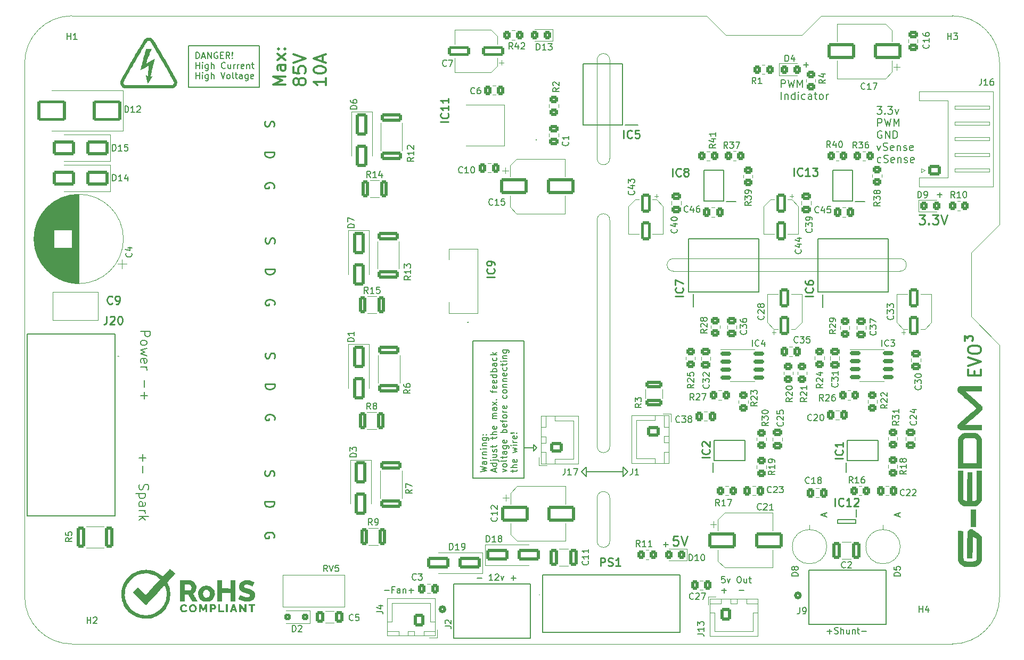
<source format=gbr>
G04 #@! TF.GenerationSoftware,KiCad,Pcbnew,7.0.7+dfsg-1*
G04 #@! TF.CreationDate,2024-12-03T08:15:38+01:00*
G04 #@! TF.ProjectId,evoIII-pulseboard,65766f49-4949-42d7-9075-6c7365626f61,rev?*
G04 #@! TF.SameCoordinates,Original*
G04 #@! TF.FileFunction,Legend,Top*
G04 #@! TF.FilePolarity,Positive*
%FSLAX46Y46*%
G04 Gerber Fmt 4.6, Leading zero omitted, Abs format (unit mm)*
G04 Created by KiCad (PCBNEW 7.0.7+dfsg-1) date 2024-12-03 08:15:38*
%MOMM*%
%LPD*%
G01*
G04 APERTURE LIST*
G04 Aperture macros list*
%AMRoundRect*
0 Rectangle with rounded corners*
0 $1 Rounding radius*
0 $2 $3 $4 $5 $6 $7 $8 $9 X,Y pos of 4 corners*
0 Add a 4 corners polygon primitive as box body*
4,1,4,$2,$3,$4,$5,$6,$7,$8,$9,$2,$3,0*
0 Add four circle primitives for the rounded corners*
1,1,$1+$1,$2,$3*
1,1,$1+$1,$4,$5*
1,1,$1+$1,$6,$7*
1,1,$1+$1,$8,$9*
0 Add four rect primitives between the rounded corners*
20,1,$1+$1,$2,$3,$4,$5,0*
20,1,$1+$1,$4,$5,$6,$7,0*
20,1,$1+$1,$6,$7,$8,$9,0*
20,1,$1+$1,$8,$9,$2,$3,0*%
G04 Aperture macros list end*
%ADD10C,0.150000*%
%ADD11C,0.250000*%
%ADD12C,0.300000*%
%ADD13C,0.200000*%
%ADD14C,0.254000*%
%ADD15C,0.120000*%
%ADD16C,0.100000*%
%ADD17C,0.068000*%
%ADD18C,0.152400*%
%ADD19C,0.508000*%
%ADD20RoundRect,0.250000X-0.450000X0.350000X-0.450000X-0.350000X0.450000X-0.350000X0.450000X0.350000X0*%
%ADD21RoundRect,0.250000X0.337500X0.475000X-0.337500X0.475000X-0.337500X-0.475000X0.337500X-0.475000X0*%
%ADD22RoundRect,0.250000X0.475000X-0.337500X0.475000X0.337500X-0.475000X0.337500X-0.475000X-0.337500X0*%
%ADD23RoundRect,0.250000X0.350000X0.450000X-0.350000X0.450000X-0.350000X-0.450000X0.350000X-0.450000X0*%
%ADD24RoundRect,0.250000X0.550000X-1.250000X0.550000X1.250000X-0.550000X1.250000X-0.550000X-1.250000X0*%
%ADD25RoundRect,0.250000X-1.950000X-1.000000X1.950000X-1.000000X1.950000X1.000000X-1.950000X1.000000X0*%
%ADD26R,0.650000X1.525000*%
%ADD27RoundRect,0.249999X1.425001X-0.450001X1.425001X0.450001X-1.425001X0.450001X-1.425001X-0.450001X0*%
%ADD28RoundRect,0.250000X0.600000X0.750000X-0.600000X0.750000X-0.600000X-0.750000X0.600000X-0.750000X0*%
%ADD29O,1.700000X2.000000*%
%ADD30R,2.100000X1.450000*%
%ADD31R,1.300000X2.050000*%
%ADD32RoundRect,0.250000X-0.312500X-1.075000X0.312500X-1.075000X0.312500X1.075000X-0.312500X1.075000X0*%
%ADD33RoundRect,0.250000X-0.400000X-1.450000X0.400000X-1.450000X0.400000X1.450000X-0.400000X1.450000X0*%
%ADD34RoundRect,0.250000X-0.600000X-0.750000X0.600000X-0.750000X0.600000X0.750000X-0.600000X0.750000X0*%
%ADD35C,0.800000*%
%ADD36C,6.400000*%
%ADD37RoundRect,0.250000X0.412500X1.100000X-0.412500X1.100000X-0.412500X-1.100000X0.412500X-1.100000X0*%
%ADD38RoundRect,0.150000X-0.675000X-0.150000X0.675000X-0.150000X0.675000X0.150000X-0.675000X0.150000X0*%
%ADD39RoundRect,0.250000X0.450000X-0.350000X0.450000X0.350000X-0.450000X0.350000X-0.450000X-0.350000X0*%
%ADD40R,2.100000X2.100000*%
%ADD41C,2.100000*%
%ADD42RoundRect,0.250000X-0.350000X-0.450000X0.350000X-0.450000X0.350000X0.450000X-0.350000X0.450000X0*%
%ADD43RoundRect,0.250000X-0.412500X-0.650000X0.412500X-0.650000X0.412500X0.650000X-0.412500X0.650000X0*%
%ADD44RoundRect,0.250000X0.750000X-0.600000X0.750000X0.600000X-0.750000X0.600000X-0.750000X-0.600000X0*%
%ADD45O,2.000000X1.700000*%
%ADD46RoundRect,0.250000X1.500000X0.650000X-1.500000X0.650000X-1.500000X-0.650000X1.500000X-0.650000X0*%
%ADD47RoundRect,0.250000X-0.337500X-0.475000X0.337500X-0.475000X0.337500X0.475000X-0.337500X0.475000X0*%
%ADD48RoundRect,0.250000X1.950000X1.000000X-1.950000X1.000000X-1.950000X-1.000000X1.950000X-1.000000X0*%
%ADD49R,0.600000X1.200000*%
%ADD50C,1.200000*%
%ADD51RoundRect,0.250000X0.325000X0.450000X-0.325000X0.450000X-0.325000X-0.450000X0.325000X-0.450000X0*%
%ADD52R,3.000000X1.600000*%
%ADD53R,6.200000X5.800000*%
%ADD54RoundRect,0.250000X-0.650000X1.500000X-0.650000X-1.500000X0.650000X-1.500000X0.650000X1.500000X0*%
%ADD55RoundRect,0.250000X1.500000X0.900000X-1.500000X0.900000X-1.500000X-0.900000X1.500000X-0.900000X0*%
%ADD56C,2.175000*%
%ADD57RoundRect,0.250000X-1.075000X0.312500X-1.075000X-0.312500X1.075000X-0.312500X1.075000X0.312500X0*%
%ADD58RoundRect,0.250000X-0.475000X0.337500X-0.475000X-0.337500X0.475000X-0.337500X0.475000X0.337500X0*%
%ADD59RoundRect,0.250000X0.725000X-0.600000X0.725000X0.600000X-0.725000X0.600000X-0.725000X-0.600000X0*%
%ADD60O,1.950000X1.700000*%
%ADD61R,2.600000X2.600000*%
%ADD62O,2.600000X2.600000*%
%ADD63RoundRect,0.250000X-0.412500X-1.100000X0.412500X-1.100000X0.412500X1.100000X-0.412500X1.100000X0*%
%ADD64RoundRect,0.250000X-0.325000X-0.450000X0.325000X-0.450000X0.325000X0.450000X-0.325000X0.450000X0*%
%ADD65R,1.525000X0.650000*%
%ADD66C,1.905000*%
%ADD67RoundRect,0.250000X1.500000X0.550000X-1.500000X0.550000X-1.500000X-0.550000X1.500000X-0.550000X0*%
%ADD68RoundRect,0.250000X-2.000000X1.400000X-2.000000X-1.400000X2.000000X-1.400000X2.000000X1.400000X0*%
%ADD69R,2.400000X2.400000*%
%ADD70C,2.400000*%
%ADD71RoundRect,0.250000X-1.500000X-0.650000X1.500000X-0.650000X1.500000X0.650000X-1.500000X0.650000X0*%
%ADD72RoundRect,0.250000X-0.750000X0.600000X-0.750000X-0.600000X0.750000X-0.600000X0.750000X0.600000X0*%
%ADD73RoundRect,0.250000X0.300000X0.300000X-0.300000X0.300000X-0.300000X-0.300000X0.300000X-0.300000X0*%
%ADD74C,1.440000*%
%ADD75RoundRect,0.250000X-0.550000X1.250000X-0.550000X-1.250000X0.550000X-1.250000X0.550000X1.250000X0*%
%ADD76R,1.500000X1.500000*%
%ADD77C,1.500000*%
%ADD78O,3.600000X3.600000*%
%ADD79R,4.500000X2.500000*%
%ADD80O,4.500000X2.500000*%
G04 #@! TA.AperFunction,Profile*
%ADD81C,0.100000*%
G04 #@! TD*
G04 APERTURE END LIST*
D10*
X243555500Y-97244200D02*
X254792500Y-97244200D01*
X254792500Y-103886000D01*
X243555500Y-103886000D01*
X243555500Y-97244200D01*
X298450000Y-160782000D02*
X298450000Y-161798000D01*
X313436000Y-165100000D02*
X312674000Y-164338000D01*
X306070000Y-165100000D02*
X306832000Y-164338000D01*
X296926000Y-161290000D02*
X298450000Y-161290000D01*
X312674000Y-165862000D02*
X313436000Y-165100000D01*
X306832000Y-165100000D02*
X312674000Y-165100000D01*
X288798000Y-144272000D02*
X296926000Y-144272000D01*
X296926000Y-166116000D01*
X288798000Y-166116000D01*
X288798000Y-144272000D01*
X306832000Y-164338000D02*
X306832000Y-165862000D01*
X298450000Y-161798000D02*
X298958000Y-161290000D01*
X298958000Y-161290000D02*
X298450000Y-160782000D01*
X306832000Y-165862000D02*
X306070000Y-165100000D01*
X312674000Y-164338000D02*
X312674000Y-165862000D01*
X274666667Y-183988866D02*
X275428572Y-183988866D01*
X276238095Y-183846009D02*
X275904762Y-183846009D01*
X275904762Y-184369819D02*
X275904762Y-183369819D01*
X275904762Y-183369819D02*
X276380952Y-183369819D01*
X277190476Y-184369819D02*
X277190476Y-183846009D01*
X277190476Y-183846009D02*
X277142857Y-183750771D01*
X277142857Y-183750771D02*
X277047619Y-183703152D01*
X277047619Y-183703152D02*
X276857143Y-183703152D01*
X276857143Y-183703152D02*
X276761905Y-183750771D01*
X277190476Y-184322200D02*
X277095238Y-184369819D01*
X277095238Y-184369819D02*
X276857143Y-184369819D01*
X276857143Y-184369819D02*
X276761905Y-184322200D01*
X276761905Y-184322200D02*
X276714286Y-184226961D01*
X276714286Y-184226961D02*
X276714286Y-184131723D01*
X276714286Y-184131723D02*
X276761905Y-184036485D01*
X276761905Y-184036485D02*
X276857143Y-183988866D01*
X276857143Y-183988866D02*
X277095238Y-183988866D01*
X277095238Y-183988866D02*
X277190476Y-183941247D01*
X277666667Y-183703152D02*
X277666667Y-184369819D01*
X277666667Y-183798390D02*
X277714286Y-183750771D01*
X277714286Y-183750771D02*
X277809524Y-183703152D01*
X277809524Y-183703152D02*
X277952381Y-183703152D01*
X277952381Y-183703152D02*
X278047619Y-183750771D01*
X278047619Y-183750771D02*
X278095238Y-183846009D01*
X278095238Y-183846009D02*
X278095238Y-184369819D01*
X278571429Y-183988866D02*
X279333334Y-183988866D01*
X278952381Y-184369819D02*
X278952381Y-183607914D01*
X289949819Y-165112458D02*
X290949819Y-164874363D01*
X290949819Y-164874363D02*
X290235533Y-164683887D01*
X290235533Y-164683887D02*
X290949819Y-164493411D01*
X290949819Y-164493411D02*
X289949819Y-164255316D01*
X290949819Y-163445792D02*
X290426009Y-163445792D01*
X290426009Y-163445792D02*
X290330771Y-163493411D01*
X290330771Y-163493411D02*
X290283152Y-163588649D01*
X290283152Y-163588649D02*
X290283152Y-163779125D01*
X290283152Y-163779125D02*
X290330771Y-163874363D01*
X290902200Y-163445792D02*
X290949819Y-163541030D01*
X290949819Y-163541030D02*
X290949819Y-163779125D01*
X290949819Y-163779125D02*
X290902200Y-163874363D01*
X290902200Y-163874363D02*
X290806961Y-163921982D01*
X290806961Y-163921982D02*
X290711723Y-163921982D01*
X290711723Y-163921982D02*
X290616485Y-163874363D01*
X290616485Y-163874363D02*
X290568866Y-163779125D01*
X290568866Y-163779125D02*
X290568866Y-163541030D01*
X290568866Y-163541030D02*
X290521247Y-163445792D01*
X290949819Y-162969601D02*
X290283152Y-162969601D01*
X290473628Y-162969601D02*
X290378390Y-162921982D01*
X290378390Y-162921982D02*
X290330771Y-162874363D01*
X290330771Y-162874363D02*
X290283152Y-162779125D01*
X290283152Y-162779125D02*
X290283152Y-162683887D01*
X290283152Y-162350553D02*
X290949819Y-162350553D01*
X290378390Y-162350553D02*
X290330771Y-162302934D01*
X290330771Y-162302934D02*
X290283152Y-162207696D01*
X290283152Y-162207696D02*
X290283152Y-162064839D01*
X290283152Y-162064839D02*
X290330771Y-161969601D01*
X290330771Y-161969601D02*
X290426009Y-161921982D01*
X290426009Y-161921982D02*
X290949819Y-161921982D01*
X290949819Y-161445791D02*
X290283152Y-161445791D01*
X289949819Y-161445791D02*
X289997438Y-161493410D01*
X289997438Y-161493410D02*
X290045057Y-161445791D01*
X290045057Y-161445791D02*
X289997438Y-161398172D01*
X289997438Y-161398172D02*
X289949819Y-161445791D01*
X289949819Y-161445791D02*
X290045057Y-161445791D01*
X290283152Y-160969601D02*
X290949819Y-160969601D01*
X290378390Y-160969601D02*
X290330771Y-160921982D01*
X290330771Y-160921982D02*
X290283152Y-160826744D01*
X290283152Y-160826744D02*
X290283152Y-160683887D01*
X290283152Y-160683887D02*
X290330771Y-160588649D01*
X290330771Y-160588649D02*
X290426009Y-160541030D01*
X290426009Y-160541030D02*
X290949819Y-160541030D01*
X290283152Y-159636268D02*
X291092676Y-159636268D01*
X291092676Y-159636268D02*
X291187914Y-159683887D01*
X291187914Y-159683887D02*
X291235533Y-159731506D01*
X291235533Y-159731506D02*
X291283152Y-159826744D01*
X291283152Y-159826744D02*
X291283152Y-159969601D01*
X291283152Y-159969601D02*
X291235533Y-160064839D01*
X290902200Y-159636268D02*
X290949819Y-159731506D01*
X290949819Y-159731506D02*
X290949819Y-159921982D01*
X290949819Y-159921982D02*
X290902200Y-160017220D01*
X290902200Y-160017220D02*
X290854580Y-160064839D01*
X290854580Y-160064839D02*
X290759342Y-160112458D01*
X290759342Y-160112458D02*
X290473628Y-160112458D01*
X290473628Y-160112458D02*
X290378390Y-160064839D01*
X290378390Y-160064839D02*
X290330771Y-160017220D01*
X290330771Y-160017220D02*
X290283152Y-159921982D01*
X290283152Y-159921982D02*
X290283152Y-159731506D01*
X290283152Y-159731506D02*
X290330771Y-159636268D01*
X290854580Y-159160077D02*
X290902200Y-159112458D01*
X290902200Y-159112458D02*
X290949819Y-159160077D01*
X290949819Y-159160077D02*
X290902200Y-159207696D01*
X290902200Y-159207696D02*
X290854580Y-159160077D01*
X290854580Y-159160077D02*
X290949819Y-159160077D01*
X290330771Y-159160077D02*
X290378390Y-159112458D01*
X290378390Y-159112458D02*
X290426009Y-159160077D01*
X290426009Y-159160077D02*
X290378390Y-159207696D01*
X290378390Y-159207696D02*
X290330771Y-159160077D01*
X290330771Y-159160077D02*
X290426009Y-159160077D01*
X292274104Y-165064839D02*
X292274104Y-164588649D01*
X292559819Y-165160077D02*
X291559819Y-164826744D01*
X291559819Y-164826744D02*
X292559819Y-164493411D01*
X292559819Y-163731506D02*
X291559819Y-163731506D01*
X292512200Y-163731506D02*
X292559819Y-163826744D01*
X292559819Y-163826744D02*
X292559819Y-164017220D01*
X292559819Y-164017220D02*
X292512200Y-164112458D01*
X292512200Y-164112458D02*
X292464580Y-164160077D01*
X292464580Y-164160077D02*
X292369342Y-164207696D01*
X292369342Y-164207696D02*
X292083628Y-164207696D01*
X292083628Y-164207696D02*
X291988390Y-164160077D01*
X291988390Y-164160077D02*
X291940771Y-164112458D01*
X291940771Y-164112458D02*
X291893152Y-164017220D01*
X291893152Y-164017220D02*
X291893152Y-163826744D01*
X291893152Y-163826744D02*
X291940771Y-163731506D01*
X291893152Y-163255315D02*
X292750295Y-163255315D01*
X292750295Y-163255315D02*
X292845533Y-163302934D01*
X292845533Y-163302934D02*
X292893152Y-163398172D01*
X292893152Y-163398172D02*
X292893152Y-163445791D01*
X291559819Y-163255315D02*
X291607438Y-163302934D01*
X291607438Y-163302934D02*
X291655057Y-163255315D01*
X291655057Y-163255315D02*
X291607438Y-163207696D01*
X291607438Y-163207696D02*
X291559819Y-163255315D01*
X291559819Y-163255315D02*
X291655057Y-163255315D01*
X291893152Y-162350554D02*
X292559819Y-162350554D01*
X291893152Y-162779125D02*
X292416961Y-162779125D01*
X292416961Y-162779125D02*
X292512200Y-162731506D01*
X292512200Y-162731506D02*
X292559819Y-162636268D01*
X292559819Y-162636268D02*
X292559819Y-162493411D01*
X292559819Y-162493411D02*
X292512200Y-162398173D01*
X292512200Y-162398173D02*
X292464580Y-162350554D01*
X292512200Y-161921982D02*
X292559819Y-161826744D01*
X292559819Y-161826744D02*
X292559819Y-161636268D01*
X292559819Y-161636268D02*
X292512200Y-161541030D01*
X292512200Y-161541030D02*
X292416961Y-161493411D01*
X292416961Y-161493411D02*
X292369342Y-161493411D01*
X292369342Y-161493411D02*
X292274104Y-161541030D01*
X292274104Y-161541030D02*
X292226485Y-161636268D01*
X292226485Y-161636268D02*
X292226485Y-161779125D01*
X292226485Y-161779125D02*
X292178866Y-161874363D01*
X292178866Y-161874363D02*
X292083628Y-161921982D01*
X292083628Y-161921982D02*
X292036009Y-161921982D01*
X292036009Y-161921982D02*
X291940771Y-161874363D01*
X291940771Y-161874363D02*
X291893152Y-161779125D01*
X291893152Y-161779125D02*
X291893152Y-161636268D01*
X291893152Y-161636268D02*
X291940771Y-161541030D01*
X291893152Y-161207696D02*
X291893152Y-160826744D01*
X291559819Y-161064839D02*
X292416961Y-161064839D01*
X292416961Y-161064839D02*
X292512200Y-161017220D01*
X292512200Y-161017220D02*
X292559819Y-160921982D01*
X292559819Y-160921982D02*
X292559819Y-160826744D01*
X291893152Y-159874362D02*
X291893152Y-159493410D01*
X291559819Y-159731505D02*
X292416961Y-159731505D01*
X292416961Y-159731505D02*
X292512200Y-159683886D01*
X292512200Y-159683886D02*
X292559819Y-159588648D01*
X292559819Y-159588648D02*
X292559819Y-159493410D01*
X292559819Y-159160076D02*
X291559819Y-159160076D01*
X292559819Y-158731505D02*
X292036009Y-158731505D01*
X292036009Y-158731505D02*
X291940771Y-158779124D01*
X291940771Y-158779124D02*
X291893152Y-158874362D01*
X291893152Y-158874362D02*
X291893152Y-159017219D01*
X291893152Y-159017219D02*
X291940771Y-159112457D01*
X291940771Y-159112457D02*
X291988390Y-159160076D01*
X292512200Y-157874362D02*
X292559819Y-157969600D01*
X292559819Y-157969600D02*
X292559819Y-158160076D01*
X292559819Y-158160076D02*
X292512200Y-158255314D01*
X292512200Y-158255314D02*
X292416961Y-158302933D01*
X292416961Y-158302933D02*
X292036009Y-158302933D01*
X292036009Y-158302933D02*
X291940771Y-158255314D01*
X291940771Y-158255314D02*
X291893152Y-158160076D01*
X291893152Y-158160076D02*
X291893152Y-157969600D01*
X291893152Y-157969600D02*
X291940771Y-157874362D01*
X291940771Y-157874362D02*
X292036009Y-157826743D01*
X292036009Y-157826743D02*
X292131247Y-157826743D01*
X292131247Y-157826743D02*
X292226485Y-158302933D01*
X292559819Y-156636266D02*
X291893152Y-156636266D01*
X291988390Y-156636266D02*
X291940771Y-156588647D01*
X291940771Y-156588647D02*
X291893152Y-156493409D01*
X291893152Y-156493409D02*
X291893152Y-156350552D01*
X291893152Y-156350552D02*
X291940771Y-156255314D01*
X291940771Y-156255314D02*
X292036009Y-156207695D01*
X292036009Y-156207695D02*
X292559819Y-156207695D01*
X292036009Y-156207695D02*
X291940771Y-156160076D01*
X291940771Y-156160076D02*
X291893152Y-156064838D01*
X291893152Y-156064838D02*
X291893152Y-155921981D01*
X291893152Y-155921981D02*
X291940771Y-155826742D01*
X291940771Y-155826742D02*
X292036009Y-155779123D01*
X292036009Y-155779123D02*
X292559819Y-155779123D01*
X292559819Y-154874362D02*
X292036009Y-154874362D01*
X292036009Y-154874362D02*
X291940771Y-154921981D01*
X291940771Y-154921981D02*
X291893152Y-155017219D01*
X291893152Y-155017219D02*
X291893152Y-155207695D01*
X291893152Y-155207695D02*
X291940771Y-155302933D01*
X292512200Y-154874362D02*
X292559819Y-154969600D01*
X292559819Y-154969600D02*
X292559819Y-155207695D01*
X292559819Y-155207695D02*
X292512200Y-155302933D01*
X292512200Y-155302933D02*
X292416961Y-155350552D01*
X292416961Y-155350552D02*
X292321723Y-155350552D01*
X292321723Y-155350552D02*
X292226485Y-155302933D01*
X292226485Y-155302933D02*
X292178866Y-155207695D01*
X292178866Y-155207695D02*
X292178866Y-154969600D01*
X292178866Y-154969600D02*
X292131247Y-154874362D01*
X292559819Y-154493409D02*
X291893152Y-153969600D01*
X291893152Y-154493409D02*
X292559819Y-153969600D01*
X292464580Y-153588647D02*
X292512200Y-153541028D01*
X292512200Y-153541028D02*
X292559819Y-153588647D01*
X292559819Y-153588647D02*
X292512200Y-153636266D01*
X292512200Y-153636266D02*
X292464580Y-153588647D01*
X292464580Y-153588647D02*
X292559819Y-153588647D01*
X291893152Y-152493409D02*
X291893152Y-152112457D01*
X292559819Y-152350552D02*
X291702676Y-152350552D01*
X291702676Y-152350552D02*
X291607438Y-152302933D01*
X291607438Y-152302933D02*
X291559819Y-152207695D01*
X291559819Y-152207695D02*
X291559819Y-152112457D01*
X292512200Y-151398171D02*
X292559819Y-151493409D01*
X292559819Y-151493409D02*
X292559819Y-151683885D01*
X292559819Y-151683885D02*
X292512200Y-151779123D01*
X292512200Y-151779123D02*
X292416961Y-151826742D01*
X292416961Y-151826742D02*
X292036009Y-151826742D01*
X292036009Y-151826742D02*
X291940771Y-151779123D01*
X291940771Y-151779123D02*
X291893152Y-151683885D01*
X291893152Y-151683885D02*
X291893152Y-151493409D01*
X291893152Y-151493409D02*
X291940771Y-151398171D01*
X291940771Y-151398171D02*
X292036009Y-151350552D01*
X292036009Y-151350552D02*
X292131247Y-151350552D01*
X292131247Y-151350552D02*
X292226485Y-151826742D01*
X292512200Y-150541028D02*
X292559819Y-150636266D01*
X292559819Y-150636266D02*
X292559819Y-150826742D01*
X292559819Y-150826742D02*
X292512200Y-150921980D01*
X292512200Y-150921980D02*
X292416961Y-150969599D01*
X292416961Y-150969599D02*
X292036009Y-150969599D01*
X292036009Y-150969599D02*
X291940771Y-150921980D01*
X291940771Y-150921980D02*
X291893152Y-150826742D01*
X291893152Y-150826742D02*
X291893152Y-150636266D01*
X291893152Y-150636266D02*
X291940771Y-150541028D01*
X291940771Y-150541028D02*
X292036009Y-150493409D01*
X292036009Y-150493409D02*
X292131247Y-150493409D01*
X292131247Y-150493409D02*
X292226485Y-150969599D01*
X292559819Y-149636266D02*
X291559819Y-149636266D01*
X292512200Y-149636266D02*
X292559819Y-149731504D01*
X292559819Y-149731504D02*
X292559819Y-149921980D01*
X292559819Y-149921980D02*
X292512200Y-150017218D01*
X292512200Y-150017218D02*
X292464580Y-150064837D01*
X292464580Y-150064837D02*
X292369342Y-150112456D01*
X292369342Y-150112456D02*
X292083628Y-150112456D01*
X292083628Y-150112456D02*
X291988390Y-150064837D01*
X291988390Y-150064837D02*
X291940771Y-150017218D01*
X291940771Y-150017218D02*
X291893152Y-149921980D01*
X291893152Y-149921980D02*
X291893152Y-149731504D01*
X291893152Y-149731504D02*
X291940771Y-149636266D01*
X292559819Y-149160075D02*
X291559819Y-149160075D01*
X291940771Y-149160075D02*
X291893152Y-149064837D01*
X291893152Y-149064837D02*
X291893152Y-148874361D01*
X291893152Y-148874361D02*
X291940771Y-148779123D01*
X291940771Y-148779123D02*
X291988390Y-148731504D01*
X291988390Y-148731504D02*
X292083628Y-148683885D01*
X292083628Y-148683885D02*
X292369342Y-148683885D01*
X292369342Y-148683885D02*
X292464580Y-148731504D01*
X292464580Y-148731504D02*
X292512200Y-148779123D01*
X292512200Y-148779123D02*
X292559819Y-148874361D01*
X292559819Y-148874361D02*
X292559819Y-149064837D01*
X292559819Y-149064837D02*
X292512200Y-149160075D01*
X292559819Y-147826742D02*
X292036009Y-147826742D01*
X292036009Y-147826742D02*
X291940771Y-147874361D01*
X291940771Y-147874361D02*
X291893152Y-147969599D01*
X291893152Y-147969599D02*
X291893152Y-148160075D01*
X291893152Y-148160075D02*
X291940771Y-148255313D01*
X292512200Y-147826742D02*
X292559819Y-147921980D01*
X292559819Y-147921980D02*
X292559819Y-148160075D01*
X292559819Y-148160075D02*
X292512200Y-148255313D01*
X292512200Y-148255313D02*
X292416961Y-148302932D01*
X292416961Y-148302932D02*
X292321723Y-148302932D01*
X292321723Y-148302932D02*
X292226485Y-148255313D01*
X292226485Y-148255313D02*
X292178866Y-148160075D01*
X292178866Y-148160075D02*
X292178866Y-147921980D01*
X292178866Y-147921980D02*
X292131247Y-147826742D01*
X292512200Y-146921980D02*
X292559819Y-147017218D01*
X292559819Y-147017218D02*
X292559819Y-147207694D01*
X292559819Y-147207694D02*
X292512200Y-147302932D01*
X292512200Y-147302932D02*
X292464580Y-147350551D01*
X292464580Y-147350551D02*
X292369342Y-147398170D01*
X292369342Y-147398170D02*
X292083628Y-147398170D01*
X292083628Y-147398170D02*
X291988390Y-147350551D01*
X291988390Y-147350551D02*
X291940771Y-147302932D01*
X291940771Y-147302932D02*
X291893152Y-147207694D01*
X291893152Y-147207694D02*
X291893152Y-147017218D01*
X291893152Y-147017218D02*
X291940771Y-146921980D01*
X292559819Y-146493408D02*
X291559819Y-146493408D01*
X292178866Y-146398170D02*
X292559819Y-146112456D01*
X291893152Y-146112456D02*
X292274104Y-146493408D01*
X293503152Y-165112458D02*
X294169819Y-164874363D01*
X294169819Y-164874363D02*
X293503152Y-164636268D01*
X294169819Y-164112458D02*
X294122200Y-164207696D01*
X294122200Y-164207696D02*
X294074580Y-164255315D01*
X294074580Y-164255315D02*
X293979342Y-164302934D01*
X293979342Y-164302934D02*
X293693628Y-164302934D01*
X293693628Y-164302934D02*
X293598390Y-164255315D01*
X293598390Y-164255315D02*
X293550771Y-164207696D01*
X293550771Y-164207696D02*
X293503152Y-164112458D01*
X293503152Y-164112458D02*
X293503152Y-163969601D01*
X293503152Y-163969601D02*
X293550771Y-163874363D01*
X293550771Y-163874363D02*
X293598390Y-163826744D01*
X293598390Y-163826744D02*
X293693628Y-163779125D01*
X293693628Y-163779125D02*
X293979342Y-163779125D01*
X293979342Y-163779125D02*
X294074580Y-163826744D01*
X294074580Y-163826744D02*
X294122200Y-163874363D01*
X294122200Y-163874363D02*
X294169819Y-163969601D01*
X294169819Y-163969601D02*
X294169819Y-164112458D01*
X294169819Y-163207696D02*
X294122200Y-163302934D01*
X294122200Y-163302934D02*
X294026961Y-163350553D01*
X294026961Y-163350553D02*
X293169819Y-163350553D01*
X293503152Y-162969600D02*
X293503152Y-162588648D01*
X293169819Y-162826743D02*
X294026961Y-162826743D01*
X294026961Y-162826743D02*
X294122200Y-162779124D01*
X294122200Y-162779124D02*
X294169819Y-162683886D01*
X294169819Y-162683886D02*
X294169819Y-162588648D01*
X294169819Y-161826743D02*
X293646009Y-161826743D01*
X293646009Y-161826743D02*
X293550771Y-161874362D01*
X293550771Y-161874362D02*
X293503152Y-161969600D01*
X293503152Y-161969600D02*
X293503152Y-162160076D01*
X293503152Y-162160076D02*
X293550771Y-162255314D01*
X294122200Y-161826743D02*
X294169819Y-161921981D01*
X294169819Y-161921981D02*
X294169819Y-162160076D01*
X294169819Y-162160076D02*
X294122200Y-162255314D01*
X294122200Y-162255314D02*
X294026961Y-162302933D01*
X294026961Y-162302933D02*
X293931723Y-162302933D01*
X293931723Y-162302933D02*
X293836485Y-162255314D01*
X293836485Y-162255314D02*
X293788866Y-162160076D01*
X293788866Y-162160076D02*
X293788866Y-161921981D01*
X293788866Y-161921981D02*
X293741247Y-161826743D01*
X293503152Y-160921981D02*
X294312676Y-160921981D01*
X294312676Y-160921981D02*
X294407914Y-160969600D01*
X294407914Y-160969600D02*
X294455533Y-161017219D01*
X294455533Y-161017219D02*
X294503152Y-161112457D01*
X294503152Y-161112457D02*
X294503152Y-161255314D01*
X294503152Y-161255314D02*
X294455533Y-161350552D01*
X294122200Y-160921981D02*
X294169819Y-161017219D01*
X294169819Y-161017219D02*
X294169819Y-161207695D01*
X294169819Y-161207695D02*
X294122200Y-161302933D01*
X294122200Y-161302933D02*
X294074580Y-161350552D01*
X294074580Y-161350552D02*
X293979342Y-161398171D01*
X293979342Y-161398171D02*
X293693628Y-161398171D01*
X293693628Y-161398171D02*
X293598390Y-161350552D01*
X293598390Y-161350552D02*
X293550771Y-161302933D01*
X293550771Y-161302933D02*
X293503152Y-161207695D01*
X293503152Y-161207695D02*
X293503152Y-161017219D01*
X293503152Y-161017219D02*
X293550771Y-160921981D01*
X294122200Y-160064838D02*
X294169819Y-160160076D01*
X294169819Y-160160076D02*
X294169819Y-160350552D01*
X294169819Y-160350552D02*
X294122200Y-160445790D01*
X294122200Y-160445790D02*
X294026961Y-160493409D01*
X294026961Y-160493409D02*
X293646009Y-160493409D01*
X293646009Y-160493409D02*
X293550771Y-160445790D01*
X293550771Y-160445790D02*
X293503152Y-160350552D01*
X293503152Y-160350552D02*
X293503152Y-160160076D01*
X293503152Y-160160076D02*
X293550771Y-160064838D01*
X293550771Y-160064838D02*
X293646009Y-160017219D01*
X293646009Y-160017219D02*
X293741247Y-160017219D01*
X293741247Y-160017219D02*
X293836485Y-160493409D01*
X294169819Y-158826742D02*
X293169819Y-158826742D01*
X293550771Y-158826742D02*
X293503152Y-158731504D01*
X293503152Y-158731504D02*
X293503152Y-158541028D01*
X293503152Y-158541028D02*
X293550771Y-158445790D01*
X293550771Y-158445790D02*
X293598390Y-158398171D01*
X293598390Y-158398171D02*
X293693628Y-158350552D01*
X293693628Y-158350552D02*
X293979342Y-158350552D01*
X293979342Y-158350552D02*
X294074580Y-158398171D01*
X294074580Y-158398171D02*
X294122200Y-158445790D01*
X294122200Y-158445790D02*
X294169819Y-158541028D01*
X294169819Y-158541028D02*
X294169819Y-158731504D01*
X294169819Y-158731504D02*
X294122200Y-158826742D01*
X294122200Y-157541028D02*
X294169819Y-157636266D01*
X294169819Y-157636266D02*
X294169819Y-157826742D01*
X294169819Y-157826742D02*
X294122200Y-157921980D01*
X294122200Y-157921980D02*
X294026961Y-157969599D01*
X294026961Y-157969599D02*
X293646009Y-157969599D01*
X293646009Y-157969599D02*
X293550771Y-157921980D01*
X293550771Y-157921980D02*
X293503152Y-157826742D01*
X293503152Y-157826742D02*
X293503152Y-157636266D01*
X293503152Y-157636266D02*
X293550771Y-157541028D01*
X293550771Y-157541028D02*
X293646009Y-157493409D01*
X293646009Y-157493409D02*
X293741247Y-157493409D01*
X293741247Y-157493409D02*
X293836485Y-157969599D01*
X293503152Y-157207694D02*
X293503152Y-156826742D01*
X294169819Y-157064837D02*
X293312676Y-157064837D01*
X293312676Y-157064837D02*
X293217438Y-157017218D01*
X293217438Y-157017218D02*
X293169819Y-156921980D01*
X293169819Y-156921980D02*
X293169819Y-156826742D01*
X294169819Y-156350551D02*
X294122200Y-156445789D01*
X294122200Y-156445789D02*
X294074580Y-156493408D01*
X294074580Y-156493408D02*
X293979342Y-156541027D01*
X293979342Y-156541027D02*
X293693628Y-156541027D01*
X293693628Y-156541027D02*
X293598390Y-156493408D01*
X293598390Y-156493408D02*
X293550771Y-156445789D01*
X293550771Y-156445789D02*
X293503152Y-156350551D01*
X293503152Y-156350551D02*
X293503152Y-156207694D01*
X293503152Y-156207694D02*
X293550771Y-156112456D01*
X293550771Y-156112456D02*
X293598390Y-156064837D01*
X293598390Y-156064837D02*
X293693628Y-156017218D01*
X293693628Y-156017218D02*
X293979342Y-156017218D01*
X293979342Y-156017218D02*
X294074580Y-156064837D01*
X294074580Y-156064837D02*
X294122200Y-156112456D01*
X294122200Y-156112456D02*
X294169819Y-156207694D01*
X294169819Y-156207694D02*
X294169819Y-156350551D01*
X294169819Y-155588646D02*
X293503152Y-155588646D01*
X293693628Y-155588646D02*
X293598390Y-155541027D01*
X293598390Y-155541027D02*
X293550771Y-155493408D01*
X293550771Y-155493408D02*
X293503152Y-155398170D01*
X293503152Y-155398170D02*
X293503152Y-155302932D01*
X294122200Y-154588646D02*
X294169819Y-154683884D01*
X294169819Y-154683884D02*
X294169819Y-154874360D01*
X294169819Y-154874360D02*
X294122200Y-154969598D01*
X294122200Y-154969598D02*
X294026961Y-155017217D01*
X294026961Y-155017217D02*
X293646009Y-155017217D01*
X293646009Y-155017217D02*
X293550771Y-154969598D01*
X293550771Y-154969598D02*
X293503152Y-154874360D01*
X293503152Y-154874360D02*
X293503152Y-154683884D01*
X293503152Y-154683884D02*
X293550771Y-154588646D01*
X293550771Y-154588646D02*
X293646009Y-154541027D01*
X293646009Y-154541027D02*
X293741247Y-154541027D01*
X293741247Y-154541027D02*
X293836485Y-155017217D01*
X294122200Y-152921979D02*
X294169819Y-153017217D01*
X294169819Y-153017217D02*
X294169819Y-153207693D01*
X294169819Y-153207693D02*
X294122200Y-153302931D01*
X294122200Y-153302931D02*
X294074580Y-153350550D01*
X294074580Y-153350550D02*
X293979342Y-153398169D01*
X293979342Y-153398169D02*
X293693628Y-153398169D01*
X293693628Y-153398169D02*
X293598390Y-153350550D01*
X293598390Y-153350550D02*
X293550771Y-153302931D01*
X293550771Y-153302931D02*
X293503152Y-153207693D01*
X293503152Y-153207693D02*
X293503152Y-153017217D01*
X293503152Y-153017217D02*
X293550771Y-152921979D01*
X294169819Y-152350550D02*
X294122200Y-152445788D01*
X294122200Y-152445788D02*
X294074580Y-152493407D01*
X294074580Y-152493407D02*
X293979342Y-152541026D01*
X293979342Y-152541026D02*
X293693628Y-152541026D01*
X293693628Y-152541026D02*
X293598390Y-152493407D01*
X293598390Y-152493407D02*
X293550771Y-152445788D01*
X293550771Y-152445788D02*
X293503152Y-152350550D01*
X293503152Y-152350550D02*
X293503152Y-152207693D01*
X293503152Y-152207693D02*
X293550771Y-152112455D01*
X293550771Y-152112455D02*
X293598390Y-152064836D01*
X293598390Y-152064836D02*
X293693628Y-152017217D01*
X293693628Y-152017217D02*
X293979342Y-152017217D01*
X293979342Y-152017217D02*
X294074580Y-152064836D01*
X294074580Y-152064836D02*
X294122200Y-152112455D01*
X294122200Y-152112455D02*
X294169819Y-152207693D01*
X294169819Y-152207693D02*
X294169819Y-152350550D01*
X293503152Y-151588645D02*
X294169819Y-151588645D01*
X293598390Y-151588645D02*
X293550771Y-151541026D01*
X293550771Y-151541026D02*
X293503152Y-151445788D01*
X293503152Y-151445788D02*
X293503152Y-151302931D01*
X293503152Y-151302931D02*
X293550771Y-151207693D01*
X293550771Y-151207693D02*
X293646009Y-151160074D01*
X293646009Y-151160074D02*
X294169819Y-151160074D01*
X293503152Y-150683883D02*
X294169819Y-150683883D01*
X293598390Y-150683883D02*
X293550771Y-150636264D01*
X293550771Y-150636264D02*
X293503152Y-150541026D01*
X293503152Y-150541026D02*
X293503152Y-150398169D01*
X293503152Y-150398169D02*
X293550771Y-150302931D01*
X293550771Y-150302931D02*
X293646009Y-150255312D01*
X293646009Y-150255312D02*
X294169819Y-150255312D01*
X294122200Y-149398169D02*
X294169819Y-149493407D01*
X294169819Y-149493407D02*
X294169819Y-149683883D01*
X294169819Y-149683883D02*
X294122200Y-149779121D01*
X294122200Y-149779121D02*
X294026961Y-149826740D01*
X294026961Y-149826740D02*
X293646009Y-149826740D01*
X293646009Y-149826740D02*
X293550771Y-149779121D01*
X293550771Y-149779121D02*
X293503152Y-149683883D01*
X293503152Y-149683883D02*
X293503152Y-149493407D01*
X293503152Y-149493407D02*
X293550771Y-149398169D01*
X293550771Y-149398169D02*
X293646009Y-149350550D01*
X293646009Y-149350550D02*
X293741247Y-149350550D01*
X293741247Y-149350550D02*
X293836485Y-149826740D01*
X294122200Y-148493407D02*
X294169819Y-148588645D01*
X294169819Y-148588645D02*
X294169819Y-148779121D01*
X294169819Y-148779121D02*
X294122200Y-148874359D01*
X294122200Y-148874359D02*
X294074580Y-148921978D01*
X294074580Y-148921978D02*
X293979342Y-148969597D01*
X293979342Y-148969597D02*
X293693628Y-148969597D01*
X293693628Y-148969597D02*
X293598390Y-148921978D01*
X293598390Y-148921978D02*
X293550771Y-148874359D01*
X293550771Y-148874359D02*
X293503152Y-148779121D01*
X293503152Y-148779121D02*
X293503152Y-148588645D01*
X293503152Y-148588645D02*
X293550771Y-148493407D01*
X293503152Y-148207692D02*
X293503152Y-147826740D01*
X293169819Y-148064835D02*
X294026961Y-148064835D01*
X294026961Y-148064835D02*
X294122200Y-148017216D01*
X294122200Y-148017216D02*
X294169819Y-147921978D01*
X294169819Y-147921978D02*
X294169819Y-147826740D01*
X294169819Y-147493406D02*
X293503152Y-147493406D01*
X293169819Y-147493406D02*
X293217438Y-147541025D01*
X293217438Y-147541025D02*
X293265057Y-147493406D01*
X293265057Y-147493406D02*
X293217438Y-147445787D01*
X293217438Y-147445787D02*
X293169819Y-147493406D01*
X293169819Y-147493406D02*
X293265057Y-147493406D01*
X293503152Y-147017216D02*
X294169819Y-147017216D01*
X293598390Y-147017216D02*
X293550771Y-146969597D01*
X293550771Y-146969597D02*
X293503152Y-146874359D01*
X293503152Y-146874359D02*
X293503152Y-146731502D01*
X293503152Y-146731502D02*
X293550771Y-146636264D01*
X293550771Y-146636264D02*
X293646009Y-146588645D01*
X293646009Y-146588645D02*
X294169819Y-146588645D01*
X293503152Y-145683883D02*
X294312676Y-145683883D01*
X294312676Y-145683883D02*
X294407914Y-145731502D01*
X294407914Y-145731502D02*
X294455533Y-145779121D01*
X294455533Y-145779121D02*
X294503152Y-145874359D01*
X294503152Y-145874359D02*
X294503152Y-146017216D01*
X294503152Y-146017216D02*
X294455533Y-146112454D01*
X294122200Y-145683883D02*
X294169819Y-145779121D01*
X294169819Y-145779121D02*
X294169819Y-145969597D01*
X294169819Y-145969597D02*
X294122200Y-146064835D01*
X294122200Y-146064835D02*
X294074580Y-146112454D01*
X294074580Y-146112454D02*
X293979342Y-146160073D01*
X293979342Y-146160073D02*
X293693628Y-146160073D01*
X293693628Y-146160073D02*
X293598390Y-146112454D01*
X293598390Y-146112454D02*
X293550771Y-146064835D01*
X293550771Y-146064835D02*
X293503152Y-145969597D01*
X293503152Y-145969597D02*
X293503152Y-145779121D01*
X293503152Y-145779121D02*
X293550771Y-145683883D01*
X295113152Y-165160077D02*
X295113152Y-164779125D01*
X294779819Y-165017220D02*
X295636961Y-165017220D01*
X295636961Y-165017220D02*
X295732200Y-164969601D01*
X295732200Y-164969601D02*
X295779819Y-164874363D01*
X295779819Y-164874363D02*
X295779819Y-164779125D01*
X295779819Y-164445791D02*
X294779819Y-164445791D01*
X295779819Y-164017220D02*
X295256009Y-164017220D01*
X295256009Y-164017220D02*
X295160771Y-164064839D01*
X295160771Y-164064839D02*
X295113152Y-164160077D01*
X295113152Y-164160077D02*
X295113152Y-164302934D01*
X295113152Y-164302934D02*
X295160771Y-164398172D01*
X295160771Y-164398172D02*
X295208390Y-164445791D01*
X295732200Y-163160077D02*
X295779819Y-163255315D01*
X295779819Y-163255315D02*
X295779819Y-163445791D01*
X295779819Y-163445791D02*
X295732200Y-163541029D01*
X295732200Y-163541029D02*
X295636961Y-163588648D01*
X295636961Y-163588648D02*
X295256009Y-163588648D01*
X295256009Y-163588648D02*
X295160771Y-163541029D01*
X295160771Y-163541029D02*
X295113152Y-163445791D01*
X295113152Y-163445791D02*
X295113152Y-163255315D01*
X295113152Y-163255315D02*
X295160771Y-163160077D01*
X295160771Y-163160077D02*
X295256009Y-163112458D01*
X295256009Y-163112458D02*
X295351247Y-163112458D01*
X295351247Y-163112458D02*
X295446485Y-163588648D01*
X295113152Y-162017219D02*
X295779819Y-161826743D01*
X295779819Y-161826743D02*
X295303628Y-161636267D01*
X295303628Y-161636267D02*
X295779819Y-161445791D01*
X295779819Y-161445791D02*
X295113152Y-161255315D01*
X295779819Y-160874362D02*
X295113152Y-160874362D01*
X294779819Y-160874362D02*
X294827438Y-160921981D01*
X294827438Y-160921981D02*
X294875057Y-160874362D01*
X294875057Y-160874362D02*
X294827438Y-160826743D01*
X294827438Y-160826743D02*
X294779819Y-160874362D01*
X294779819Y-160874362D02*
X294875057Y-160874362D01*
X295779819Y-160398172D02*
X295113152Y-160398172D01*
X295303628Y-160398172D02*
X295208390Y-160350553D01*
X295208390Y-160350553D02*
X295160771Y-160302934D01*
X295160771Y-160302934D02*
X295113152Y-160207696D01*
X295113152Y-160207696D02*
X295113152Y-160112458D01*
X295732200Y-159398172D02*
X295779819Y-159493410D01*
X295779819Y-159493410D02*
X295779819Y-159683886D01*
X295779819Y-159683886D02*
X295732200Y-159779124D01*
X295732200Y-159779124D02*
X295636961Y-159826743D01*
X295636961Y-159826743D02*
X295256009Y-159826743D01*
X295256009Y-159826743D02*
X295160771Y-159779124D01*
X295160771Y-159779124D02*
X295113152Y-159683886D01*
X295113152Y-159683886D02*
X295113152Y-159493410D01*
X295113152Y-159493410D02*
X295160771Y-159398172D01*
X295160771Y-159398172D02*
X295256009Y-159350553D01*
X295256009Y-159350553D02*
X295351247Y-159350553D01*
X295351247Y-159350553D02*
X295446485Y-159826743D01*
X295684580Y-158921981D02*
X295732200Y-158874362D01*
X295732200Y-158874362D02*
X295779819Y-158921981D01*
X295779819Y-158921981D02*
X295732200Y-158969600D01*
X295732200Y-158969600D02*
X295684580Y-158921981D01*
X295684580Y-158921981D02*
X295779819Y-158921981D01*
X295398866Y-158921981D02*
X294827438Y-158969600D01*
X294827438Y-158969600D02*
X294779819Y-158921981D01*
X294779819Y-158921981D02*
X294827438Y-158874362D01*
X294827438Y-158874362D02*
X295398866Y-158921981D01*
X295398866Y-158921981D02*
X294779819Y-158921981D01*
D11*
X255758000Y-109270187D02*
X255686571Y-109484473D01*
X255686571Y-109484473D02*
X255686571Y-109841615D01*
X255686571Y-109841615D02*
X255758000Y-109984473D01*
X255758000Y-109984473D02*
X255829428Y-110055901D01*
X255829428Y-110055901D02*
X255972285Y-110127330D01*
X255972285Y-110127330D02*
X256115142Y-110127330D01*
X256115142Y-110127330D02*
X256258000Y-110055901D01*
X256258000Y-110055901D02*
X256329428Y-109984473D01*
X256329428Y-109984473D02*
X256400857Y-109841615D01*
X256400857Y-109841615D02*
X256472285Y-109555901D01*
X256472285Y-109555901D02*
X256543714Y-109413044D01*
X256543714Y-109413044D02*
X256615142Y-109341615D01*
X256615142Y-109341615D02*
X256758000Y-109270187D01*
X256758000Y-109270187D02*
X256900857Y-109270187D01*
X256900857Y-109270187D02*
X257043714Y-109341615D01*
X257043714Y-109341615D02*
X257115142Y-109413044D01*
X257115142Y-109413044D02*
X257186571Y-109555901D01*
X257186571Y-109555901D02*
X257186571Y-109913044D01*
X257186571Y-109913044D02*
X257115142Y-110127330D01*
X255686571Y-114198757D02*
X257186571Y-114198757D01*
X257186571Y-114198757D02*
X257186571Y-114555900D01*
X257186571Y-114555900D02*
X257115142Y-114770186D01*
X257115142Y-114770186D02*
X256972285Y-114913043D01*
X256972285Y-114913043D02*
X256829428Y-114984472D01*
X256829428Y-114984472D02*
X256543714Y-115055900D01*
X256543714Y-115055900D02*
X256329428Y-115055900D01*
X256329428Y-115055900D02*
X256043714Y-114984472D01*
X256043714Y-114984472D02*
X255900857Y-114913043D01*
X255900857Y-114913043D02*
X255758000Y-114770186D01*
X255758000Y-114770186D02*
X255686571Y-114555900D01*
X255686571Y-114555900D02*
X255686571Y-114198757D01*
X257115142Y-119913043D02*
X257186571Y-119770186D01*
X257186571Y-119770186D02*
X257186571Y-119555900D01*
X257186571Y-119555900D02*
X257115142Y-119341614D01*
X257115142Y-119341614D02*
X256972285Y-119198757D01*
X256972285Y-119198757D02*
X256829428Y-119127328D01*
X256829428Y-119127328D02*
X256543714Y-119055900D01*
X256543714Y-119055900D02*
X256329428Y-119055900D01*
X256329428Y-119055900D02*
X256043714Y-119127328D01*
X256043714Y-119127328D02*
X255900857Y-119198757D01*
X255900857Y-119198757D02*
X255758000Y-119341614D01*
X255758000Y-119341614D02*
X255686571Y-119555900D01*
X255686571Y-119555900D02*
X255686571Y-119698757D01*
X255686571Y-119698757D02*
X255758000Y-119913043D01*
X255758000Y-119913043D02*
X255829428Y-119984471D01*
X255829428Y-119984471D02*
X256329428Y-119984471D01*
X256329428Y-119984471D02*
X256329428Y-119698757D01*
D10*
X289404762Y-181988866D02*
X290166667Y-181988866D01*
X291928571Y-182369819D02*
X291357143Y-182369819D01*
X291642857Y-182369819D02*
X291642857Y-181369819D01*
X291642857Y-181369819D02*
X291547619Y-181512676D01*
X291547619Y-181512676D02*
X291452381Y-181607914D01*
X291452381Y-181607914D02*
X291357143Y-181655533D01*
X292309524Y-181465057D02*
X292357143Y-181417438D01*
X292357143Y-181417438D02*
X292452381Y-181369819D01*
X292452381Y-181369819D02*
X292690476Y-181369819D01*
X292690476Y-181369819D02*
X292785714Y-181417438D01*
X292785714Y-181417438D02*
X292833333Y-181465057D01*
X292833333Y-181465057D02*
X292880952Y-181560295D01*
X292880952Y-181560295D02*
X292880952Y-181655533D01*
X292880952Y-181655533D02*
X292833333Y-181798390D01*
X292833333Y-181798390D02*
X292261905Y-182369819D01*
X292261905Y-182369819D02*
X292880952Y-182369819D01*
X293214286Y-181703152D02*
X293452381Y-182369819D01*
X293452381Y-182369819D02*
X293690476Y-181703152D01*
X294833334Y-181988866D02*
X295595239Y-181988866D01*
X295214286Y-182369819D02*
X295214286Y-181607914D01*
D11*
X359678758Y-124203428D02*
X360607330Y-124203428D01*
X360607330Y-124203428D02*
X360107330Y-124774857D01*
X360107330Y-124774857D02*
X360321615Y-124774857D01*
X360321615Y-124774857D02*
X360464473Y-124846285D01*
X360464473Y-124846285D02*
X360535901Y-124917714D01*
X360535901Y-124917714D02*
X360607330Y-125060571D01*
X360607330Y-125060571D02*
X360607330Y-125417714D01*
X360607330Y-125417714D02*
X360535901Y-125560571D01*
X360535901Y-125560571D02*
X360464473Y-125632000D01*
X360464473Y-125632000D02*
X360321615Y-125703428D01*
X360321615Y-125703428D02*
X359893044Y-125703428D01*
X359893044Y-125703428D02*
X359750187Y-125632000D01*
X359750187Y-125632000D02*
X359678758Y-125560571D01*
X361250186Y-125560571D02*
X361321615Y-125632000D01*
X361321615Y-125632000D02*
X361250186Y-125703428D01*
X361250186Y-125703428D02*
X361178758Y-125632000D01*
X361178758Y-125632000D02*
X361250186Y-125560571D01*
X361250186Y-125560571D02*
X361250186Y-125703428D01*
X361821615Y-124203428D02*
X362750187Y-124203428D01*
X362750187Y-124203428D02*
X362250187Y-124774857D01*
X362250187Y-124774857D02*
X362464472Y-124774857D01*
X362464472Y-124774857D02*
X362607330Y-124846285D01*
X362607330Y-124846285D02*
X362678758Y-124917714D01*
X362678758Y-124917714D02*
X362750187Y-125060571D01*
X362750187Y-125060571D02*
X362750187Y-125417714D01*
X362750187Y-125417714D02*
X362678758Y-125560571D01*
X362678758Y-125560571D02*
X362607330Y-125632000D01*
X362607330Y-125632000D02*
X362464472Y-125703428D01*
X362464472Y-125703428D02*
X362035901Y-125703428D01*
X362035901Y-125703428D02*
X361893044Y-125632000D01*
X361893044Y-125632000D02*
X361821615Y-125560571D01*
X363178758Y-124203428D02*
X363678758Y-125703428D01*
X363678758Y-125703428D02*
X364178758Y-124203428D01*
X255748000Y-164910187D02*
X255676571Y-165124473D01*
X255676571Y-165124473D02*
X255676571Y-165481615D01*
X255676571Y-165481615D02*
X255748000Y-165624473D01*
X255748000Y-165624473D02*
X255819428Y-165695901D01*
X255819428Y-165695901D02*
X255962285Y-165767330D01*
X255962285Y-165767330D02*
X256105142Y-165767330D01*
X256105142Y-165767330D02*
X256248000Y-165695901D01*
X256248000Y-165695901D02*
X256319428Y-165624473D01*
X256319428Y-165624473D02*
X256390857Y-165481615D01*
X256390857Y-165481615D02*
X256462285Y-165195901D01*
X256462285Y-165195901D02*
X256533714Y-165053044D01*
X256533714Y-165053044D02*
X256605142Y-164981615D01*
X256605142Y-164981615D02*
X256748000Y-164910187D01*
X256748000Y-164910187D02*
X256890857Y-164910187D01*
X256890857Y-164910187D02*
X257033714Y-164981615D01*
X257033714Y-164981615D02*
X257105142Y-165053044D01*
X257105142Y-165053044D02*
X257176571Y-165195901D01*
X257176571Y-165195901D02*
X257176571Y-165553044D01*
X257176571Y-165553044D02*
X257105142Y-165767330D01*
X255676571Y-169838757D02*
X257176571Y-169838757D01*
X257176571Y-169838757D02*
X257176571Y-170195900D01*
X257176571Y-170195900D02*
X257105142Y-170410186D01*
X257105142Y-170410186D02*
X256962285Y-170553043D01*
X256962285Y-170553043D02*
X256819428Y-170624472D01*
X256819428Y-170624472D02*
X256533714Y-170695900D01*
X256533714Y-170695900D02*
X256319428Y-170695900D01*
X256319428Y-170695900D02*
X256033714Y-170624472D01*
X256033714Y-170624472D02*
X255890857Y-170553043D01*
X255890857Y-170553043D02*
X255748000Y-170410186D01*
X255748000Y-170410186D02*
X255676571Y-170195900D01*
X255676571Y-170195900D02*
X255676571Y-169838757D01*
X257105142Y-175553043D02*
X257176571Y-175410186D01*
X257176571Y-175410186D02*
X257176571Y-175195900D01*
X257176571Y-175195900D02*
X257105142Y-174981614D01*
X257105142Y-174981614D02*
X256962285Y-174838757D01*
X256962285Y-174838757D02*
X256819428Y-174767328D01*
X256819428Y-174767328D02*
X256533714Y-174695900D01*
X256533714Y-174695900D02*
X256319428Y-174695900D01*
X256319428Y-174695900D02*
X256033714Y-174767328D01*
X256033714Y-174767328D02*
X255890857Y-174838757D01*
X255890857Y-174838757D02*
X255748000Y-174981614D01*
X255748000Y-174981614D02*
X255676571Y-175195900D01*
X255676571Y-175195900D02*
X255676571Y-175338757D01*
X255676571Y-175338757D02*
X255748000Y-175553043D01*
X255748000Y-175553043D02*
X255819428Y-175624471D01*
X255819428Y-175624471D02*
X256319428Y-175624471D01*
X256319428Y-175624471D02*
X256319428Y-175338757D01*
D10*
X341366779Y-100268866D02*
X342128684Y-100268866D01*
X341747731Y-100649819D02*
X341747731Y-99887914D01*
X328812969Y-181759819D02*
X328336779Y-181759819D01*
X328336779Y-181759819D02*
X328289160Y-182236009D01*
X328289160Y-182236009D02*
X328336779Y-182188390D01*
X328336779Y-182188390D02*
X328432017Y-182140771D01*
X328432017Y-182140771D02*
X328670112Y-182140771D01*
X328670112Y-182140771D02*
X328765350Y-182188390D01*
X328765350Y-182188390D02*
X328812969Y-182236009D01*
X328812969Y-182236009D02*
X328860588Y-182331247D01*
X328860588Y-182331247D02*
X328860588Y-182569342D01*
X328860588Y-182569342D02*
X328812969Y-182664580D01*
X328812969Y-182664580D02*
X328765350Y-182712200D01*
X328765350Y-182712200D02*
X328670112Y-182759819D01*
X328670112Y-182759819D02*
X328432017Y-182759819D01*
X328432017Y-182759819D02*
X328336779Y-182712200D01*
X328336779Y-182712200D02*
X328289160Y-182664580D01*
X329193922Y-182093152D02*
X329432017Y-182759819D01*
X329432017Y-182759819D02*
X329670112Y-182093152D01*
X331003446Y-181759819D02*
X331193922Y-181759819D01*
X331193922Y-181759819D02*
X331289160Y-181807438D01*
X331289160Y-181807438D02*
X331384398Y-181902676D01*
X331384398Y-181902676D02*
X331432017Y-182093152D01*
X331432017Y-182093152D02*
X331432017Y-182426485D01*
X331432017Y-182426485D02*
X331384398Y-182616961D01*
X331384398Y-182616961D02*
X331289160Y-182712200D01*
X331289160Y-182712200D02*
X331193922Y-182759819D01*
X331193922Y-182759819D02*
X331003446Y-182759819D01*
X331003446Y-182759819D02*
X330908208Y-182712200D01*
X330908208Y-182712200D02*
X330812970Y-182616961D01*
X330812970Y-182616961D02*
X330765351Y-182426485D01*
X330765351Y-182426485D02*
X330765351Y-182093152D01*
X330765351Y-182093152D02*
X330812970Y-181902676D01*
X330812970Y-181902676D02*
X330908208Y-181807438D01*
X330908208Y-181807438D02*
X331003446Y-181759819D01*
X332289160Y-182093152D02*
X332289160Y-182759819D01*
X331860589Y-182093152D02*
X331860589Y-182616961D01*
X331860589Y-182616961D02*
X331908208Y-182712200D01*
X331908208Y-182712200D02*
X332003446Y-182759819D01*
X332003446Y-182759819D02*
X332146303Y-182759819D01*
X332146303Y-182759819D02*
X332241541Y-182712200D01*
X332241541Y-182712200D02*
X332289160Y-182664580D01*
X332622494Y-182093152D02*
X333003446Y-182093152D01*
X332765351Y-181759819D02*
X332765351Y-182616961D01*
X332765351Y-182616961D02*
X332812970Y-182712200D01*
X332812970Y-182712200D02*
X332908208Y-182759819D01*
X332908208Y-182759819D02*
X333003446Y-182759819D01*
X328336779Y-183988866D02*
X329098684Y-183988866D01*
X328717731Y-184369819D02*
X328717731Y-183607914D01*
X331098684Y-183988866D02*
X331860589Y-183988866D01*
D12*
X368472019Y-149736441D02*
X368472019Y-149069774D01*
X369519638Y-148784060D02*
X369519638Y-149736441D01*
X369519638Y-149736441D02*
X367519638Y-149736441D01*
X367519638Y-149736441D02*
X367519638Y-148784060D01*
X367519638Y-148212631D02*
X369519638Y-147545965D01*
X369519638Y-147545965D02*
X367519638Y-146879298D01*
X367519638Y-145831679D02*
X367519638Y-145450726D01*
X367519638Y-145450726D02*
X367614876Y-145260250D01*
X367614876Y-145260250D02*
X367805352Y-145069774D01*
X367805352Y-145069774D02*
X368186304Y-144974536D01*
X368186304Y-144974536D02*
X368852971Y-144974536D01*
X368852971Y-144974536D02*
X369233923Y-145069774D01*
X369233923Y-145069774D02*
X369424400Y-145260250D01*
X369424400Y-145260250D02*
X369519638Y-145450726D01*
X369519638Y-145450726D02*
X369519638Y-145831679D01*
X369519638Y-145831679D02*
X369424400Y-146022155D01*
X369424400Y-146022155D02*
X369233923Y-146212631D01*
X369233923Y-146212631D02*
X368852971Y-146307869D01*
X368852971Y-146307869D02*
X368186304Y-146307869D01*
X368186304Y-146307869D02*
X367805352Y-146212631D01*
X367805352Y-146212631D02*
X367614876Y-146022155D01*
X367614876Y-146022155D02*
X367519638Y-145831679D01*
X366948209Y-144212631D02*
X366948209Y-143450726D01*
X366948209Y-143450726D02*
X367424400Y-143831679D01*
X367424400Y-143831679D02*
X367424400Y-143736441D01*
X367424400Y-143736441D02*
X367519638Y-143545964D01*
X367519638Y-143545964D02*
X367710114Y-143450726D01*
X367710114Y-143450726D02*
X367995828Y-143450726D01*
X367995828Y-143450726D02*
X368186304Y-143545964D01*
X368186304Y-143545964D02*
X368281542Y-143736441D01*
X368281542Y-143736441D02*
X368281542Y-144022155D01*
X368281542Y-144022155D02*
X368186304Y-144212631D01*
D10*
X345086779Y-190488866D02*
X345848684Y-190488866D01*
X345467731Y-190869819D02*
X345467731Y-190107914D01*
X346277255Y-190822200D02*
X346420112Y-190869819D01*
X346420112Y-190869819D02*
X346658207Y-190869819D01*
X346658207Y-190869819D02*
X346753445Y-190822200D01*
X346753445Y-190822200D02*
X346801064Y-190774580D01*
X346801064Y-190774580D02*
X346848683Y-190679342D01*
X346848683Y-190679342D02*
X346848683Y-190584104D01*
X346848683Y-190584104D02*
X346801064Y-190488866D01*
X346801064Y-190488866D02*
X346753445Y-190441247D01*
X346753445Y-190441247D02*
X346658207Y-190393628D01*
X346658207Y-190393628D02*
X346467731Y-190346009D01*
X346467731Y-190346009D02*
X346372493Y-190298390D01*
X346372493Y-190298390D02*
X346324874Y-190250771D01*
X346324874Y-190250771D02*
X346277255Y-190155533D01*
X346277255Y-190155533D02*
X346277255Y-190060295D01*
X346277255Y-190060295D02*
X346324874Y-189965057D01*
X346324874Y-189965057D02*
X346372493Y-189917438D01*
X346372493Y-189917438D02*
X346467731Y-189869819D01*
X346467731Y-189869819D02*
X346705826Y-189869819D01*
X346705826Y-189869819D02*
X346848683Y-189917438D01*
X347277255Y-190869819D02*
X347277255Y-189869819D01*
X347705826Y-190869819D02*
X347705826Y-190346009D01*
X347705826Y-190346009D02*
X347658207Y-190250771D01*
X347658207Y-190250771D02*
X347562969Y-190203152D01*
X347562969Y-190203152D02*
X347420112Y-190203152D01*
X347420112Y-190203152D02*
X347324874Y-190250771D01*
X347324874Y-190250771D02*
X347277255Y-190298390D01*
X348610588Y-190203152D02*
X348610588Y-190869819D01*
X348182017Y-190203152D02*
X348182017Y-190726961D01*
X348182017Y-190726961D02*
X348229636Y-190822200D01*
X348229636Y-190822200D02*
X348324874Y-190869819D01*
X348324874Y-190869819D02*
X348467731Y-190869819D01*
X348467731Y-190869819D02*
X348562969Y-190822200D01*
X348562969Y-190822200D02*
X348610588Y-190774580D01*
X349086779Y-190203152D02*
X349086779Y-190869819D01*
X349086779Y-190298390D02*
X349134398Y-190250771D01*
X349134398Y-190250771D02*
X349229636Y-190203152D01*
X349229636Y-190203152D02*
X349372493Y-190203152D01*
X349372493Y-190203152D02*
X349467731Y-190250771D01*
X349467731Y-190250771D02*
X349515350Y-190346009D01*
X349515350Y-190346009D02*
X349515350Y-190869819D01*
X349848684Y-190203152D02*
X350229636Y-190203152D01*
X349991541Y-189869819D02*
X349991541Y-190726961D01*
X349991541Y-190726961D02*
X350039160Y-190822200D01*
X350039160Y-190822200D02*
X350134398Y-190869819D01*
X350134398Y-190869819D02*
X350229636Y-190869819D01*
X350562970Y-190488866D02*
X351324875Y-190488866D01*
D13*
X337777292Y-103870742D02*
X337777292Y-102670742D01*
X337777292Y-102670742D02*
X338234435Y-102670742D01*
X338234435Y-102670742D02*
X338348720Y-102727885D01*
X338348720Y-102727885D02*
X338405863Y-102785028D01*
X338405863Y-102785028D02*
X338463006Y-102899314D01*
X338463006Y-102899314D02*
X338463006Y-103070742D01*
X338463006Y-103070742D02*
X338405863Y-103185028D01*
X338405863Y-103185028D02*
X338348720Y-103242171D01*
X338348720Y-103242171D02*
X338234435Y-103299314D01*
X338234435Y-103299314D02*
X337777292Y-103299314D01*
X338863006Y-102670742D02*
X339148720Y-103870742D01*
X339148720Y-103870742D02*
X339377292Y-103013600D01*
X339377292Y-103013600D02*
X339605863Y-103870742D01*
X339605863Y-103870742D02*
X339891578Y-102670742D01*
X340348721Y-103870742D02*
X340348721Y-102670742D01*
X340348721Y-102670742D02*
X340748721Y-103527885D01*
X340748721Y-103527885D02*
X341148721Y-102670742D01*
X341148721Y-102670742D02*
X341148721Y-103870742D01*
X337777292Y-105802742D02*
X337777292Y-104602742D01*
X338348721Y-105002742D02*
X338348721Y-105802742D01*
X338348721Y-105117028D02*
X338405864Y-105059885D01*
X338405864Y-105059885D02*
X338520149Y-105002742D01*
X338520149Y-105002742D02*
X338691578Y-105002742D01*
X338691578Y-105002742D02*
X338805864Y-105059885D01*
X338805864Y-105059885D02*
X338863007Y-105174171D01*
X338863007Y-105174171D02*
X338863007Y-105802742D01*
X339948721Y-105802742D02*
X339948721Y-104602742D01*
X339948721Y-105745600D02*
X339834435Y-105802742D01*
X339834435Y-105802742D02*
X339605863Y-105802742D01*
X339605863Y-105802742D02*
X339491578Y-105745600D01*
X339491578Y-105745600D02*
X339434435Y-105688457D01*
X339434435Y-105688457D02*
X339377292Y-105574171D01*
X339377292Y-105574171D02*
X339377292Y-105231314D01*
X339377292Y-105231314D02*
X339434435Y-105117028D01*
X339434435Y-105117028D02*
X339491578Y-105059885D01*
X339491578Y-105059885D02*
X339605863Y-105002742D01*
X339605863Y-105002742D02*
X339834435Y-105002742D01*
X339834435Y-105002742D02*
X339948721Y-105059885D01*
X340520149Y-105802742D02*
X340520149Y-105002742D01*
X340520149Y-104602742D02*
X340463006Y-104659885D01*
X340463006Y-104659885D02*
X340520149Y-104717028D01*
X340520149Y-104717028D02*
X340577292Y-104659885D01*
X340577292Y-104659885D02*
X340520149Y-104602742D01*
X340520149Y-104602742D02*
X340520149Y-104717028D01*
X341605864Y-105745600D02*
X341491578Y-105802742D01*
X341491578Y-105802742D02*
X341263006Y-105802742D01*
X341263006Y-105802742D02*
X341148721Y-105745600D01*
X341148721Y-105745600D02*
X341091578Y-105688457D01*
X341091578Y-105688457D02*
X341034435Y-105574171D01*
X341034435Y-105574171D02*
X341034435Y-105231314D01*
X341034435Y-105231314D02*
X341091578Y-105117028D01*
X341091578Y-105117028D02*
X341148721Y-105059885D01*
X341148721Y-105059885D02*
X341263006Y-105002742D01*
X341263006Y-105002742D02*
X341491578Y-105002742D01*
X341491578Y-105002742D02*
X341605864Y-105059885D01*
X342634435Y-105802742D02*
X342634435Y-105174171D01*
X342634435Y-105174171D02*
X342577292Y-105059885D01*
X342577292Y-105059885D02*
X342463006Y-105002742D01*
X342463006Y-105002742D02*
X342234435Y-105002742D01*
X342234435Y-105002742D02*
X342120149Y-105059885D01*
X342634435Y-105745600D02*
X342520149Y-105802742D01*
X342520149Y-105802742D02*
X342234435Y-105802742D01*
X342234435Y-105802742D02*
X342120149Y-105745600D01*
X342120149Y-105745600D02*
X342063006Y-105631314D01*
X342063006Y-105631314D02*
X342063006Y-105517028D01*
X342063006Y-105517028D02*
X342120149Y-105402742D01*
X342120149Y-105402742D02*
X342234435Y-105345600D01*
X342234435Y-105345600D02*
X342520149Y-105345600D01*
X342520149Y-105345600D02*
X342634435Y-105288457D01*
X343034434Y-105002742D02*
X343491577Y-105002742D01*
X343205863Y-104602742D02*
X343205863Y-105631314D01*
X343205863Y-105631314D02*
X343263006Y-105745600D01*
X343263006Y-105745600D02*
X343377291Y-105802742D01*
X343377291Y-105802742D02*
X343491577Y-105802742D01*
X344063005Y-105802742D02*
X343948720Y-105745600D01*
X343948720Y-105745600D02*
X343891577Y-105688457D01*
X343891577Y-105688457D02*
X343834434Y-105574171D01*
X343834434Y-105574171D02*
X343834434Y-105231314D01*
X343834434Y-105231314D02*
X343891577Y-105117028D01*
X343891577Y-105117028D02*
X343948720Y-105059885D01*
X343948720Y-105059885D02*
X344063005Y-105002742D01*
X344063005Y-105002742D02*
X344234434Y-105002742D01*
X344234434Y-105002742D02*
X344348720Y-105059885D01*
X344348720Y-105059885D02*
X344405863Y-105117028D01*
X344405863Y-105117028D02*
X344463005Y-105231314D01*
X344463005Y-105231314D02*
X344463005Y-105574171D01*
X344463005Y-105574171D02*
X344405863Y-105688457D01*
X344405863Y-105688457D02*
X344348720Y-105745600D01*
X344348720Y-105745600D02*
X344234434Y-105802742D01*
X344234434Y-105802742D02*
X344063005Y-105802742D01*
X344977291Y-105802742D02*
X344977291Y-105002742D01*
X344977291Y-105231314D02*
X345034434Y-105117028D01*
X345034434Y-105117028D02*
X345091577Y-105059885D01*
X345091577Y-105059885D02*
X345205862Y-105002742D01*
X345205862Y-105002742D02*
X345320148Y-105002742D01*
D10*
X353020112Y-106944542D02*
X353762969Y-106944542D01*
X353762969Y-106944542D02*
X353362969Y-107401685D01*
X353362969Y-107401685D02*
X353534398Y-107401685D01*
X353534398Y-107401685D02*
X353648684Y-107458828D01*
X353648684Y-107458828D02*
X353705826Y-107515971D01*
X353705826Y-107515971D02*
X353762969Y-107630257D01*
X353762969Y-107630257D02*
X353762969Y-107915971D01*
X353762969Y-107915971D02*
X353705826Y-108030257D01*
X353705826Y-108030257D02*
X353648684Y-108087400D01*
X353648684Y-108087400D02*
X353534398Y-108144542D01*
X353534398Y-108144542D02*
X353191541Y-108144542D01*
X353191541Y-108144542D02*
X353077255Y-108087400D01*
X353077255Y-108087400D02*
X353020112Y-108030257D01*
X354277255Y-108030257D02*
X354334398Y-108087400D01*
X354334398Y-108087400D02*
X354277255Y-108144542D01*
X354277255Y-108144542D02*
X354220112Y-108087400D01*
X354220112Y-108087400D02*
X354277255Y-108030257D01*
X354277255Y-108030257D02*
X354277255Y-108144542D01*
X354734398Y-106944542D02*
X355477255Y-106944542D01*
X355477255Y-106944542D02*
X355077255Y-107401685D01*
X355077255Y-107401685D02*
X355248684Y-107401685D01*
X355248684Y-107401685D02*
X355362970Y-107458828D01*
X355362970Y-107458828D02*
X355420112Y-107515971D01*
X355420112Y-107515971D02*
X355477255Y-107630257D01*
X355477255Y-107630257D02*
X355477255Y-107915971D01*
X355477255Y-107915971D02*
X355420112Y-108030257D01*
X355420112Y-108030257D02*
X355362970Y-108087400D01*
X355362970Y-108087400D02*
X355248684Y-108144542D01*
X355248684Y-108144542D02*
X354905827Y-108144542D01*
X354905827Y-108144542D02*
X354791541Y-108087400D01*
X354791541Y-108087400D02*
X354734398Y-108030257D01*
X355877255Y-107344542D02*
X356162969Y-108144542D01*
X356162969Y-108144542D02*
X356448684Y-107344542D01*
X353134398Y-110076542D02*
X353134398Y-108876542D01*
X353134398Y-108876542D02*
X353591541Y-108876542D01*
X353591541Y-108876542D02*
X353705826Y-108933685D01*
X353705826Y-108933685D02*
X353762969Y-108990828D01*
X353762969Y-108990828D02*
X353820112Y-109105114D01*
X353820112Y-109105114D02*
X353820112Y-109276542D01*
X353820112Y-109276542D02*
X353762969Y-109390828D01*
X353762969Y-109390828D02*
X353705826Y-109447971D01*
X353705826Y-109447971D02*
X353591541Y-109505114D01*
X353591541Y-109505114D02*
X353134398Y-109505114D01*
X354220112Y-108876542D02*
X354505826Y-110076542D01*
X354505826Y-110076542D02*
X354734398Y-109219400D01*
X354734398Y-109219400D02*
X354962969Y-110076542D01*
X354962969Y-110076542D02*
X355248684Y-108876542D01*
X355705827Y-110076542D02*
X355705827Y-108876542D01*
X355705827Y-108876542D02*
X356105827Y-109733685D01*
X356105827Y-109733685D02*
X356505827Y-108876542D01*
X356505827Y-108876542D02*
X356505827Y-110076542D01*
X353762969Y-110865685D02*
X353648684Y-110808542D01*
X353648684Y-110808542D02*
X353477255Y-110808542D01*
X353477255Y-110808542D02*
X353305826Y-110865685D01*
X353305826Y-110865685D02*
X353191541Y-110979971D01*
X353191541Y-110979971D02*
X353134398Y-111094257D01*
X353134398Y-111094257D02*
X353077255Y-111322828D01*
X353077255Y-111322828D02*
X353077255Y-111494257D01*
X353077255Y-111494257D02*
X353134398Y-111722828D01*
X353134398Y-111722828D02*
X353191541Y-111837114D01*
X353191541Y-111837114D02*
X353305826Y-111951400D01*
X353305826Y-111951400D02*
X353477255Y-112008542D01*
X353477255Y-112008542D02*
X353591541Y-112008542D01*
X353591541Y-112008542D02*
X353762969Y-111951400D01*
X353762969Y-111951400D02*
X353820112Y-111894257D01*
X353820112Y-111894257D02*
X353820112Y-111494257D01*
X353820112Y-111494257D02*
X353591541Y-111494257D01*
X354334398Y-112008542D02*
X354334398Y-110808542D01*
X354334398Y-110808542D02*
X355020112Y-112008542D01*
X355020112Y-112008542D02*
X355020112Y-110808542D01*
X355591541Y-112008542D02*
X355591541Y-110808542D01*
X355591541Y-110808542D02*
X355877255Y-110808542D01*
X355877255Y-110808542D02*
X356048684Y-110865685D01*
X356048684Y-110865685D02*
X356162969Y-110979971D01*
X356162969Y-110979971D02*
X356220112Y-111094257D01*
X356220112Y-111094257D02*
X356277255Y-111322828D01*
X356277255Y-111322828D02*
X356277255Y-111494257D01*
X356277255Y-111494257D02*
X356220112Y-111722828D01*
X356220112Y-111722828D02*
X356162969Y-111837114D01*
X356162969Y-111837114D02*
X356048684Y-111951400D01*
X356048684Y-111951400D02*
X355877255Y-112008542D01*
X355877255Y-112008542D02*
X355591541Y-112008542D01*
X353020112Y-113140542D02*
X353305826Y-113940542D01*
X353305826Y-113940542D02*
X353591541Y-113140542D01*
X353991541Y-113883400D02*
X354162970Y-113940542D01*
X354162970Y-113940542D02*
X354448684Y-113940542D01*
X354448684Y-113940542D02*
X354562970Y-113883400D01*
X354562970Y-113883400D02*
X354620112Y-113826257D01*
X354620112Y-113826257D02*
X354677255Y-113711971D01*
X354677255Y-113711971D02*
X354677255Y-113597685D01*
X354677255Y-113597685D02*
X354620112Y-113483400D01*
X354620112Y-113483400D02*
X354562970Y-113426257D01*
X354562970Y-113426257D02*
X354448684Y-113369114D01*
X354448684Y-113369114D02*
X354220112Y-113311971D01*
X354220112Y-113311971D02*
X354105827Y-113254828D01*
X354105827Y-113254828D02*
X354048684Y-113197685D01*
X354048684Y-113197685D02*
X353991541Y-113083400D01*
X353991541Y-113083400D02*
X353991541Y-112969114D01*
X353991541Y-112969114D02*
X354048684Y-112854828D01*
X354048684Y-112854828D02*
X354105827Y-112797685D01*
X354105827Y-112797685D02*
X354220112Y-112740542D01*
X354220112Y-112740542D02*
X354505827Y-112740542D01*
X354505827Y-112740542D02*
X354677255Y-112797685D01*
X355648684Y-113883400D02*
X355534398Y-113940542D01*
X355534398Y-113940542D02*
X355305827Y-113940542D01*
X355305827Y-113940542D02*
X355191541Y-113883400D01*
X355191541Y-113883400D02*
X355134398Y-113769114D01*
X355134398Y-113769114D02*
X355134398Y-113311971D01*
X355134398Y-113311971D02*
X355191541Y-113197685D01*
X355191541Y-113197685D02*
X355305827Y-113140542D01*
X355305827Y-113140542D02*
X355534398Y-113140542D01*
X355534398Y-113140542D02*
X355648684Y-113197685D01*
X355648684Y-113197685D02*
X355705827Y-113311971D01*
X355705827Y-113311971D02*
X355705827Y-113426257D01*
X355705827Y-113426257D02*
X355134398Y-113540542D01*
X356220112Y-113140542D02*
X356220112Y-113940542D01*
X356220112Y-113254828D02*
X356277255Y-113197685D01*
X356277255Y-113197685D02*
X356391540Y-113140542D01*
X356391540Y-113140542D02*
X356562969Y-113140542D01*
X356562969Y-113140542D02*
X356677255Y-113197685D01*
X356677255Y-113197685D02*
X356734398Y-113311971D01*
X356734398Y-113311971D02*
X356734398Y-113940542D01*
X357248683Y-113883400D02*
X357362969Y-113940542D01*
X357362969Y-113940542D02*
X357591540Y-113940542D01*
X357591540Y-113940542D02*
X357705826Y-113883400D01*
X357705826Y-113883400D02*
X357762969Y-113769114D01*
X357762969Y-113769114D02*
X357762969Y-113711971D01*
X357762969Y-113711971D02*
X357705826Y-113597685D01*
X357705826Y-113597685D02*
X357591540Y-113540542D01*
X357591540Y-113540542D02*
X357420112Y-113540542D01*
X357420112Y-113540542D02*
X357305826Y-113483400D01*
X357305826Y-113483400D02*
X357248683Y-113369114D01*
X357248683Y-113369114D02*
X357248683Y-113311971D01*
X357248683Y-113311971D02*
X357305826Y-113197685D01*
X357305826Y-113197685D02*
X357420112Y-113140542D01*
X357420112Y-113140542D02*
X357591540Y-113140542D01*
X357591540Y-113140542D02*
X357705826Y-113197685D01*
X358734398Y-113883400D02*
X358620112Y-113940542D01*
X358620112Y-113940542D02*
X358391541Y-113940542D01*
X358391541Y-113940542D02*
X358277255Y-113883400D01*
X358277255Y-113883400D02*
X358220112Y-113769114D01*
X358220112Y-113769114D02*
X358220112Y-113311971D01*
X358220112Y-113311971D02*
X358277255Y-113197685D01*
X358277255Y-113197685D02*
X358391541Y-113140542D01*
X358391541Y-113140542D02*
X358620112Y-113140542D01*
X358620112Y-113140542D02*
X358734398Y-113197685D01*
X358734398Y-113197685D02*
X358791541Y-113311971D01*
X358791541Y-113311971D02*
X358791541Y-113426257D01*
X358791541Y-113426257D02*
X358220112Y-113540542D01*
X353648684Y-115815400D02*
X353534398Y-115872542D01*
X353534398Y-115872542D02*
X353305826Y-115872542D01*
X353305826Y-115872542D02*
X353191541Y-115815400D01*
X353191541Y-115815400D02*
X353134398Y-115758257D01*
X353134398Y-115758257D02*
X353077255Y-115643971D01*
X353077255Y-115643971D02*
X353077255Y-115301114D01*
X353077255Y-115301114D02*
X353134398Y-115186828D01*
X353134398Y-115186828D02*
X353191541Y-115129685D01*
X353191541Y-115129685D02*
X353305826Y-115072542D01*
X353305826Y-115072542D02*
X353534398Y-115072542D01*
X353534398Y-115072542D02*
X353648684Y-115129685D01*
X354105826Y-115815400D02*
X354277255Y-115872542D01*
X354277255Y-115872542D02*
X354562969Y-115872542D01*
X354562969Y-115872542D02*
X354677255Y-115815400D01*
X354677255Y-115815400D02*
X354734397Y-115758257D01*
X354734397Y-115758257D02*
X354791540Y-115643971D01*
X354791540Y-115643971D02*
X354791540Y-115529685D01*
X354791540Y-115529685D02*
X354734397Y-115415400D01*
X354734397Y-115415400D02*
X354677255Y-115358257D01*
X354677255Y-115358257D02*
X354562969Y-115301114D01*
X354562969Y-115301114D02*
X354334397Y-115243971D01*
X354334397Y-115243971D02*
X354220112Y-115186828D01*
X354220112Y-115186828D02*
X354162969Y-115129685D01*
X354162969Y-115129685D02*
X354105826Y-115015400D01*
X354105826Y-115015400D02*
X354105826Y-114901114D01*
X354105826Y-114901114D02*
X354162969Y-114786828D01*
X354162969Y-114786828D02*
X354220112Y-114729685D01*
X354220112Y-114729685D02*
X354334397Y-114672542D01*
X354334397Y-114672542D02*
X354620112Y-114672542D01*
X354620112Y-114672542D02*
X354791540Y-114729685D01*
X355762969Y-115815400D02*
X355648683Y-115872542D01*
X355648683Y-115872542D02*
X355420112Y-115872542D01*
X355420112Y-115872542D02*
X355305826Y-115815400D01*
X355305826Y-115815400D02*
X355248683Y-115701114D01*
X355248683Y-115701114D02*
X355248683Y-115243971D01*
X355248683Y-115243971D02*
X355305826Y-115129685D01*
X355305826Y-115129685D02*
X355420112Y-115072542D01*
X355420112Y-115072542D02*
X355648683Y-115072542D01*
X355648683Y-115072542D02*
X355762969Y-115129685D01*
X355762969Y-115129685D02*
X355820112Y-115243971D01*
X355820112Y-115243971D02*
X355820112Y-115358257D01*
X355820112Y-115358257D02*
X355248683Y-115472542D01*
X356334397Y-115072542D02*
X356334397Y-115872542D01*
X356334397Y-115186828D02*
X356391540Y-115129685D01*
X356391540Y-115129685D02*
X356505825Y-115072542D01*
X356505825Y-115072542D02*
X356677254Y-115072542D01*
X356677254Y-115072542D02*
X356791540Y-115129685D01*
X356791540Y-115129685D02*
X356848683Y-115243971D01*
X356848683Y-115243971D02*
X356848683Y-115872542D01*
X357362968Y-115815400D02*
X357477254Y-115872542D01*
X357477254Y-115872542D02*
X357705825Y-115872542D01*
X357705825Y-115872542D02*
X357820111Y-115815400D01*
X357820111Y-115815400D02*
X357877254Y-115701114D01*
X357877254Y-115701114D02*
X357877254Y-115643971D01*
X357877254Y-115643971D02*
X357820111Y-115529685D01*
X357820111Y-115529685D02*
X357705825Y-115472542D01*
X357705825Y-115472542D02*
X357534397Y-115472542D01*
X357534397Y-115472542D02*
X357420111Y-115415400D01*
X357420111Y-115415400D02*
X357362968Y-115301114D01*
X357362968Y-115301114D02*
X357362968Y-115243971D01*
X357362968Y-115243971D02*
X357420111Y-115129685D01*
X357420111Y-115129685D02*
X357534397Y-115072542D01*
X357534397Y-115072542D02*
X357705825Y-115072542D01*
X357705825Y-115072542D02*
X357820111Y-115129685D01*
X358848683Y-115815400D02*
X358734397Y-115872542D01*
X358734397Y-115872542D02*
X358505826Y-115872542D01*
X358505826Y-115872542D02*
X358391540Y-115815400D01*
X358391540Y-115815400D02*
X358334397Y-115701114D01*
X358334397Y-115701114D02*
X358334397Y-115243971D01*
X358334397Y-115243971D02*
X358391540Y-115129685D01*
X358391540Y-115129685D02*
X358505826Y-115072542D01*
X358505826Y-115072542D02*
X358734397Y-115072542D01*
X358734397Y-115072542D02*
X358848683Y-115129685D01*
X358848683Y-115129685D02*
X358905826Y-115243971D01*
X358905826Y-115243971D02*
X358905826Y-115358257D01*
X358905826Y-115358257D02*
X358334397Y-115472542D01*
D13*
X236223400Y-162286720D02*
X236223400Y-163429578D01*
X235651971Y-162858149D02*
X236794828Y-162858149D01*
X236223400Y-164143863D02*
X236223400Y-165286721D01*
X235723400Y-167072435D02*
X235651971Y-167286721D01*
X235651971Y-167286721D02*
X235651971Y-167643863D01*
X235651971Y-167643863D02*
X235723400Y-167786721D01*
X235723400Y-167786721D02*
X235794828Y-167858149D01*
X235794828Y-167858149D02*
X235937685Y-167929578D01*
X235937685Y-167929578D02*
X236080542Y-167929578D01*
X236080542Y-167929578D02*
X236223400Y-167858149D01*
X236223400Y-167858149D02*
X236294828Y-167786721D01*
X236294828Y-167786721D02*
X236366257Y-167643863D01*
X236366257Y-167643863D02*
X236437685Y-167358149D01*
X236437685Y-167358149D02*
X236509114Y-167215292D01*
X236509114Y-167215292D02*
X236580542Y-167143863D01*
X236580542Y-167143863D02*
X236723400Y-167072435D01*
X236723400Y-167072435D02*
X236866257Y-167072435D01*
X236866257Y-167072435D02*
X237009114Y-167143863D01*
X237009114Y-167143863D02*
X237080542Y-167215292D01*
X237080542Y-167215292D02*
X237151971Y-167358149D01*
X237151971Y-167358149D02*
X237151971Y-167715292D01*
X237151971Y-167715292D02*
X237080542Y-167929578D01*
X236651971Y-168572434D02*
X235151971Y-168572434D01*
X236580542Y-168572434D02*
X236651971Y-168715292D01*
X236651971Y-168715292D02*
X236651971Y-169001006D01*
X236651971Y-169001006D02*
X236580542Y-169143863D01*
X236580542Y-169143863D02*
X236509114Y-169215292D01*
X236509114Y-169215292D02*
X236366257Y-169286720D01*
X236366257Y-169286720D02*
X235937685Y-169286720D01*
X235937685Y-169286720D02*
X235794828Y-169215292D01*
X235794828Y-169215292D02*
X235723400Y-169143863D01*
X235723400Y-169143863D02*
X235651971Y-169001006D01*
X235651971Y-169001006D02*
X235651971Y-168715292D01*
X235651971Y-168715292D02*
X235723400Y-168572434D01*
X235651971Y-170572435D02*
X236437685Y-170572435D01*
X236437685Y-170572435D02*
X236580542Y-170501006D01*
X236580542Y-170501006D02*
X236651971Y-170358149D01*
X236651971Y-170358149D02*
X236651971Y-170072435D01*
X236651971Y-170072435D02*
X236580542Y-169929577D01*
X235723400Y-170572435D02*
X235651971Y-170429577D01*
X235651971Y-170429577D02*
X235651971Y-170072435D01*
X235651971Y-170072435D02*
X235723400Y-169929577D01*
X235723400Y-169929577D02*
X235866257Y-169858149D01*
X235866257Y-169858149D02*
X236009114Y-169858149D01*
X236009114Y-169858149D02*
X236151971Y-169929577D01*
X236151971Y-169929577D02*
X236223400Y-170072435D01*
X236223400Y-170072435D02*
X236223400Y-170429577D01*
X236223400Y-170429577D02*
X236294828Y-170572435D01*
X235651971Y-171286720D02*
X236651971Y-171286720D01*
X236366257Y-171286720D02*
X236509114Y-171358149D01*
X236509114Y-171358149D02*
X236580542Y-171429578D01*
X236580542Y-171429578D02*
X236651971Y-171572435D01*
X236651971Y-171572435D02*
X236651971Y-171715292D01*
X235651971Y-172215291D02*
X237151971Y-172215291D01*
X236223400Y-172358149D02*
X235651971Y-172786720D01*
X236651971Y-172786720D02*
X236080542Y-172215291D01*
D10*
X244719279Y-99289919D02*
X244719279Y-98289919D01*
X244719279Y-98289919D02*
X244957374Y-98289919D01*
X244957374Y-98289919D02*
X245100231Y-98337538D01*
X245100231Y-98337538D02*
X245195469Y-98432776D01*
X245195469Y-98432776D02*
X245243088Y-98528014D01*
X245243088Y-98528014D02*
X245290707Y-98718490D01*
X245290707Y-98718490D02*
X245290707Y-98861347D01*
X245290707Y-98861347D02*
X245243088Y-99051823D01*
X245243088Y-99051823D02*
X245195469Y-99147061D01*
X245195469Y-99147061D02*
X245100231Y-99242300D01*
X245100231Y-99242300D02*
X244957374Y-99289919D01*
X244957374Y-99289919D02*
X244719279Y-99289919D01*
X245671660Y-99004204D02*
X246147850Y-99004204D01*
X245576422Y-99289919D02*
X245909755Y-98289919D01*
X245909755Y-98289919D02*
X246243088Y-99289919D01*
X246576422Y-99289919D02*
X246576422Y-98289919D01*
X246576422Y-98289919D02*
X247147850Y-99289919D01*
X247147850Y-99289919D02*
X247147850Y-98289919D01*
X248147850Y-98337538D02*
X248052612Y-98289919D01*
X248052612Y-98289919D02*
X247909755Y-98289919D01*
X247909755Y-98289919D02*
X247766898Y-98337538D01*
X247766898Y-98337538D02*
X247671660Y-98432776D01*
X247671660Y-98432776D02*
X247624041Y-98528014D01*
X247624041Y-98528014D02*
X247576422Y-98718490D01*
X247576422Y-98718490D02*
X247576422Y-98861347D01*
X247576422Y-98861347D02*
X247624041Y-99051823D01*
X247624041Y-99051823D02*
X247671660Y-99147061D01*
X247671660Y-99147061D02*
X247766898Y-99242300D01*
X247766898Y-99242300D02*
X247909755Y-99289919D01*
X247909755Y-99289919D02*
X248004993Y-99289919D01*
X248004993Y-99289919D02*
X248147850Y-99242300D01*
X248147850Y-99242300D02*
X248195469Y-99194680D01*
X248195469Y-99194680D02*
X248195469Y-98861347D01*
X248195469Y-98861347D02*
X248004993Y-98861347D01*
X248624041Y-98766109D02*
X248957374Y-98766109D01*
X249100231Y-99289919D02*
X248624041Y-99289919D01*
X248624041Y-99289919D02*
X248624041Y-98289919D01*
X248624041Y-98289919D02*
X249100231Y-98289919D01*
X250100231Y-99289919D02*
X249766898Y-98813728D01*
X249528803Y-99289919D02*
X249528803Y-98289919D01*
X249528803Y-98289919D02*
X249909755Y-98289919D01*
X249909755Y-98289919D02*
X250004993Y-98337538D01*
X250004993Y-98337538D02*
X250052612Y-98385157D01*
X250052612Y-98385157D02*
X250100231Y-98480395D01*
X250100231Y-98480395D02*
X250100231Y-98623252D01*
X250100231Y-98623252D02*
X250052612Y-98718490D01*
X250052612Y-98718490D02*
X250004993Y-98766109D01*
X250004993Y-98766109D02*
X249909755Y-98813728D01*
X249909755Y-98813728D02*
X249528803Y-98813728D01*
X250528803Y-99194680D02*
X250576422Y-99242300D01*
X250576422Y-99242300D02*
X250528803Y-99289919D01*
X250528803Y-99289919D02*
X250481184Y-99242300D01*
X250481184Y-99242300D02*
X250528803Y-99194680D01*
X250528803Y-99194680D02*
X250528803Y-99289919D01*
X250528803Y-98908966D02*
X250481184Y-98337538D01*
X250481184Y-98337538D02*
X250528803Y-98289919D01*
X250528803Y-98289919D02*
X250576422Y-98337538D01*
X250576422Y-98337538D02*
X250528803Y-98908966D01*
X250528803Y-98908966D02*
X250528803Y-98289919D01*
X244719279Y-100899919D02*
X244719279Y-99899919D01*
X244719279Y-100376109D02*
X245290707Y-100376109D01*
X245290707Y-100899919D02*
X245290707Y-99899919D01*
X245766898Y-100899919D02*
X245766898Y-100233252D01*
X245766898Y-99899919D02*
X245719279Y-99947538D01*
X245719279Y-99947538D02*
X245766898Y-99995157D01*
X245766898Y-99995157D02*
X245814517Y-99947538D01*
X245814517Y-99947538D02*
X245766898Y-99899919D01*
X245766898Y-99899919D02*
X245766898Y-99995157D01*
X246671659Y-100233252D02*
X246671659Y-101042776D01*
X246671659Y-101042776D02*
X246624040Y-101138014D01*
X246624040Y-101138014D02*
X246576421Y-101185633D01*
X246576421Y-101185633D02*
X246481183Y-101233252D01*
X246481183Y-101233252D02*
X246338326Y-101233252D01*
X246338326Y-101233252D02*
X246243088Y-101185633D01*
X246671659Y-100852300D02*
X246576421Y-100899919D01*
X246576421Y-100899919D02*
X246385945Y-100899919D01*
X246385945Y-100899919D02*
X246290707Y-100852300D01*
X246290707Y-100852300D02*
X246243088Y-100804680D01*
X246243088Y-100804680D02*
X246195469Y-100709442D01*
X246195469Y-100709442D02*
X246195469Y-100423728D01*
X246195469Y-100423728D02*
X246243088Y-100328490D01*
X246243088Y-100328490D02*
X246290707Y-100280871D01*
X246290707Y-100280871D02*
X246385945Y-100233252D01*
X246385945Y-100233252D02*
X246576421Y-100233252D01*
X246576421Y-100233252D02*
X246671659Y-100280871D01*
X247147850Y-100899919D02*
X247147850Y-99899919D01*
X247576421Y-100899919D02*
X247576421Y-100376109D01*
X247576421Y-100376109D02*
X247528802Y-100280871D01*
X247528802Y-100280871D02*
X247433564Y-100233252D01*
X247433564Y-100233252D02*
X247290707Y-100233252D01*
X247290707Y-100233252D02*
X247195469Y-100280871D01*
X247195469Y-100280871D02*
X247147850Y-100328490D01*
X249385945Y-100804680D02*
X249338326Y-100852300D01*
X249338326Y-100852300D02*
X249195469Y-100899919D01*
X249195469Y-100899919D02*
X249100231Y-100899919D01*
X249100231Y-100899919D02*
X248957374Y-100852300D01*
X248957374Y-100852300D02*
X248862136Y-100757061D01*
X248862136Y-100757061D02*
X248814517Y-100661823D01*
X248814517Y-100661823D02*
X248766898Y-100471347D01*
X248766898Y-100471347D02*
X248766898Y-100328490D01*
X248766898Y-100328490D02*
X248814517Y-100138014D01*
X248814517Y-100138014D02*
X248862136Y-100042776D01*
X248862136Y-100042776D02*
X248957374Y-99947538D01*
X248957374Y-99947538D02*
X249100231Y-99899919D01*
X249100231Y-99899919D02*
X249195469Y-99899919D01*
X249195469Y-99899919D02*
X249338326Y-99947538D01*
X249338326Y-99947538D02*
X249385945Y-99995157D01*
X250243088Y-100233252D02*
X250243088Y-100899919D01*
X249814517Y-100233252D02*
X249814517Y-100757061D01*
X249814517Y-100757061D02*
X249862136Y-100852300D01*
X249862136Y-100852300D02*
X249957374Y-100899919D01*
X249957374Y-100899919D02*
X250100231Y-100899919D01*
X250100231Y-100899919D02*
X250195469Y-100852300D01*
X250195469Y-100852300D02*
X250243088Y-100804680D01*
X250719279Y-100899919D02*
X250719279Y-100233252D01*
X250719279Y-100423728D02*
X250766898Y-100328490D01*
X250766898Y-100328490D02*
X250814517Y-100280871D01*
X250814517Y-100280871D02*
X250909755Y-100233252D01*
X250909755Y-100233252D02*
X251004993Y-100233252D01*
X251338327Y-100899919D02*
X251338327Y-100233252D01*
X251338327Y-100423728D02*
X251385946Y-100328490D01*
X251385946Y-100328490D02*
X251433565Y-100280871D01*
X251433565Y-100280871D02*
X251528803Y-100233252D01*
X251528803Y-100233252D02*
X251624041Y-100233252D01*
X252338327Y-100852300D02*
X252243089Y-100899919D01*
X252243089Y-100899919D02*
X252052613Y-100899919D01*
X252052613Y-100899919D02*
X251957375Y-100852300D01*
X251957375Y-100852300D02*
X251909756Y-100757061D01*
X251909756Y-100757061D02*
X251909756Y-100376109D01*
X251909756Y-100376109D02*
X251957375Y-100280871D01*
X251957375Y-100280871D02*
X252052613Y-100233252D01*
X252052613Y-100233252D02*
X252243089Y-100233252D01*
X252243089Y-100233252D02*
X252338327Y-100280871D01*
X252338327Y-100280871D02*
X252385946Y-100376109D01*
X252385946Y-100376109D02*
X252385946Y-100471347D01*
X252385946Y-100471347D02*
X251909756Y-100566585D01*
X252814518Y-100233252D02*
X252814518Y-100899919D01*
X252814518Y-100328490D02*
X252862137Y-100280871D01*
X252862137Y-100280871D02*
X252957375Y-100233252D01*
X252957375Y-100233252D02*
X253100232Y-100233252D01*
X253100232Y-100233252D02*
X253195470Y-100280871D01*
X253195470Y-100280871D02*
X253243089Y-100376109D01*
X253243089Y-100376109D02*
X253243089Y-100899919D01*
X253576423Y-100233252D02*
X253957375Y-100233252D01*
X253719280Y-99899919D02*
X253719280Y-100757061D01*
X253719280Y-100757061D02*
X253766899Y-100852300D01*
X253766899Y-100852300D02*
X253862137Y-100899919D01*
X253862137Y-100899919D02*
X253957375Y-100899919D01*
X244719279Y-102509919D02*
X244719279Y-101509919D01*
X244719279Y-101986109D02*
X245290707Y-101986109D01*
X245290707Y-102509919D02*
X245290707Y-101509919D01*
X245766898Y-102509919D02*
X245766898Y-101843252D01*
X245766898Y-101509919D02*
X245719279Y-101557538D01*
X245719279Y-101557538D02*
X245766898Y-101605157D01*
X245766898Y-101605157D02*
X245814517Y-101557538D01*
X245814517Y-101557538D02*
X245766898Y-101509919D01*
X245766898Y-101509919D02*
X245766898Y-101605157D01*
X246671659Y-101843252D02*
X246671659Y-102652776D01*
X246671659Y-102652776D02*
X246624040Y-102748014D01*
X246624040Y-102748014D02*
X246576421Y-102795633D01*
X246576421Y-102795633D02*
X246481183Y-102843252D01*
X246481183Y-102843252D02*
X246338326Y-102843252D01*
X246338326Y-102843252D02*
X246243088Y-102795633D01*
X246671659Y-102462300D02*
X246576421Y-102509919D01*
X246576421Y-102509919D02*
X246385945Y-102509919D01*
X246385945Y-102509919D02*
X246290707Y-102462300D01*
X246290707Y-102462300D02*
X246243088Y-102414680D01*
X246243088Y-102414680D02*
X246195469Y-102319442D01*
X246195469Y-102319442D02*
X246195469Y-102033728D01*
X246195469Y-102033728D02*
X246243088Y-101938490D01*
X246243088Y-101938490D02*
X246290707Y-101890871D01*
X246290707Y-101890871D02*
X246385945Y-101843252D01*
X246385945Y-101843252D02*
X246576421Y-101843252D01*
X246576421Y-101843252D02*
X246671659Y-101890871D01*
X247147850Y-102509919D02*
X247147850Y-101509919D01*
X247576421Y-102509919D02*
X247576421Y-101986109D01*
X247576421Y-101986109D02*
X247528802Y-101890871D01*
X247528802Y-101890871D02*
X247433564Y-101843252D01*
X247433564Y-101843252D02*
X247290707Y-101843252D01*
X247290707Y-101843252D02*
X247195469Y-101890871D01*
X247195469Y-101890871D02*
X247147850Y-101938490D01*
X248671660Y-101509919D02*
X249004993Y-102509919D01*
X249004993Y-102509919D02*
X249338326Y-101509919D01*
X249814517Y-102509919D02*
X249719279Y-102462300D01*
X249719279Y-102462300D02*
X249671660Y-102414680D01*
X249671660Y-102414680D02*
X249624041Y-102319442D01*
X249624041Y-102319442D02*
X249624041Y-102033728D01*
X249624041Y-102033728D02*
X249671660Y-101938490D01*
X249671660Y-101938490D02*
X249719279Y-101890871D01*
X249719279Y-101890871D02*
X249814517Y-101843252D01*
X249814517Y-101843252D02*
X249957374Y-101843252D01*
X249957374Y-101843252D02*
X250052612Y-101890871D01*
X250052612Y-101890871D02*
X250100231Y-101938490D01*
X250100231Y-101938490D02*
X250147850Y-102033728D01*
X250147850Y-102033728D02*
X250147850Y-102319442D01*
X250147850Y-102319442D02*
X250100231Y-102414680D01*
X250100231Y-102414680D02*
X250052612Y-102462300D01*
X250052612Y-102462300D02*
X249957374Y-102509919D01*
X249957374Y-102509919D02*
X249814517Y-102509919D01*
X250719279Y-102509919D02*
X250624041Y-102462300D01*
X250624041Y-102462300D02*
X250576422Y-102367061D01*
X250576422Y-102367061D02*
X250576422Y-101509919D01*
X250957375Y-101843252D02*
X251338327Y-101843252D01*
X251100232Y-101509919D02*
X251100232Y-102367061D01*
X251100232Y-102367061D02*
X251147851Y-102462300D01*
X251147851Y-102462300D02*
X251243089Y-102509919D01*
X251243089Y-102509919D02*
X251338327Y-102509919D01*
X252100232Y-102509919D02*
X252100232Y-101986109D01*
X252100232Y-101986109D02*
X252052613Y-101890871D01*
X252052613Y-101890871D02*
X251957375Y-101843252D01*
X251957375Y-101843252D02*
X251766899Y-101843252D01*
X251766899Y-101843252D02*
X251671661Y-101890871D01*
X252100232Y-102462300D02*
X252004994Y-102509919D01*
X252004994Y-102509919D02*
X251766899Y-102509919D01*
X251766899Y-102509919D02*
X251671661Y-102462300D01*
X251671661Y-102462300D02*
X251624042Y-102367061D01*
X251624042Y-102367061D02*
X251624042Y-102271823D01*
X251624042Y-102271823D02*
X251671661Y-102176585D01*
X251671661Y-102176585D02*
X251766899Y-102128966D01*
X251766899Y-102128966D02*
X252004994Y-102128966D01*
X252004994Y-102128966D02*
X252100232Y-102081347D01*
X253004994Y-101843252D02*
X253004994Y-102652776D01*
X253004994Y-102652776D02*
X252957375Y-102748014D01*
X252957375Y-102748014D02*
X252909756Y-102795633D01*
X252909756Y-102795633D02*
X252814518Y-102843252D01*
X252814518Y-102843252D02*
X252671661Y-102843252D01*
X252671661Y-102843252D02*
X252576423Y-102795633D01*
X253004994Y-102462300D02*
X252909756Y-102509919D01*
X252909756Y-102509919D02*
X252719280Y-102509919D01*
X252719280Y-102509919D02*
X252624042Y-102462300D01*
X252624042Y-102462300D02*
X252576423Y-102414680D01*
X252576423Y-102414680D02*
X252528804Y-102319442D01*
X252528804Y-102319442D02*
X252528804Y-102033728D01*
X252528804Y-102033728D02*
X252576423Y-101938490D01*
X252576423Y-101938490D02*
X252624042Y-101890871D01*
X252624042Y-101890871D02*
X252719280Y-101843252D01*
X252719280Y-101843252D02*
X252909756Y-101843252D01*
X252909756Y-101843252D02*
X253004994Y-101890871D01*
X253862137Y-102462300D02*
X253766899Y-102509919D01*
X253766899Y-102509919D02*
X253576423Y-102509919D01*
X253576423Y-102509919D02*
X253481185Y-102462300D01*
X253481185Y-102462300D02*
X253433566Y-102367061D01*
X253433566Y-102367061D02*
X253433566Y-101986109D01*
X253433566Y-101986109D02*
X253481185Y-101890871D01*
X253481185Y-101890871D02*
X253576423Y-101843252D01*
X253576423Y-101843252D02*
X253766899Y-101843252D01*
X253766899Y-101843252D02*
X253862137Y-101890871D01*
X253862137Y-101890871D02*
X253909756Y-101986109D01*
X253909756Y-101986109D02*
X253909756Y-102081347D01*
X253909756Y-102081347D02*
X253433566Y-102176585D01*
D11*
X255798000Y-146170187D02*
X255726571Y-146384473D01*
X255726571Y-146384473D02*
X255726571Y-146741615D01*
X255726571Y-146741615D02*
X255798000Y-146884473D01*
X255798000Y-146884473D02*
X255869428Y-146955901D01*
X255869428Y-146955901D02*
X256012285Y-147027330D01*
X256012285Y-147027330D02*
X256155142Y-147027330D01*
X256155142Y-147027330D02*
X256298000Y-146955901D01*
X256298000Y-146955901D02*
X256369428Y-146884473D01*
X256369428Y-146884473D02*
X256440857Y-146741615D01*
X256440857Y-146741615D02*
X256512285Y-146455901D01*
X256512285Y-146455901D02*
X256583714Y-146313044D01*
X256583714Y-146313044D02*
X256655142Y-146241615D01*
X256655142Y-146241615D02*
X256798000Y-146170187D01*
X256798000Y-146170187D02*
X256940857Y-146170187D01*
X256940857Y-146170187D02*
X257083714Y-146241615D01*
X257083714Y-146241615D02*
X257155142Y-146313044D01*
X257155142Y-146313044D02*
X257226571Y-146455901D01*
X257226571Y-146455901D02*
X257226571Y-146813044D01*
X257226571Y-146813044D02*
X257155142Y-147027330D01*
X255726571Y-151098757D02*
X257226571Y-151098757D01*
X257226571Y-151098757D02*
X257226571Y-151455900D01*
X257226571Y-151455900D02*
X257155142Y-151670186D01*
X257155142Y-151670186D02*
X257012285Y-151813043D01*
X257012285Y-151813043D02*
X256869428Y-151884472D01*
X256869428Y-151884472D02*
X256583714Y-151955900D01*
X256583714Y-151955900D02*
X256369428Y-151955900D01*
X256369428Y-151955900D02*
X256083714Y-151884472D01*
X256083714Y-151884472D02*
X255940857Y-151813043D01*
X255940857Y-151813043D02*
X255798000Y-151670186D01*
X255798000Y-151670186D02*
X255726571Y-151455900D01*
X255726571Y-151455900D02*
X255726571Y-151098757D01*
X257155142Y-156813043D02*
X257226571Y-156670186D01*
X257226571Y-156670186D02*
X257226571Y-156455900D01*
X257226571Y-156455900D02*
X257155142Y-156241614D01*
X257155142Y-156241614D02*
X257012285Y-156098757D01*
X257012285Y-156098757D02*
X256869428Y-156027328D01*
X256869428Y-156027328D02*
X256583714Y-155955900D01*
X256583714Y-155955900D02*
X256369428Y-155955900D01*
X256369428Y-155955900D02*
X256083714Y-156027328D01*
X256083714Y-156027328D02*
X255940857Y-156098757D01*
X255940857Y-156098757D02*
X255798000Y-156241614D01*
X255798000Y-156241614D02*
X255726571Y-156455900D01*
X255726571Y-156455900D02*
X255726571Y-156598757D01*
X255726571Y-156598757D02*
X255798000Y-156813043D01*
X255798000Y-156813043D02*
X255869428Y-156884471D01*
X255869428Y-156884471D02*
X256369428Y-156884471D01*
X256369428Y-156884471D02*
X256369428Y-156598757D01*
D10*
X319061779Y-176663866D02*
X319823684Y-176663866D01*
X319442731Y-177044819D02*
X319442731Y-176282914D01*
D11*
X321367670Y-175328428D02*
X320653384Y-175328428D01*
X320653384Y-175328428D02*
X320581956Y-176042714D01*
X320581956Y-176042714D02*
X320653384Y-175971285D01*
X320653384Y-175971285D02*
X320796242Y-175899857D01*
X320796242Y-175899857D02*
X321153384Y-175899857D01*
X321153384Y-175899857D02*
X321296242Y-175971285D01*
X321296242Y-175971285D02*
X321367670Y-176042714D01*
X321367670Y-176042714D02*
X321439099Y-176185571D01*
X321439099Y-176185571D02*
X321439099Y-176542714D01*
X321439099Y-176542714D02*
X321367670Y-176685571D01*
X321367670Y-176685571D02*
X321296242Y-176757000D01*
X321296242Y-176757000D02*
X321153384Y-176828428D01*
X321153384Y-176828428D02*
X320796242Y-176828428D01*
X320796242Y-176828428D02*
X320653384Y-176757000D01*
X320653384Y-176757000D02*
X320581956Y-176685571D01*
X321867670Y-175328428D02*
X322367670Y-176828428D01*
X322367670Y-176828428D02*
X322867670Y-175328428D01*
X255798000Y-127860187D02*
X255726571Y-128074473D01*
X255726571Y-128074473D02*
X255726571Y-128431615D01*
X255726571Y-128431615D02*
X255798000Y-128574473D01*
X255798000Y-128574473D02*
X255869428Y-128645901D01*
X255869428Y-128645901D02*
X256012285Y-128717330D01*
X256012285Y-128717330D02*
X256155142Y-128717330D01*
X256155142Y-128717330D02*
X256298000Y-128645901D01*
X256298000Y-128645901D02*
X256369428Y-128574473D01*
X256369428Y-128574473D02*
X256440857Y-128431615D01*
X256440857Y-128431615D02*
X256512285Y-128145901D01*
X256512285Y-128145901D02*
X256583714Y-128003044D01*
X256583714Y-128003044D02*
X256655142Y-127931615D01*
X256655142Y-127931615D02*
X256798000Y-127860187D01*
X256798000Y-127860187D02*
X256940857Y-127860187D01*
X256940857Y-127860187D02*
X257083714Y-127931615D01*
X257083714Y-127931615D02*
X257155142Y-128003044D01*
X257155142Y-128003044D02*
X257226571Y-128145901D01*
X257226571Y-128145901D02*
X257226571Y-128503044D01*
X257226571Y-128503044D02*
X257155142Y-128717330D01*
X255726571Y-132788757D02*
X257226571Y-132788757D01*
X257226571Y-132788757D02*
X257226571Y-133145900D01*
X257226571Y-133145900D02*
X257155142Y-133360186D01*
X257155142Y-133360186D02*
X257012285Y-133503043D01*
X257012285Y-133503043D02*
X256869428Y-133574472D01*
X256869428Y-133574472D02*
X256583714Y-133645900D01*
X256583714Y-133645900D02*
X256369428Y-133645900D01*
X256369428Y-133645900D02*
X256083714Y-133574472D01*
X256083714Y-133574472D02*
X255940857Y-133503043D01*
X255940857Y-133503043D02*
X255798000Y-133360186D01*
X255798000Y-133360186D02*
X255726571Y-133145900D01*
X255726571Y-133145900D02*
X255726571Y-132788757D01*
X257155142Y-138503043D02*
X257226571Y-138360186D01*
X257226571Y-138360186D02*
X257226571Y-138145900D01*
X257226571Y-138145900D02*
X257155142Y-137931614D01*
X257155142Y-137931614D02*
X257012285Y-137788757D01*
X257012285Y-137788757D02*
X256869428Y-137717328D01*
X256869428Y-137717328D02*
X256583714Y-137645900D01*
X256583714Y-137645900D02*
X256369428Y-137645900D01*
X256369428Y-137645900D02*
X256083714Y-137717328D01*
X256083714Y-137717328D02*
X255940857Y-137788757D01*
X255940857Y-137788757D02*
X255798000Y-137931614D01*
X255798000Y-137931614D02*
X255726571Y-138145900D01*
X255726571Y-138145900D02*
X255726571Y-138288757D01*
X255726571Y-138288757D02*
X255798000Y-138503043D01*
X255798000Y-138503043D02*
X255869428Y-138574471D01*
X255869428Y-138574471D02*
X256369428Y-138574471D01*
X256369428Y-138574471D02*
X256369428Y-138288757D01*
D12*
X258983638Y-103466441D02*
X256983638Y-103466441D01*
X256983638Y-103466441D02*
X258412209Y-102799774D01*
X258412209Y-102799774D02*
X256983638Y-102133108D01*
X256983638Y-102133108D02*
X258983638Y-102133108D01*
X258983638Y-100323584D02*
X257936019Y-100323584D01*
X257936019Y-100323584D02*
X257745542Y-100418822D01*
X257745542Y-100418822D02*
X257650304Y-100609298D01*
X257650304Y-100609298D02*
X257650304Y-100990251D01*
X257650304Y-100990251D02*
X257745542Y-101180727D01*
X258888400Y-100323584D02*
X258983638Y-100514060D01*
X258983638Y-100514060D02*
X258983638Y-100990251D01*
X258983638Y-100990251D02*
X258888400Y-101180727D01*
X258888400Y-101180727D02*
X258697923Y-101275965D01*
X258697923Y-101275965D02*
X258507447Y-101275965D01*
X258507447Y-101275965D02*
X258316971Y-101180727D01*
X258316971Y-101180727D02*
X258221733Y-100990251D01*
X258221733Y-100990251D02*
X258221733Y-100514060D01*
X258221733Y-100514060D02*
X258126495Y-100323584D01*
X258983638Y-99561679D02*
X257650304Y-98514060D01*
X257650304Y-99561679D02*
X258983638Y-98514060D01*
X258793161Y-97752155D02*
X258888400Y-97656917D01*
X258888400Y-97656917D02*
X258983638Y-97752155D01*
X258983638Y-97752155D02*
X258888400Y-97847393D01*
X258888400Y-97847393D02*
X258793161Y-97752155D01*
X258793161Y-97752155D02*
X258983638Y-97752155D01*
X257745542Y-97752155D02*
X257840780Y-97656917D01*
X257840780Y-97656917D02*
X257936019Y-97752155D01*
X257936019Y-97752155D02*
X257840780Y-97847393D01*
X257840780Y-97847393D02*
X257745542Y-97752155D01*
X257745542Y-97752155D02*
X257936019Y-97752155D01*
X261060780Y-103180727D02*
X260965542Y-103371203D01*
X260965542Y-103371203D02*
X260870304Y-103466441D01*
X260870304Y-103466441D02*
X260679828Y-103561679D01*
X260679828Y-103561679D02*
X260584590Y-103561679D01*
X260584590Y-103561679D02*
X260394114Y-103466441D01*
X260394114Y-103466441D02*
X260298876Y-103371203D01*
X260298876Y-103371203D02*
X260203638Y-103180727D01*
X260203638Y-103180727D02*
X260203638Y-102799774D01*
X260203638Y-102799774D02*
X260298876Y-102609298D01*
X260298876Y-102609298D02*
X260394114Y-102514060D01*
X260394114Y-102514060D02*
X260584590Y-102418822D01*
X260584590Y-102418822D02*
X260679828Y-102418822D01*
X260679828Y-102418822D02*
X260870304Y-102514060D01*
X260870304Y-102514060D02*
X260965542Y-102609298D01*
X260965542Y-102609298D02*
X261060780Y-102799774D01*
X261060780Y-102799774D02*
X261060780Y-103180727D01*
X261060780Y-103180727D02*
X261156019Y-103371203D01*
X261156019Y-103371203D02*
X261251257Y-103466441D01*
X261251257Y-103466441D02*
X261441733Y-103561679D01*
X261441733Y-103561679D02*
X261822685Y-103561679D01*
X261822685Y-103561679D02*
X262013161Y-103466441D01*
X262013161Y-103466441D02*
X262108400Y-103371203D01*
X262108400Y-103371203D02*
X262203638Y-103180727D01*
X262203638Y-103180727D02*
X262203638Y-102799774D01*
X262203638Y-102799774D02*
X262108400Y-102609298D01*
X262108400Y-102609298D02*
X262013161Y-102514060D01*
X262013161Y-102514060D02*
X261822685Y-102418822D01*
X261822685Y-102418822D02*
X261441733Y-102418822D01*
X261441733Y-102418822D02*
X261251257Y-102514060D01*
X261251257Y-102514060D02*
X261156019Y-102609298D01*
X261156019Y-102609298D02*
X261060780Y-102799774D01*
X260203638Y-100609298D02*
X260203638Y-101561679D01*
X260203638Y-101561679D02*
X261156019Y-101656917D01*
X261156019Y-101656917D02*
X261060780Y-101561679D01*
X261060780Y-101561679D02*
X260965542Y-101371203D01*
X260965542Y-101371203D02*
X260965542Y-100895012D01*
X260965542Y-100895012D02*
X261060780Y-100704536D01*
X261060780Y-100704536D02*
X261156019Y-100609298D01*
X261156019Y-100609298D02*
X261346495Y-100514060D01*
X261346495Y-100514060D02*
X261822685Y-100514060D01*
X261822685Y-100514060D02*
X262013161Y-100609298D01*
X262013161Y-100609298D02*
X262108400Y-100704536D01*
X262108400Y-100704536D02*
X262203638Y-100895012D01*
X262203638Y-100895012D02*
X262203638Y-101371203D01*
X262203638Y-101371203D02*
X262108400Y-101561679D01*
X262108400Y-101561679D02*
X262013161Y-101656917D01*
X260203638Y-99942631D02*
X262203638Y-99275965D01*
X262203638Y-99275965D02*
X260203638Y-98609298D01*
X265423638Y-102418822D02*
X265423638Y-103561679D01*
X265423638Y-102990251D02*
X263423638Y-102990251D01*
X263423638Y-102990251D02*
X263709352Y-103180727D01*
X263709352Y-103180727D02*
X263899828Y-103371203D01*
X263899828Y-103371203D02*
X263995066Y-103561679D01*
X263423638Y-101180727D02*
X263423638Y-100990250D01*
X263423638Y-100990250D02*
X263518876Y-100799774D01*
X263518876Y-100799774D02*
X263614114Y-100704536D01*
X263614114Y-100704536D02*
X263804590Y-100609298D01*
X263804590Y-100609298D02*
X264185542Y-100514060D01*
X264185542Y-100514060D02*
X264661733Y-100514060D01*
X264661733Y-100514060D02*
X265042685Y-100609298D01*
X265042685Y-100609298D02*
X265233161Y-100704536D01*
X265233161Y-100704536D02*
X265328400Y-100799774D01*
X265328400Y-100799774D02*
X265423638Y-100990250D01*
X265423638Y-100990250D02*
X265423638Y-101180727D01*
X265423638Y-101180727D02*
X265328400Y-101371203D01*
X265328400Y-101371203D02*
X265233161Y-101466441D01*
X265233161Y-101466441D02*
X265042685Y-101561679D01*
X265042685Y-101561679D02*
X264661733Y-101656917D01*
X264661733Y-101656917D02*
X264185542Y-101656917D01*
X264185542Y-101656917D02*
X263804590Y-101561679D01*
X263804590Y-101561679D02*
X263614114Y-101466441D01*
X263614114Y-101466441D02*
X263518876Y-101371203D01*
X263518876Y-101371203D02*
X263423638Y-101180727D01*
X264852209Y-99752155D02*
X264852209Y-98799774D01*
X265423638Y-99942631D02*
X263423638Y-99275965D01*
X263423638Y-99275965D02*
X265423638Y-98609298D01*
D13*
X235905971Y-142728720D02*
X237405971Y-142728720D01*
X237405971Y-142728720D02*
X237405971Y-143300149D01*
X237405971Y-143300149D02*
X237334542Y-143443006D01*
X237334542Y-143443006D02*
X237263114Y-143514435D01*
X237263114Y-143514435D02*
X237120257Y-143585863D01*
X237120257Y-143585863D02*
X236905971Y-143585863D01*
X236905971Y-143585863D02*
X236763114Y-143514435D01*
X236763114Y-143514435D02*
X236691685Y-143443006D01*
X236691685Y-143443006D02*
X236620257Y-143300149D01*
X236620257Y-143300149D02*
X236620257Y-142728720D01*
X235905971Y-144443006D02*
X235977400Y-144300149D01*
X235977400Y-144300149D02*
X236048828Y-144228720D01*
X236048828Y-144228720D02*
X236191685Y-144157292D01*
X236191685Y-144157292D02*
X236620257Y-144157292D01*
X236620257Y-144157292D02*
X236763114Y-144228720D01*
X236763114Y-144228720D02*
X236834542Y-144300149D01*
X236834542Y-144300149D02*
X236905971Y-144443006D01*
X236905971Y-144443006D02*
X236905971Y-144657292D01*
X236905971Y-144657292D02*
X236834542Y-144800149D01*
X236834542Y-144800149D02*
X236763114Y-144871578D01*
X236763114Y-144871578D02*
X236620257Y-144943006D01*
X236620257Y-144943006D02*
X236191685Y-144943006D01*
X236191685Y-144943006D02*
X236048828Y-144871578D01*
X236048828Y-144871578D02*
X235977400Y-144800149D01*
X235977400Y-144800149D02*
X235905971Y-144657292D01*
X235905971Y-144657292D02*
X235905971Y-144443006D01*
X236905971Y-145443006D02*
X235905971Y-145728721D01*
X235905971Y-145728721D02*
X236620257Y-146014435D01*
X236620257Y-146014435D02*
X235905971Y-146300149D01*
X235905971Y-146300149D02*
X236905971Y-146585863D01*
X235977400Y-147728721D02*
X235905971Y-147585864D01*
X235905971Y-147585864D02*
X235905971Y-147300150D01*
X235905971Y-147300150D02*
X235977400Y-147157292D01*
X235977400Y-147157292D02*
X236120257Y-147085864D01*
X236120257Y-147085864D02*
X236691685Y-147085864D01*
X236691685Y-147085864D02*
X236834542Y-147157292D01*
X236834542Y-147157292D02*
X236905971Y-147300150D01*
X236905971Y-147300150D02*
X236905971Y-147585864D01*
X236905971Y-147585864D02*
X236834542Y-147728721D01*
X236834542Y-147728721D02*
X236691685Y-147800150D01*
X236691685Y-147800150D02*
X236548828Y-147800150D01*
X236548828Y-147800150D02*
X236405971Y-147085864D01*
X235905971Y-148443006D02*
X236905971Y-148443006D01*
X236620257Y-148443006D02*
X236763114Y-148514435D01*
X236763114Y-148514435D02*
X236834542Y-148585864D01*
X236834542Y-148585864D02*
X236905971Y-148728721D01*
X236905971Y-148728721D02*
X236905971Y-148871578D01*
X236477400Y-150514434D02*
X236477400Y-151657292D01*
X236477400Y-152371577D02*
X236477400Y-153514435D01*
X235905971Y-152943006D02*
X237048828Y-152943006D01*
D10*
X362586779Y-120988866D02*
X363348684Y-120988866D01*
X362967731Y-121369819D02*
X362967731Y-120607914D01*
X336739619Y-164955557D02*
X336263428Y-165288890D01*
X336739619Y-165526985D02*
X335739619Y-165526985D01*
X335739619Y-165526985D02*
X335739619Y-165146033D01*
X335739619Y-165146033D02*
X335787238Y-165050795D01*
X335787238Y-165050795D02*
X335834857Y-165003176D01*
X335834857Y-165003176D02*
X335930095Y-164955557D01*
X335930095Y-164955557D02*
X336072952Y-164955557D01*
X336072952Y-164955557D02*
X336168190Y-165003176D01*
X336168190Y-165003176D02*
X336215809Y-165050795D01*
X336215809Y-165050795D02*
X336263428Y-165146033D01*
X336263428Y-165146033D02*
X336263428Y-165526985D01*
X336739619Y-164003176D02*
X336739619Y-164574604D01*
X336739619Y-164288890D02*
X335739619Y-164288890D01*
X335739619Y-164288890D02*
X335882476Y-164384128D01*
X335882476Y-164384128D02*
X335977714Y-164479366D01*
X335977714Y-164479366D02*
X336025333Y-164574604D01*
X336739619Y-163526985D02*
X336739619Y-163336509D01*
X336739619Y-163336509D02*
X336692000Y-163241271D01*
X336692000Y-163241271D02*
X336644380Y-163193652D01*
X336644380Y-163193652D02*
X336501523Y-163098414D01*
X336501523Y-163098414D02*
X336311047Y-163050795D01*
X336311047Y-163050795D02*
X335930095Y-163050795D01*
X335930095Y-163050795D02*
X335834857Y-163098414D01*
X335834857Y-163098414D02*
X335787238Y-163146033D01*
X335787238Y-163146033D02*
X335739619Y-163241271D01*
X335739619Y-163241271D02*
X335739619Y-163431747D01*
X335739619Y-163431747D02*
X335787238Y-163526985D01*
X335787238Y-163526985D02*
X335834857Y-163574604D01*
X335834857Y-163574604D02*
X335930095Y-163622223D01*
X335930095Y-163622223D02*
X336168190Y-163622223D01*
X336168190Y-163622223D02*
X336263428Y-163574604D01*
X336263428Y-163574604D02*
X336311047Y-163526985D01*
X336311047Y-163526985D02*
X336358666Y-163431747D01*
X336358666Y-163431747D02*
X336358666Y-163241271D01*
X336358666Y-163241271D02*
X336311047Y-163146033D01*
X336311047Y-163146033D02*
X336263428Y-163098414D01*
X336263428Y-163098414D02*
X336168190Y-163050795D01*
X322957142Y-123659580D02*
X322909523Y-123707200D01*
X322909523Y-123707200D02*
X322766666Y-123754819D01*
X322766666Y-123754819D02*
X322671428Y-123754819D01*
X322671428Y-123754819D02*
X322528571Y-123707200D01*
X322528571Y-123707200D02*
X322433333Y-123611961D01*
X322433333Y-123611961D02*
X322385714Y-123516723D01*
X322385714Y-123516723D02*
X322338095Y-123326247D01*
X322338095Y-123326247D02*
X322338095Y-123183390D01*
X322338095Y-123183390D02*
X322385714Y-122992914D01*
X322385714Y-122992914D02*
X322433333Y-122897676D01*
X322433333Y-122897676D02*
X322528571Y-122802438D01*
X322528571Y-122802438D02*
X322671428Y-122754819D01*
X322671428Y-122754819D02*
X322766666Y-122754819D01*
X322766666Y-122754819D02*
X322909523Y-122802438D01*
X322909523Y-122802438D02*
X322957142Y-122850057D01*
X323814285Y-123088152D02*
X323814285Y-123754819D01*
X323576190Y-122707200D02*
X323338095Y-123421485D01*
X323338095Y-123421485D02*
X323957142Y-123421485D01*
X324766666Y-122754819D02*
X324576190Y-122754819D01*
X324576190Y-122754819D02*
X324480952Y-122802438D01*
X324480952Y-122802438D02*
X324433333Y-122850057D01*
X324433333Y-122850057D02*
X324338095Y-122992914D01*
X324338095Y-122992914D02*
X324290476Y-123183390D01*
X324290476Y-123183390D02*
X324290476Y-123564342D01*
X324290476Y-123564342D02*
X324338095Y-123659580D01*
X324338095Y-123659580D02*
X324385714Y-123707200D01*
X324385714Y-123707200D02*
X324480952Y-123754819D01*
X324480952Y-123754819D02*
X324671428Y-123754819D01*
X324671428Y-123754819D02*
X324766666Y-123707200D01*
X324766666Y-123707200D02*
X324814285Y-123659580D01*
X324814285Y-123659580D02*
X324861904Y-123564342D01*
X324861904Y-123564342D02*
X324861904Y-123326247D01*
X324861904Y-123326247D02*
X324814285Y-123231009D01*
X324814285Y-123231009D02*
X324766666Y-123183390D01*
X324766666Y-123183390D02*
X324671428Y-123135771D01*
X324671428Y-123135771D02*
X324480952Y-123135771D01*
X324480952Y-123135771D02*
X324385714Y-123183390D01*
X324385714Y-123183390D02*
X324338095Y-123231009D01*
X324338095Y-123231009D02*
X324290476Y-123326247D01*
X352784580Y-142691757D02*
X352832200Y-142739376D01*
X352832200Y-142739376D02*
X352879819Y-142882233D01*
X352879819Y-142882233D02*
X352879819Y-142977471D01*
X352879819Y-142977471D02*
X352832200Y-143120328D01*
X352832200Y-143120328D02*
X352736961Y-143215566D01*
X352736961Y-143215566D02*
X352641723Y-143263185D01*
X352641723Y-143263185D02*
X352451247Y-143310804D01*
X352451247Y-143310804D02*
X352308390Y-143310804D01*
X352308390Y-143310804D02*
X352117914Y-143263185D01*
X352117914Y-143263185D02*
X352022676Y-143215566D01*
X352022676Y-143215566D02*
X351927438Y-143120328D01*
X351927438Y-143120328D02*
X351879819Y-142977471D01*
X351879819Y-142977471D02*
X351879819Y-142882233D01*
X351879819Y-142882233D02*
X351927438Y-142739376D01*
X351927438Y-142739376D02*
X351975057Y-142691757D01*
X351879819Y-142358423D02*
X351879819Y-141739376D01*
X351879819Y-141739376D02*
X352260771Y-142072709D01*
X352260771Y-142072709D02*
X352260771Y-141929852D01*
X352260771Y-141929852D02*
X352308390Y-141834614D01*
X352308390Y-141834614D02*
X352356009Y-141786995D01*
X352356009Y-141786995D02*
X352451247Y-141739376D01*
X352451247Y-141739376D02*
X352689342Y-141739376D01*
X352689342Y-141739376D02*
X352784580Y-141786995D01*
X352784580Y-141786995D02*
X352832200Y-141834614D01*
X352832200Y-141834614D02*
X352879819Y-141929852D01*
X352879819Y-141929852D02*
X352879819Y-142215566D01*
X352879819Y-142215566D02*
X352832200Y-142310804D01*
X352832200Y-142310804D02*
X352784580Y-142358423D01*
X351879819Y-141406042D02*
X351879819Y-140739376D01*
X351879819Y-140739376D02*
X352879819Y-141167947D01*
X345607142Y-113454819D02*
X345273809Y-112978628D01*
X345035714Y-113454819D02*
X345035714Y-112454819D01*
X345035714Y-112454819D02*
X345416666Y-112454819D01*
X345416666Y-112454819D02*
X345511904Y-112502438D01*
X345511904Y-112502438D02*
X345559523Y-112550057D01*
X345559523Y-112550057D02*
X345607142Y-112645295D01*
X345607142Y-112645295D02*
X345607142Y-112788152D01*
X345607142Y-112788152D02*
X345559523Y-112883390D01*
X345559523Y-112883390D02*
X345511904Y-112931009D01*
X345511904Y-112931009D02*
X345416666Y-112978628D01*
X345416666Y-112978628D02*
X345035714Y-112978628D01*
X346464285Y-112788152D02*
X346464285Y-113454819D01*
X346226190Y-112407200D02*
X345988095Y-113121485D01*
X345988095Y-113121485D02*
X346607142Y-113121485D01*
X347178571Y-112454819D02*
X347273809Y-112454819D01*
X347273809Y-112454819D02*
X347369047Y-112502438D01*
X347369047Y-112502438D02*
X347416666Y-112550057D01*
X347416666Y-112550057D02*
X347464285Y-112645295D01*
X347464285Y-112645295D02*
X347511904Y-112835771D01*
X347511904Y-112835771D02*
X347511904Y-113073866D01*
X347511904Y-113073866D02*
X347464285Y-113264342D01*
X347464285Y-113264342D02*
X347416666Y-113359580D01*
X347416666Y-113359580D02*
X347369047Y-113407200D01*
X347369047Y-113407200D02*
X347273809Y-113454819D01*
X347273809Y-113454819D02*
X347178571Y-113454819D01*
X347178571Y-113454819D02*
X347083333Y-113407200D01*
X347083333Y-113407200D02*
X347035714Y-113359580D01*
X347035714Y-113359580D02*
X346988095Y-113264342D01*
X346988095Y-113264342D02*
X346940476Y-113073866D01*
X346940476Y-113073866D02*
X346940476Y-112835771D01*
X346940476Y-112835771D02*
X346988095Y-112645295D01*
X346988095Y-112645295D02*
X347035714Y-112550057D01*
X347035714Y-112550057D02*
X347083333Y-112502438D01*
X347083333Y-112502438D02*
X347178571Y-112454819D01*
X334959580Y-140242857D02*
X335007200Y-140290476D01*
X335007200Y-140290476D02*
X335054819Y-140433333D01*
X335054819Y-140433333D02*
X335054819Y-140528571D01*
X335054819Y-140528571D02*
X335007200Y-140671428D01*
X335007200Y-140671428D02*
X334911961Y-140766666D01*
X334911961Y-140766666D02*
X334816723Y-140814285D01*
X334816723Y-140814285D02*
X334626247Y-140861904D01*
X334626247Y-140861904D02*
X334483390Y-140861904D01*
X334483390Y-140861904D02*
X334292914Y-140814285D01*
X334292914Y-140814285D02*
X334197676Y-140766666D01*
X334197676Y-140766666D02*
X334102438Y-140671428D01*
X334102438Y-140671428D02*
X334054819Y-140528571D01*
X334054819Y-140528571D02*
X334054819Y-140433333D01*
X334054819Y-140433333D02*
X334102438Y-140290476D01*
X334102438Y-140290476D02*
X334150057Y-140242857D01*
X334150057Y-139861904D02*
X334102438Y-139814285D01*
X334102438Y-139814285D02*
X334054819Y-139719047D01*
X334054819Y-139719047D02*
X334054819Y-139480952D01*
X334054819Y-139480952D02*
X334102438Y-139385714D01*
X334102438Y-139385714D02*
X334150057Y-139338095D01*
X334150057Y-139338095D02*
X334245295Y-139290476D01*
X334245295Y-139290476D02*
X334340533Y-139290476D01*
X334340533Y-139290476D02*
X334483390Y-139338095D01*
X334483390Y-139338095D02*
X335054819Y-139909523D01*
X335054819Y-139909523D02*
X335054819Y-139290476D01*
X334483390Y-138719047D02*
X334435771Y-138814285D01*
X334435771Y-138814285D02*
X334388152Y-138861904D01*
X334388152Y-138861904D02*
X334292914Y-138909523D01*
X334292914Y-138909523D02*
X334245295Y-138909523D01*
X334245295Y-138909523D02*
X334150057Y-138861904D01*
X334150057Y-138861904D02*
X334102438Y-138814285D01*
X334102438Y-138814285D02*
X334054819Y-138719047D01*
X334054819Y-138719047D02*
X334054819Y-138528571D01*
X334054819Y-138528571D02*
X334102438Y-138433333D01*
X334102438Y-138433333D02*
X334150057Y-138385714D01*
X334150057Y-138385714D02*
X334245295Y-138338095D01*
X334245295Y-138338095D02*
X334292914Y-138338095D01*
X334292914Y-138338095D02*
X334388152Y-138385714D01*
X334388152Y-138385714D02*
X334435771Y-138433333D01*
X334435771Y-138433333D02*
X334483390Y-138528571D01*
X334483390Y-138528571D02*
X334483390Y-138719047D01*
X334483390Y-138719047D02*
X334531009Y-138814285D01*
X334531009Y-138814285D02*
X334578628Y-138861904D01*
X334578628Y-138861904D02*
X334673866Y-138909523D01*
X334673866Y-138909523D02*
X334864342Y-138909523D01*
X334864342Y-138909523D02*
X334959580Y-138861904D01*
X334959580Y-138861904D02*
X335007200Y-138814285D01*
X335007200Y-138814285D02*
X335054819Y-138719047D01*
X335054819Y-138719047D02*
X335054819Y-138528571D01*
X335054819Y-138528571D02*
X335007200Y-138433333D01*
X335007200Y-138433333D02*
X334959580Y-138385714D01*
X334959580Y-138385714D02*
X334864342Y-138338095D01*
X334864342Y-138338095D02*
X334673866Y-138338095D01*
X334673866Y-138338095D02*
X334578628Y-138385714D01*
X334578628Y-138385714D02*
X334531009Y-138433333D01*
X334531009Y-138433333D02*
X334483390Y-138528571D01*
X334607142Y-171059580D02*
X334559523Y-171107200D01*
X334559523Y-171107200D02*
X334416666Y-171154819D01*
X334416666Y-171154819D02*
X334321428Y-171154819D01*
X334321428Y-171154819D02*
X334178571Y-171107200D01*
X334178571Y-171107200D02*
X334083333Y-171011961D01*
X334083333Y-171011961D02*
X334035714Y-170916723D01*
X334035714Y-170916723D02*
X333988095Y-170726247D01*
X333988095Y-170726247D02*
X333988095Y-170583390D01*
X333988095Y-170583390D02*
X334035714Y-170392914D01*
X334035714Y-170392914D02*
X334083333Y-170297676D01*
X334083333Y-170297676D02*
X334178571Y-170202438D01*
X334178571Y-170202438D02*
X334321428Y-170154819D01*
X334321428Y-170154819D02*
X334416666Y-170154819D01*
X334416666Y-170154819D02*
X334559523Y-170202438D01*
X334559523Y-170202438D02*
X334607142Y-170250057D01*
X334988095Y-170250057D02*
X335035714Y-170202438D01*
X335035714Y-170202438D02*
X335130952Y-170154819D01*
X335130952Y-170154819D02*
X335369047Y-170154819D01*
X335369047Y-170154819D02*
X335464285Y-170202438D01*
X335464285Y-170202438D02*
X335511904Y-170250057D01*
X335511904Y-170250057D02*
X335559523Y-170345295D01*
X335559523Y-170345295D02*
X335559523Y-170440533D01*
X335559523Y-170440533D02*
X335511904Y-170583390D01*
X335511904Y-170583390D02*
X334940476Y-171154819D01*
X334940476Y-171154819D02*
X335559523Y-171154819D01*
X336511904Y-171154819D02*
X335940476Y-171154819D01*
X336226190Y-171154819D02*
X336226190Y-170154819D01*
X336226190Y-170154819D02*
X336130952Y-170297676D01*
X336130952Y-170297676D02*
X336035714Y-170392914D01*
X336035714Y-170392914D02*
X335940476Y-170440533D01*
D14*
X347614518Y-162957762D02*
X346344518Y-162957762D01*
X347493565Y-161627285D02*
X347554042Y-161687761D01*
X347554042Y-161687761D02*
X347614518Y-161869190D01*
X347614518Y-161869190D02*
X347614518Y-161990142D01*
X347614518Y-161990142D02*
X347554042Y-162171571D01*
X347554042Y-162171571D02*
X347433089Y-162292523D01*
X347433089Y-162292523D02*
X347312137Y-162353000D01*
X347312137Y-162353000D02*
X347070232Y-162413476D01*
X347070232Y-162413476D02*
X346888803Y-162413476D01*
X346888803Y-162413476D02*
X346646899Y-162353000D01*
X346646899Y-162353000D02*
X346525946Y-162292523D01*
X346525946Y-162292523D02*
X346404994Y-162171571D01*
X346404994Y-162171571D02*
X346344518Y-161990142D01*
X346344518Y-161990142D02*
X346344518Y-161869190D01*
X346344518Y-161869190D02*
X346404994Y-161687761D01*
X346404994Y-161687761D02*
X346465470Y-161627285D01*
X347614518Y-160417761D02*
X347614518Y-161143476D01*
X347614518Y-160780619D02*
X346344518Y-160780619D01*
X346344518Y-160780619D02*
X346525946Y-160901571D01*
X346525946Y-160901571D02*
X346646899Y-161022523D01*
X346646899Y-161022523D02*
X346707375Y-161143476D01*
D10*
X278861419Y-133905857D02*
X278385228Y-134239190D01*
X278861419Y-134477285D02*
X277861419Y-134477285D01*
X277861419Y-134477285D02*
X277861419Y-134096333D01*
X277861419Y-134096333D02*
X277909038Y-134001095D01*
X277909038Y-134001095D02*
X277956657Y-133953476D01*
X277956657Y-133953476D02*
X278051895Y-133905857D01*
X278051895Y-133905857D02*
X278194752Y-133905857D01*
X278194752Y-133905857D02*
X278289990Y-133953476D01*
X278289990Y-133953476D02*
X278337609Y-134001095D01*
X278337609Y-134001095D02*
X278385228Y-134096333D01*
X278385228Y-134096333D02*
X278385228Y-134477285D01*
X278861419Y-132953476D02*
X278861419Y-133524904D01*
X278861419Y-133239190D02*
X277861419Y-133239190D01*
X277861419Y-133239190D02*
X278004276Y-133334428D01*
X278004276Y-133334428D02*
X278099514Y-133429666D01*
X278099514Y-133429666D02*
X278147133Y-133524904D01*
X277861419Y-132620142D02*
X277861419Y-132001095D01*
X277861419Y-132001095D02*
X278242371Y-132334428D01*
X278242371Y-132334428D02*
X278242371Y-132191571D01*
X278242371Y-132191571D02*
X278289990Y-132096333D01*
X278289990Y-132096333D02*
X278337609Y-132048714D01*
X278337609Y-132048714D02*
X278432847Y-132001095D01*
X278432847Y-132001095D02*
X278670942Y-132001095D01*
X278670942Y-132001095D02*
X278766180Y-132048714D01*
X278766180Y-132048714D02*
X278813800Y-132096333D01*
X278813800Y-132096333D02*
X278861419Y-132191571D01*
X278861419Y-132191571D02*
X278861419Y-132477285D01*
X278861419Y-132477285D02*
X278813800Y-132572523D01*
X278813800Y-132572523D02*
X278766180Y-132620142D01*
X273454819Y-187333333D02*
X274169104Y-187333333D01*
X274169104Y-187333333D02*
X274311961Y-187380952D01*
X274311961Y-187380952D02*
X274407200Y-187476190D01*
X274407200Y-187476190D02*
X274454819Y-187619047D01*
X274454819Y-187619047D02*
X274454819Y-187714285D01*
X273788152Y-186428571D02*
X274454819Y-186428571D01*
X273407200Y-186666666D02*
X274121485Y-186904761D01*
X274121485Y-186904761D02*
X274121485Y-186285714D01*
X344764819Y-102646666D02*
X344288628Y-102979999D01*
X344764819Y-103218094D02*
X343764819Y-103218094D01*
X343764819Y-103218094D02*
X343764819Y-102837142D01*
X343764819Y-102837142D02*
X343812438Y-102741904D01*
X343812438Y-102741904D02*
X343860057Y-102694285D01*
X343860057Y-102694285D02*
X343955295Y-102646666D01*
X343955295Y-102646666D02*
X344098152Y-102646666D01*
X344098152Y-102646666D02*
X344193390Y-102694285D01*
X344193390Y-102694285D02*
X344241009Y-102741904D01*
X344241009Y-102741904D02*
X344288628Y-102837142D01*
X344288628Y-102837142D02*
X344288628Y-103218094D01*
X344098152Y-101789523D02*
X344764819Y-101789523D01*
X343717200Y-102027618D02*
X344431485Y-102265713D01*
X344431485Y-102265713D02*
X344431485Y-101646666D01*
D14*
X312729637Y-111978718D02*
X312729637Y-110708718D01*
X314060114Y-111857765D02*
X313999638Y-111918242D01*
X313999638Y-111918242D02*
X313818209Y-111978718D01*
X313818209Y-111978718D02*
X313697257Y-111978718D01*
X313697257Y-111978718D02*
X313515828Y-111918242D01*
X313515828Y-111918242D02*
X313394876Y-111797289D01*
X313394876Y-111797289D02*
X313334399Y-111676337D01*
X313334399Y-111676337D02*
X313273923Y-111434432D01*
X313273923Y-111434432D02*
X313273923Y-111253003D01*
X313273923Y-111253003D02*
X313334399Y-111011099D01*
X313334399Y-111011099D02*
X313394876Y-110890146D01*
X313394876Y-110890146D02*
X313515828Y-110769194D01*
X313515828Y-110769194D02*
X313697257Y-110708718D01*
X313697257Y-110708718D02*
X313818209Y-110708718D01*
X313818209Y-110708718D02*
X313999638Y-110769194D01*
X313999638Y-110769194D02*
X314060114Y-110829670D01*
X315209161Y-110708718D02*
X314604399Y-110708718D01*
X314604399Y-110708718D02*
X314543923Y-111313480D01*
X314543923Y-111313480D02*
X314604399Y-111253003D01*
X314604399Y-111253003D02*
X314725352Y-111192527D01*
X314725352Y-111192527D02*
X315027733Y-111192527D01*
X315027733Y-111192527D02*
X315148685Y-111253003D01*
X315148685Y-111253003D02*
X315209161Y-111313480D01*
X315209161Y-111313480D02*
X315269638Y-111434432D01*
X315269638Y-111434432D02*
X315269638Y-111736813D01*
X315269638Y-111736813D02*
X315209161Y-111857765D01*
X315209161Y-111857765D02*
X315148685Y-111918242D01*
X315148685Y-111918242D02*
X315027733Y-111978718D01*
X315027733Y-111978718D02*
X314725352Y-111978718D01*
X314725352Y-111978718D02*
X314604399Y-111918242D01*
X314604399Y-111918242D02*
X314543923Y-111857765D01*
X342864718Y-137129762D02*
X341594718Y-137129762D01*
X342743765Y-135799285D02*
X342804242Y-135859761D01*
X342804242Y-135859761D02*
X342864718Y-136041190D01*
X342864718Y-136041190D02*
X342864718Y-136162142D01*
X342864718Y-136162142D02*
X342804242Y-136343571D01*
X342804242Y-136343571D02*
X342683289Y-136464523D01*
X342683289Y-136464523D02*
X342562337Y-136525000D01*
X342562337Y-136525000D02*
X342320432Y-136585476D01*
X342320432Y-136585476D02*
X342139003Y-136585476D01*
X342139003Y-136585476D02*
X341897099Y-136525000D01*
X341897099Y-136525000D02*
X341776146Y-136464523D01*
X341776146Y-136464523D02*
X341655194Y-136343571D01*
X341655194Y-136343571D02*
X341594718Y-136162142D01*
X341594718Y-136162142D02*
X341594718Y-136041190D01*
X341594718Y-136041190D02*
X341655194Y-135859761D01*
X341655194Y-135859761D02*
X341715670Y-135799285D01*
X341594718Y-134710714D02*
X341594718Y-134952619D01*
X341594718Y-134952619D02*
X341655194Y-135073571D01*
X341655194Y-135073571D02*
X341715670Y-135134047D01*
X341715670Y-135134047D02*
X341897099Y-135255000D01*
X341897099Y-135255000D02*
X342139003Y-135315476D01*
X342139003Y-135315476D02*
X342622813Y-135315476D01*
X342622813Y-135315476D02*
X342743765Y-135255000D01*
X342743765Y-135255000D02*
X342804242Y-135194523D01*
X342804242Y-135194523D02*
X342864718Y-135073571D01*
X342864718Y-135073571D02*
X342864718Y-134831666D01*
X342864718Y-134831666D02*
X342804242Y-134710714D01*
X342804242Y-134710714D02*
X342743765Y-134650238D01*
X342743765Y-134650238D02*
X342622813Y-134589761D01*
X342622813Y-134589761D02*
X342320432Y-134589761D01*
X342320432Y-134589761D02*
X342199480Y-134650238D01*
X342199480Y-134650238D02*
X342139003Y-134710714D01*
X342139003Y-134710714D02*
X342078527Y-134831666D01*
X342078527Y-134831666D02*
X342078527Y-135073571D01*
X342078527Y-135073571D02*
X342139003Y-135194523D01*
X342139003Y-135194523D02*
X342199480Y-135255000D01*
X342199480Y-135255000D02*
X342320432Y-135315476D01*
D10*
X272756333Y-173561819D02*
X272423000Y-173085628D01*
X272184905Y-173561819D02*
X272184905Y-172561819D01*
X272184905Y-172561819D02*
X272565857Y-172561819D01*
X272565857Y-172561819D02*
X272661095Y-172609438D01*
X272661095Y-172609438D02*
X272708714Y-172657057D01*
X272708714Y-172657057D02*
X272756333Y-172752295D01*
X272756333Y-172752295D02*
X272756333Y-172895152D01*
X272756333Y-172895152D02*
X272708714Y-172990390D01*
X272708714Y-172990390D02*
X272661095Y-173038009D01*
X272661095Y-173038009D02*
X272565857Y-173085628D01*
X272565857Y-173085628D02*
X272184905Y-173085628D01*
X273232524Y-173561819D02*
X273423000Y-173561819D01*
X273423000Y-173561819D02*
X273518238Y-173514200D01*
X273518238Y-173514200D02*
X273565857Y-173466580D01*
X273565857Y-173466580D02*
X273661095Y-173323723D01*
X273661095Y-173323723D02*
X273708714Y-173133247D01*
X273708714Y-173133247D02*
X273708714Y-172752295D01*
X273708714Y-172752295D02*
X273661095Y-172657057D01*
X273661095Y-172657057D02*
X273613476Y-172609438D01*
X273613476Y-172609438D02*
X273518238Y-172561819D01*
X273518238Y-172561819D02*
X273327762Y-172561819D01*
X273327762Y-172561819D02*
X273232524Y-172609438D01*
X273232524Y-172609438D02*
X273184905Y-172657057D01*
X273184905Y-172657057D02*
X273137286Y-172752295D01*
X273137286Y-172752295D02*
X273137286Y-172990390D01*
X273137286Y-172990390D02*
X273184905Y-173085628D01*
X273184905Y-173085628D02*
X273232524Y-173133247D01*
X273232524Y-173133247D02*
X273327762Y-173180866D01*
X273327762Y-173180866D02*
X273518238Y-173180866D01*
X273518238Y-173180866D02*
X273613476Y-173133247D01*
X273613476Y-173133247D02*
X273661095Y-173085628D01*
X273661095Y-173085628D02*
X273708714Y-172990390D01*
X224994819Y-175620666D02*
X224518628Y-175953999D01*
X224994819Y-176192094D02*
X223994819Y-176192094D01*
X223994819Y-176192094D02*
X223994819Y-175811142D01*
X223994819Y-175811142D02*
X224042438Y-175715904D01*
X224042438Y-175715904D02*
X224090057Y-175668285D01*
X224090057Y-175668285D02*
X224185295Y-175620666D01*
X224185295Y-175620666D02*
X224328152Y-175620666D01*
X224328152Y-175620666D02*
X224423390Y-175668285D01*
X224423390Y-175668285D02*
X224471009Y-175715904D01*
X224471009Y-175715904D02*
X224518628Y-175811142D01*
X224518628Y-175811142D02*
X224518628Y-176192094D01*
X223994819Y-174715904D02*
X223994819Y-175192094D01*
X223994819Y-175192094D02*
X224471009Y-175239713D01*
X224471009Y-175239713D02*
X224423390Y-175192094D01*
X224423390Y-175192094D02*
X224375771Y-175096856D01*
X224375771Y-175096856D02*
X224375771Y-174858761D01*
X224375771Y-174858761D02*
X224423390Y-174763523D01*
X224423390Y-174763523D02*
X224471009Y-174715904D01*
X224471009Y-174715904D02*
X224566247Y-174668285D01*
X224566247Y-174668285D02*
X224804342Y-174668285D01*
X224804342Y-174668285D02*
X224899580Y-174715904D01*
X224899580Y-174715904D02*
X224947200Y-174763523D01*
X224947200Y-174763523D02*
X224994819Y-174858761D01*
X224994819Y-174858761D02*
X224994819Y-175096856D01*
X224994819Y-175096856D02*
X224947200Y-175192094D01*
X224947200Y-175192094D02*
X224899580Y-175239713D01*
X324477819Y-190896323D02*
X325192104Y-190896323D01*
X325192104Y-190896323D02*
X325334961Y-190943942D01*
X325334961Y-190943942D02*
X325430200Y-191039180D01*
X325430200Y-191039180D02*
X325477819Y-191182037D01*
X325477819Y-191182037D02*
X325477819Y-191277275D01*
X325477819Y-189896323D02*
X325477819Y-190467751D01*
X325477819Y-190182037D02*
X324477819Y-190182037D01*
X324477819Y-190182037D02*
X324620676Y-190277275D01*
X324620676Y-190277275D02*
X324715914Y-190372513D01*
X324715914Y-190372513D02*
X324763533Y-190467751D01*
X324477819Y-189562989D02*
X324477819Y-188943942D01*
X324477819Y-188943942D02*
X324858771Y-189277275D01*
X324858771Y-189277275D02*
X324858771Y-189134418D01*
X324858771Y-189134418D02*
X324906390Y-189039180D01*
X324906390Y-189039180D02*
X324954009Y-188991561D01*
X324954009Y-188991561D02*
X325049247Y-188943942D01*
X325049247Y-188943942D02*
X325287342Y-188943942D01*
X325287342Y-188943942D02*
X325382580Y-188991561D01*
X325382580Y-188991561D02*
X325430200Y-189039180D01*
X325430200Y-189039180D02*
X325477819Y-189134418D01*
X325477819Y-189134418D02*
X325477819Y-189420132D01*
X325477819Y-189420132D02*
X325430200Y-189515370D01*
X325430200Y-189515370D02*
X325382580Y-189562989D01*
X227429495Y-189231819D02*
X227429495Y-188231819D01*
X227429495Y-188708009D02*
X228000923Y-188708009D01*
X228000923Y-189231819D02*
X228000923Y-188231819D01*
X228429495Y-188327057D02*
X228477114Y-188279438D01*
X228477114Y-188279438D02*
X228572352Y-188231819D01*
X228572352Y-188231819D02*
X228810447Y-188231819D01*
X228810447Y-188231819D02*
X228905685Y-188279438D01*
X228905685Y-188279438D02*
X228953304Y-188327057D01*
X228953304Y-188327057D02*
X229000923Y-188422295D01*
X229000923Y-188422295D02*
X229000923Y-188517533D01*
X229000923Y-188517533D02*
X228953304Y-188660390D01*
X228953304Y-188660390D02*
X228381876Y-189231819D01*
X228381876Y-189231819D02*
X229000923Y-189231819D01*
X289037733Y-104829780D02*
X288990114Y-104877400D01*
X288990114Y-104877400D02*
X288847257Y-104925019D01*
X288847257Y-104925019D02*
X288752019Y-104925019D01*
X288752019Y-104925019D02*
X288609162Y-104877400D01*
X288609162Y-104877400D02*
X288513924Y-104782161D01*
X288513924Y-104782161D02*
X288466305Y-104686923D01*
X288466305Y-104686923D02*
X288418686Y-104496447D01*
X288418686Y-104496447D02*
X288418686Y-104353590D01*
X288418686Y-104353590D02*
X288466305Y-104163114D01*
X288466305Y-104163114D02*
X288513924Y-104067876D01*
X288513924Y-104067876D02*
X288609162Y-103972638D01*
X288609162Y-103972638D02*
X288752019Y-103925019D01*
X288752019Y-103925019D02*
X288847257Y-103925019D01*
X288847257Y-103925019D02*
X288990114Y-103972638D01*
X288990114Y-103972638D02*
X289037733Y-104020257D01*
X289894876Y-103925019D02*
X289704400Y-103925019D01*
X289704400Y-103925019D02*
X289609162Y-103972638D01*
X289609162Y-103972638D02*
X289561543Y-104020257D01*
X289561543Y-104020257D02*
X289466305Y-104163114D01*
X289466305Y-104163114D02*
X289418686Y-104353590D01*
X289418686Y-104353590D02*
X289418686Y-104734542D01*
X289418686Y-104734542D02*
X289466305Y-104829780D01*
X289466305Y-104829780D02*
X289513924Y-104877400D01*
X289513924Y-104877400D02*
X289609162Y-104925019D01*
X289609162Y-104925019D02*
X289799638Y-104925019D01*
X289799638Y-104925019D02*
X289894876Y-104877400D01*
X289894876Y-104877400D02*
X289942495Y-104829780D01*
X289942495Y-104829780D02*
X289990114Y-104734542D01*
X289990114Y-104734542D02*
X289990114Y-104496447D01*
X289990114Y-104496447D02*
X289942495Y-104401209D01*
X289942495Y-104401209D02*
X289894876Y-104353590D01*
X289894876Y-104353590D02*
X289799638Y-104305971D01*
X289799638Y-104305971D02*
X289609162Y-104305971D01*
X289609162Y-104305971D02*
X289513924Y-104353590D01*
X289513924Y-104353590D02*
X289466305Y-104401209D01*
X289466305Y-104401209D02*
X289418686Y-104496447D01*
X342616642Y-156841380D02*
X342569023Y-156889000D01*
X342569023Y-156889000D02*
X342426166Y-156936619D01*
X342426166Y-156936619D02*
X342330928Y-156936619D01*
X342330928Y-156936619D02*
X342188071Y-156889000D01*
X342188071Y-156889000D02*
X342092833Y-156793761D01*
X342092833Y-156793761D02*
X342045214Y-156698523D01*
X342045214Y-156698523D02*
X341997595Y-156508047D01*
X341997595Y-156508047D02*
X341997595Y-156365190D01*
X341997595Y-156365190D02*
X342045214Y-156174714D01*
X342045214Y-156174714D02*
X342092833Y-156079476D01*
X342092833Y-156079476D02*
X342188071Y-155984238D01*
X342188071Y-155984238D02*
X342330928Y-155936619D01*
X342330928Y-155936619D02*
X342426166Y-155936619D01*
X342426166Y-155936619D02*
X342569023Y-155984238D01*
X342569023Y-155984238D02*
X342616642Y-156031857D01*
X342997595Y-156031857D02*
X343045214Y-155984238D01*
X343045214Y-155984238D02*
X343140452Y-155936619D01*
X343140452Y-155936619D02*
X343378547Y-155936619D01*
X343378547Y-155936619D02*
X343473785Y-155984238D01*
X343473785Y-155984238D02*
X343521404Y-156031857D01*
X343521404Y-156031857D02*
X343569023Y-156127095D01*
X343569023Y-156127095D02*
X343569023Y-156222333D01*
X343569023Y-156222333D02*
X343521404Y-156365190D01*
X343521404Y-156365190D02*
X342949976Y-156936619D01*
X342949976Y-156936619D02*
X343569023Y-156936619D01*
X344188071Y-155936619D02*
X344283309Y-155936619D01*
X344283309Y-155936619D02*
X344378547Y-155984238D01*
X344378547Y-155984238D02*
X344426166Y-156031857D01*
X344426166Y-156031857D02*
X344473785Y-156127095D01*
X344473785Y-156127095D02*
X344521404Y-156317571D01*
X344521404Y-156317571D02*
X344521404Y-156555666D01*
X344521404Y-156555666D02*
X344473785Y-156746142D01*
X344473785Y-156746142D02*
X344426166Y-156841380D01*
X344426166Y-156841380D02*
X344378547Y-156889000D01*
X344378547Y-156889000D02*
X344283309Y-156936619D01*
X344283309Y-156936619D02*
X344188071Y-156936619D01*
X344188071Y-156936619D02*
X344092833Y-156889000D01*
X344092833Y-156889000D02*
X344045214Y-156841380D01*
X344045214Y-156841380D02*
X343997595Y-156746142D01*
X343997595Y-156746142D02*
X343949976Y-156555666D01*
X343949976Y-156555666D02*
X343949976Y-156317571D01*
X343949976Y-156317571D02*
X343997595Y-156127095D01*
X343997595Y-156127095D02*
X344045214Y-156031857D01*
X344045214Y-156031857D02*
X344092833Y-155984238D01*
X344092833Y-155984238D02*
X344188071Y-155936619D01*
X327352819Y-112961657D02*
X326876628Y-113294990D01*
X327352819Y-113533085D02*
X326352819Y-113533085D01*
X326352819Y-113533085D02*
X326352819Y-113152133D01*
X326352819Y-113152133D02*
X326400438Y-113056895D01*
X326400438Y-113056895D02*
X326448057Y-113009276D01*
X326448057Y-113009276D02*
X326543295Y-112961657D01*
X326543295Y-112961657D02*
X326686152Y-112961657D01*
X326686152Y-112961657D02*
X326781390Y-113009276D01*
X326781390Y-113009276D02*
X326829009Y-113056895D01*
X326829009Y-113056895D02*
X326876628Y-113152133D01*
X326876628Y-113152133D02*
X326876628Y-113533085D01*
X326686152Y-112104514D02*
X327352819Y-112104514D01*
X326305200Y-112342609D02*
X327019485Y-112580704D01*
X327019485Y-112580704D02*
X327019485Y-111961657D01*
X327352819Y-111056895D02*
X327352819Y-111628323D01*
X327352819Y-111342609D02*
X326352819Y-111342609D01*
X326352819Y-111342609D02*
X326495676Y-111437847D01*
X326495676Y-111437847D02*
X326590914Y-111533085D01*
X326590914Y-111533085D02*
X326638533Y-111628323D01*
X224238095Y-96254819D02*
X224238095Y-95254819D01*
X224238095Y-95731009D02*
X224809523Y-95731009D01*
X224809523Y-96254819D02*
X224809523Y-95254819D01*
X225809523Y-96254819D02*
X225238095Y-96254819D01*
X225523809Y-96254819D02*
X225523809Y-95254819D01*
X225523809Y-95254819D02*
X225428571Y-95397676D01*
X225428571Y-95397676D02*
X225333333Y-95492914D01*
X225333333Y-95492914D02*
X225238095Y-95540533D01*
X347990833Y-180298580D02*
X347943214Y-180346200D01*
X347943214Y-180346200D02*
X347800357Y-180393819D01*
X347800357Y-180393819D02*
X347705119Y-180393819D01*
X347705119Y-180393819D02*
X347562262Y-180346200D01*
X347562262Y-180346200D02*
X347467024Y-180250961D01*
X347467024Y-180250961D02*
X347419405Y-180155723D01*
X347419405Y-180155723D02*
X347371786Y-179965247D01*
X347371786Y-179965247D02*
X347371786Y-179822390D01*
X347371786Y-179822390D02*
X347419405Y-179631914D01*
X347419405Y-179631914D02*
X347467024Y-179536676D01*
X347467024Y-179536676D02*
X347562262Y-179441438D01*
X347562262Y-179441438D02*
X347705119Y-179393819D01*
X347705119Y-179393819D02*
X347800357Y-179393819D01*
X347800357Y-179393819D02*
X347943214Y-179441438D01*
X347943214Y-179441438D02*
X347990833Y-179489057D01*
X348371786Y-179489057D02*
X348419405Y-179441438D01*
X348419405Y-179441438D02*
X348514643Y-179393819D01*
X348514643Y-179393819D02*
X348752738Y-179393819D01*
X348752738Y-179393819D02*
X348847976Y-179441438D01*
X348847976Y-179441438D02*
X348895595Y-179489057D01*
X348895595Y-179489057D02*
X348943214Y-179584295D01*
X348943214Y-179584295D02*
X348943214Y-179679533D01*
X348943214Y-179679533D02*
X348895595Y-179822390D01*
X348895595Y-179822390D02*
X348324167Y-180393819D01*
X348324167Y-180393819D02*
X348943214Y-180393819D01*
X346712580Y-150981657D02*
X346760200Y-151029276D01*
X346760200Y-151029276D02*
X346807819Y-151172133D01*
X346807819Y-151172133D02*
X346807819Y-151267371D01*
X346807819Y-151267371D02*
X346760200Y-151410228D01*
X346760200Y-151410228D02*
X346664961Y-151505466D01*
X346664961Y-151505466D02*
X346569723Y-151553085D01*
X346569723Y-151553085D02*
X346379247Y-151600704D01*
X346379247Y-151600704D02*
X346236390Y-151600704D01*
X346236390Y-151600704D02*
X346045914Y-151553085D01*
X346045914Y-151553085D02*
X345950676Y-151505466D01*
X345950676Y-151505466D02*
X345855438Y-151410228D01*
X345855438Y-151410228D02*
X345807819Y-151267371D01*
X345807819Y-151267371D02*
X345807819Y-151172133D01*
X345807819Y-151172133D02*
X345855438Y-151029276D01*
X345855438Y-151029276D02*
X345903057Y-150981657D01*
X345807819Y-150648323D02*
X345807819Y-150029276D01*
X345807819Y-150029276D02*
X346188771Y-150362609D01*
X346188771Y-150362609D02*
X346188771Y-150219752D01*
X346188771Y-150219752D02*
X346236390Y-150124514D01*
X346236390Y-150124514D02*
X346284009Y-150076895D01*
X346284009Y-150076895D02*
X346379247Y-150029276D01*
X346379247Y-150029276D02*
X346617342Y-150029276D01*
X346617342Y-150029276D02*
X346712580Y-150076895D01*
X346712580Y-150076895D02*
X346760200Y-150124514D01*
X346760200Y-150124514D02*
X346807819Y-150219752D01*
X346807819Y-150219752D02*
X346807819Y-150505466D01*
X346807819Y-150505466D02*
X346760200Y-150600704D01*
X346760200Y-150600704D02*
X346712580Y-150648323D01*
X346807819Y-149076895D02*
X346807819Y-149648323D01*
X346807819Y-149362609D02*
X345807819Y-149362609D01*
X345807819Y-149362609D02*
X345950676Y-149457847D01*
X345950676Y-149457847D02*
X346045914Y-149553085D01*
X346045914Y-149553085D02*
X346093533Y-149648323D01*
X326240180Y-151184857D02*
X326287800Y-151232476D01*
X326287800Y-151232476D02*
X326335419Y-151375333D01*
X326335419Y-151375333D02*
X326335419Y-151470571D01*
X326335419Y-151470571D02*
X326287800Y-151613428D01*
X326287800Y-151613428D02*
X326192561Y-151708666D01*
X326192561Y-151708666D02*
X326097323Y-151756285D01*
X326097323Y-151756285D02*
X325906847Y-151803904D01*
X325906847Y-151803904D02*
X325763990Y-151803904D01*
X325763990Y-151803904D02*
X325573514Y-151756285D01*
X325573514Y-151756285D02*
X325478276Y-151708666D01*
X325478276Y-151708666D02*
X325383038Y-151613428D01*
X325383038Y-151613428D02*
X325335419Y-151470571D01*
X325335419Y-151470571D02*
X325335419Y-151375333D01*
X325335419Y-151375333D02*
X325383038Y-151232476D01*
X325383038Y-151232476D02*
X325430657Y-151184857D01*
X325335419Y-150851523D02*
X325335419Y-150232476D01*
X325335419Y-150232476D02*
X325716371Y-150565809D01*
X325716371Y-150565809D02*
X325716371Y-150422952D01*
X325716371Y-150422952D02*
X325763990Y-150327714D01*
X325763990Y-150327714D02*
X325811609Y-150280095D01*
X325811609Y-150280095D02*
X325906847Y-150232476D01*
X325906847Y-150232476D02*
X326144942Y-150232476D01*
X326144942Y-150232476D02*
X326240180Y-150280095D01*
X326240180Y-150280095D02*
X326287800Y-150327714D01*
X326287800Y-150327714D02*
X326335419Y-150422952D01*
X326335419Y-150422952D02*
X326335419Y-150708666D01*
X326335419Y-150708666D02*
X326287800Y-150803904D01*
X326287800Y-150803904D02*
X326240180Y-150851523D01*
X325430657Y-149851523D02*
X325383038Y-149803904D01*
X325383038Y-149803904D02*
X325335419Y-149708666D01*
X325335419Y-149708666D02*
X325335419Y-149470571D01*
X325335419Y-149470571D02*
X325383038Y-149375333D01*
X325383038Y-149375333D02*
X325430657Y-149327714D01*
X325430657Y-149327714D02*
X325525895Y-149280095D01*
X325525895Y-149280095D02*
X325621133Y-149280095D01*
X325621133Y-149280095D02*
X325763990Y-149327714D01*
X325763990Y-149327714D02*
X326335419Y-149899142D01*
X326335419Y-149899142D02*
X326335419Y-149280095D01*
X333210210Y-145104019D02*
X333210210Y-144104019D01*
X334257828Y-145008780D02*
X334210209Y-145056400D01*
X334210209Y-145056400D02*
X334067352Y-145104019D01*
X334067352Y-145104019D02*
X333972114Y-145104019D01*
X333972114Y-145104019D02*
X333829257Y-145056400D01*
X333829257Y-145056400D02*
X333734019Y-144961161D01*
X333734019Y-144961161D02*
X333686400Y-144865923D01*
X333686400Y-144865923D02*
X333638781Y-144675447D01*
X333638781Y-144675447D02*
X333638781Y-144532590D01*
X333638781Y-144532590D02*
X333686400Y-144342114D01*
X333686400Y-144342114D02*
X333734019Y-144246876D01*
X333734019Y-144246876D02*
X333829257Y-144151638D01*
X333829257Y-144151638D02*
X333972114Y-144104019D01*
X333972114Y-144104019D02*
X334067352Y-144104019D01*
X334067352Y-144104019D02*
X334210209Y-144151638D01*
X334210209Y-144151638D02*
X334257828Y-144199257D01*
X335114971Y-144437352D02*
X335114971Y-145104019D01*
X334876876Y-144056400D02*
X334638781Y-144770685D01*
X334638781Y-144770685D02*
X335257828Y-144770685D01*
X279326819Y-115040457D02*
X278850628Y-115373790D01*
X279326819Y-115611885D02*
X278326819Y-115611885D01*
X278326819Y-115611885D02*
X278326819Y-115230933D01*
X278326819Y-115230933D02*
X278374438Y-115135695D01*
X278374438Y-115135695D02*
X278422057Y-115088076D01*
X278422057Y-115088076D02*
X278517295Y-115040457D01*
X278517295Y-115040457D02*
X278660152Y-115040457D01*
X278660152Y-115040457D02*
X278755390Y-115088076D01*
X278755390Y-115088076D02*
X278803009Y-115135695D01*
X278803009Y-115135695D02*
X278850628Y-115230933D01*
X278850628Y-115230933D02*
X278850628Y-115611885D01*
X279326819Y-114088076D02*
X279326819Y-114659504D01*
X279326819Y-114373790D02*
X278326819Y-114373790D01*
X278326819Y-114373790D02*
X278469676Y-114469028D01*
X278469676Y-114469028D02*
X278564914Y-114564266D01*
X278564914Y-114564266D02*
X278612533Y-114659504D01*
X278422057Y-113707123D02*
X278374438Y-113659504D01*
X278374438Y-113659504D02*
X278326819Y-113564266D01*
X278326819Y-113564266D02*
X278326819Y-113326171D01*
X278326819Y-113326171D02*
X278374438Y-113230933D01*
X278374438Y-113230933D02*
X278422057Y-113183314D01*
X278422057Y-113183314D02*
X278517295Y-113135695D01*
X278517295Y-113135695D02*
X278612533Y-113135695D01*
X278612533Y-113135695D02*
X278755390Y-113183314D01*
X278755390Y-113183314D02*
X279326819Y-113754742D01*
X279326819Y-113754742D02*
X279326819Y-113135695D01*
X302454819Y-103978666D02*
X301978628Y-104311999D01*
X302454819Y-104550094D02*
X301454819Y-104550094D01*
X301454819Y-104550094D02*
X301454819Y-104169142D01*
X301454819Y-104169142D02*
X301502438Y-104073904D01*
X301502438Y-104073904D02*
X301550057Y-104026285D01*
X301550057Y-104026285D02*
X301645295Y-103978666D01*
X301645295Y-103978666D02*
X301788152Y-103978666D01*
X301788152Y-103978666D02*
X301883390Y-104026285D01*
X301883390Y-104026285D02*
X301931009Y-104073904D01*
X301931009Y-104073904D02*
X301978628Y-104169142D01*
X301978628Y-104169142D02*
X301978628Y-104550094D01*
X301550057Y-103597713D02*
X301502438Y-103550094D01*
X301502438Y-103550094D02*
X301454819Y-103454856D01*
X301454819Y-103454856D02*
X301454819Y-103216761D01*
X301454819Y-103216761D02*
X301502438Y-103121523D01*
X301502438Y-103121523D02*
X301550057Y-103073904D01*
X301550057Y-103073904D02*
X301645295Y-103026285D01*
X301645295Y-103026285D02*
X301740533Y-103026285D01*
X301740533Y-103026285D02*
X301883390Y-103073904D01*
X301883390Y-103073904D02*
X302454819Y-103645332D01*
X302454819Y-103645332D02*
X302454819Y-103026285D01*
X344394819Y-151108657D02*
X343918628Y-151441990D01*
X344394819Y-151680085D02*
X343394819Y-151680085D01*
X343394819Y-151680085D02*
X343394819Y-151299133D01*
X343394819Y-151299133D02*
X343442438Y-151203895D01*
X343442438Y-151203895D02*
X343490057Y-151156276D01*
X343490057Y-151156276D02*
X343585295Y-151108657D01*
X343585295Y-151108657D02*
X343728152Y-151108657D01*
X343728152Y-151108657D02*
X343823390Y-151156276D01*
X343823390Y-151156276D02*
X343871009Y-151203895D01*
X343871009Y-151203895D02*
X343918628Y-151299133D01*
X343918628Y-151299133D02*
X343918628Y-151680085D01*
X343490057Y-150727704D02*
X343442438Y-150680085D01*
X343442438Y-150680085D02*
X343394819Y-150584847D01*
X343394819Y-150584847D02*
X343394819Y-150346752D01*
X343394819Y-150346752D02*
X343442438Y-150251514D01*
X343442438Y-150251514D02*
X343490057Y-150203895D01*
X343490057Y-150203895D02*
X343585295Y-150156276D01*
X343585295Y-150156276D02*
X343680533Y-150156276D01*
X343680533Y-150156276D02*
X343823390Y-150203895D01*
X343823390Y-150203895D02*
X344394819Y-150775323D01*
X344394819Y-150775323D02*
X344394819Y-150156276D01*
X343728152Y-149299133D02*
X344394819Y-149299133D01*
X343347200Y-149537228D02*
X344061485Y-149775323D01*
X344061485Y-149775323D02*
X344061485Y-149156276D01*
X295097142Y-97794819D02*
X294763809Y-97318628D01*
X294525714Y-97794819D02*
X294525714Y-96794819D01*
X294525714Y-96794819D02*
X294906666Y-96794819D01*
X294906666Y-96794819D02*
X295001904Y-96842438D01*
X295001904Y-96842438D02*
X295049523Y-96890057D01*
X295049523Y-96890057D02*
X295097142Y-96985295D01*
X295097142Y-96985295D02*
X295097142Y-97128152D01*
X295097142Y-97128152D02*
X295049523Y-97223390D01*
X295049523Y-97223390D02*
X295001904Y-97271009D01*
X295001904Y-97271009D02*
X294906666Y-97318628D01*
X294906666Y-97318628D02*
X294525714Y-97318628D01*
X295954285Y-97128152D02*
X295954285Y-97794819D01*
X295716190Y-96747200D02*
X295478095Y-97461485D01*
X295478095Y-97461485D02*
X296097142Y-97461485D01*
X296430476Y-96890057D02*
X296478095Y-96842438D01*
X296478095Y-96842438D02*
X296573333Y-96794819D01*
X296573333Y-96794819D02*
X296811428Y-96794819D01*
X296811428Y-96794819D02*
X296906666Y-96842438D01*
X296906666Y-96842438D02*
X296954285Y-96890057D01*
X296954285Y-96890057D02*
X297001904Y-96985295D01*
X297001904Y-96985295D02*
X297001904Y-97080533D01*
X297001904Y-97080533D02*
X296954285Y-97223390D01*
X296954285Y-97223390D02*
X296382857Y-97794819D01*
X296382857Y-97794819D02*
X297001904Y-97794819D01*
D14*
X230543505Y-140320718D02*
X230543505Y-141227861D01*
X230543505Y-141227861D02*
X230483028Y-141409289D01*
X230483028Y-141409289D02*
X230362076Y-141530242D01*
X230362076Y-141530242D02*
X230180647Y-141590718D01*
X230180647Y-141590718D02*
X230059695Y-141590718D01*
X231087790Y-140441670D02*
X231148266Y-140381194D01*
X231148266Y-140381194D02*
X231269219Y-140320718D01*
X231269219Y-140320718D02*
X231571600Y-140320718D01*
X231571600Y-140320718D02*
X231692552Y-140381194D01*
X231692552Y-140381194D02*
X231753028Y-140441670D01*
X231753028Y-140441670D02*
X231813505Y-140562622D01*
X231813505Y-140562622D02*
X231813505Y-140683575D01*
X231813505Y-140683575D02*
X231753028Y-140865003D01*
X231753028Y-140865003D02*
X231027314Y-141590718D01*
X231027314Y-141590718D02*
X231813505Y-141590718D01*
X232599695Y-140320718D02*
X232720648Y-140320718D01*
X232720648Y-140320718D02*
X232841600Y-140381194D01*
X232841600Y-140381194D02*
X232902076Y-140441670D01*
X232902076Y-140441670D02*
X232962552Y-140562622D01*
X232962552Y-140562622D02*
X233023029Y-140804527D01*
X233023029Y-140804527D02*
X233023029Y-141106908D01*
X233023029Y-141106908D02*
X232962552Y-141348813D01*
X232962552Y-141348813D02*
X232902076Y-141469765D01*
X232902076Y-141469765D02*
X232841600Y-141530242D01*
X232841600Y-141530242D02*
X232720648Y-141590718D01*
X232720648Y-141590718D02*
X232599695Y-141590718D01*
X232599695Y-141590718D02*
X232478743Y-141530242D01*
X232478743Y-141530242D02*
X232418267Y-141469765D01*
X232418267Y-141469765D02*
X232357790Y-141348813D01*
X232357790Y-141348813D02*
X232297314Y-141106908D01*
X232297314Y-141106908D02*
X232297314Y-140804527D01*
X232297314Y-140804527D02*
X232357790Y-140562622D01*
X232357790Y-140562622D02*
X232418267Y-140441670D01*
X232418267Y-140441670D02*
X232478743Y-140381194D01*
X232478743Y-140381194D02*
X232599695Y-140320718D01*
D10*
X333954819Y-153992857D02*
X333478628Y-154326190D01*
X333954819Y-154564285D02*
X332954819Y-154564285D01*
X332954819Y-154564285D02*
X332954819Y-154183333D01*
X332954819Y-154183333D02*
X333002438Y-154088095D01*
X333002438Y-154088095D02*
X333050057Y-154040476D01*
X333050057Y-154040476D02*
X333145295Y-153992857D01*
X333145295Y-153992857D02*
X333288152Y-153992857D01*
X333288152Y-153992857D02*
X333383390Y-154040476D01*
X333383390Y-154040476D02*
X333431009Y-154088095D01*
X333431009Y-154088095D02*
X333478628Y-154183333D01*
X333478628Y-154183333D02*
X333478628Y-154564285D01*
X333050057Y-153611904D02*
X333002438Y-153564285D01*
X333002438Y-153564285D02*
X332954819Y-153469047D01*
X332954819Y-153469047D02*
X332954819Y-153230952D01*
X332954819Y-153230952D02*
X333002438Y-153135714D01*
X333002438Y-153135714D02*
X333050057Y-153088095D01*
X333050057Y-153088095D02*
X333145295Y-153040476D01*
X333145295Y-153040476D02*
X333240533Y-153040476D01*
X333240533Y-153040476D02*
X333383390Y-153088095D01*
X333383390Y-153088095D02*
X333954819Y-153659523D01*
X333954819Y-153659523D02*
X333954819Y-153040476D01*
X332954819Y-152707142D02*
X332954819Y-152088095D01*
X332954819Y-152088095D02*
X333335771Y-152421428D01*
X333335771Y-152421428D02*
X333335771Y-152278571D01*
X333335771Y-152278571D02*
X333383390Y-152183333D01*
X333383390Y-152183333D02*
X333431009Y-152135714D01*
X333431009Y-152135714D02*
X333526247Y-152088095D01*
X333526247Y-152088095D02*
X333764342Y-152088095D01*
X333764342Y-152088095D02*
X333859580Y-152135714D01*
X333859580Y-152135714D02*
X333907200Y-152183333D01*
X333907200Y-152183333D02*
X333954819Y-152278571D01*
X333954819Y-152278571D02*
X333954819Y-152564285D01*
X333954819Y-152564285D02*
X333907200Y-152659523D01*
X333907200Y-152659523D02*
X333859580Y-152707142D01*
X341854819Y-153292857D02*
X341378628Y-153626190D01*
X341854819Y-153864285D02*
X340854819Y-153864285D01*
X340854819Y-153864285D02*
X340854819Y-153483333D01*
X340854819Y-153483333D02*
X340902438Y-153388095D01*
X340902438Y-153388095D02*
X340950057Y-153340476D01*
X340950057Y-153340476D02*
X341045295Y-153292857D01*
X341045295Y-153292857D02*
X341188152Y-153292857D01*
X341188152Y-153292857D02*
X341283390Y-153340476D01*
X341283390Y-153340476D02*
X341331009Y-153388095D01*
X341331009Y-153388095D02*
X341378628Y-153483333D01*
X341378628Y-153483333D02*
X341378628Y-153864285D01*
X340950057Y-152911904D02*
X340902438Y-152864285D01*
X340902438Y-152864285D02*
X340854819Y-152769047D01*
X340854819Y-152769047D02*
X340854819Y-152530952D01*
X340854819Y-152530952D02*
X340902438Y-152435714D01*
X340902438Y-152435714D02*
X340950057Y-152388095D01*
X340950057Y-152388095D02*
X341045295Y-152340476D01*
X341045295Y-152340476D02*
X341140533Y-152340476D01*
X341140533Y-152340476D02*
X341283390Y-152388095D01*
X341283390Y-152388095D02*
X341854819Y-152959523D01*
X341854819Y-152959523D02*
X341854819Y-152340476D01*
X341854819Y-151388095D02*
X341854819Y-151959523D01*
X341854819Y-151673809D02*
X340854819Y-151673809D01*
X340854819Y-151673809D02*
X340997676Y-151769047D01*
X340997676Y-151769047D02*
X341092914Y-151864285D01*
X341092914Y-151864285D02*
X341140533Y-151959523D01*
X365357142Y-121454819D02*
X365023809Y-120978628D01*
X364785714Y-121454819D02*
X364785714Y-120454819D01*
X364785714Y-120454819D02*
X365166666Y-120454819D01*
X365166666Y-120454819D02*
X365261904Y-120502438D01*
X365261904Y-120502438D02*
X365309523Y-120550057D01*
X365309523Y-120550057D02*
X365357142Y-120645295D01*
X365357142Y-120645295D02*
X365357142Y-120788152D01*
X365357142Y-120788152D02*
X365309523Y-120883390D01*
X365309523Y-120883390D02*
X365261904Y-120931009D01*
X365261904Y-120931009D02*
X365166666Y-120978628D01*
X365166666Y-120978628D02*
X364785714Y-120978628D01*
X366309523Y-121454819D02*
X365738095Y-121454819D01*
X366023809Y-121454819D02*
X366023809Y-120454819D01*
X366023809Y-120454819D02*
X365928571Y-120597676D01*
X365928571Y-120597676D02*
X365833333Y-120692914D01*
X365833333Y-120692914D02*
X365738095Y-120740533D01*
X366928571Y-120454819D02*
X367023809Y-120454819D01*
X367023809Y-120454819D02*
X367119047Y-120502438D01*
X367119047Y-120502438D02*
X367166666Y-120550057D01*
X367166666Y-120550057D02*
X367214285Y-120645295D01*
X367214285Y-120645295D02*
X367261904Y-120835771D01*
X367261904Y-120835771D02*
X367261904Y-121073866D01*
X367261904Y-121073866D02*
X367214285Y-121264342D01*
X367214285Y-121264342D02*
X367166666Y-121359580D01*
X367166666Y-121359580D02*
X367119047Y-121407200D01*
X367119047Y-121407200D02*
X367023809Y-121454819D01*
X367023809Y-121454819D02*
X366928571Y-121454819D01*
X366928571Y-121454819D02*
X366833333Y-121407200D01*
X366833333Y-121407200D02*
X366785714Y-121359580D01*
X366785714Y-121359580D02*
X366738095Y-121264342D01*
X366738095Y-121264342D02*
X366690476Y-121073866D01*
X366690476Y-121073866D02*
X366690476Y-120835771D01*
X366690476Y-120835771D02*
X366738095Y-120645295D01*
X366738095Y-120645295D02*
X366785714Y-120550057D01*
X366785714Y-120550057D02*
X366833333Y-120502438D01*
X366833333Y-120502438D02*
X366928571Y-120454819D01*
X269723333Y-188679580D02*
X269675714Y-188727200D01*
X269675714Y-188727200D02*
X269532857Y-188774819D01*
X269532857Y-188774819D02*
X269437619Y-188774819D01*
X269437619Y-188774819D02*
X269294762Y-188727200D01*
X269294762Y-188727200D02*
X269199524Y-188631961D01*
X269199524Y-188631961D02*
X269151905Y-188536723D01*
X269151905Y-188536723D02*
X269104286Y-188346247D01*
X269104286Y-188346247D02*
X269104286Y-188203390D01*
X269104286Y-188203390D02*
X269151905Y-188012914D01*
X269151905Y-188012914D02*
X269199524Y-187917676D01*
X269199524Y-187917676D02*
X269294762Y-187822438D01*
X269294762Y-187822438D02*
X269437619Y-187774819D01*
X269437619Y-187774819D02*
X269532857Y-187774819D01*
X269532857Y-187774819D02*
X269675714Y-187822438D01*
X269675714Y-187822438D02*
X269723333Y-187870057D01*
X270628095Y-187774819D02*
X270151905Y-187774819D01*
X270151905Y-187774819D02*
X270104286Y-188251009D01*
X270104286Y-188251009D02*
X270151905Y-188203390D01*
X270151905Y-188203390D02*
X270247143Y-188155771D01*
X270247143Y-188155771D02*
X270485238Y-188155771D01*
X270485238Y-188155771D02*
X270580476Y-188203390D01*
X270580476Y-188203390D02*
X270628095Y-188251009D01*
X270628095Y-188251009D02*
X270675714Y-188346247D01*
X270675714Y-188346247D02*
X270675714Y-188584342D01*
X270675714Y-188584342D02*
X270628095Y-188679580D01*
X270628095Y-188679580D02*
X270580476Y-188727200D01*
X270580476Y-188727200D02*
X270485238Y-188774819D01*
X270485238Y-188774819D02*
X270247143Y-188774819D01*
X270247143Y-188774819D02*
X270151905Y-188727200D01*
X270151905Y-188727200D02*
X270104286Y-188679580D01*
X303406276Y-164554819D02*
X303406276Y-165269104D01*
X303406276Y-165269104D02*
X303358657Y-165411961D01*
X303358657Y-165411961D02*
X303263419Y-165507200D01*
X303263419Y-165507200D02*
X303120562Y-165554819D01*
X303120562Y-165554819D02*
X303025324Y-165554819D01*
X304406276Y-165554819D02*
X303834848Y-165554819D01*
X304120562Y-165554819D02*
X304120562Y-164554819D01*
X304120562Y-164554819D02*
X304025324Y-164697676D01*
X304025324Y-164697676D02*
X303930086Y-164792914D01*
X303930086Y-164792914D02*
X303834848Y-164840533D01*
X304739610Y-164554819D02*
X305406276Y-164554819D01*
X305406276Y-164554819D02*
X304977705Y-165554819D01*
X285045714Y-177492819D02*
X285045714Y-176492819D01*
X285045714Y-176492819D02*
X285283809Y-176492819D01*
X285283809Y-176492819D02*
X285426666Y-176540438D01*
X285426666Y-176540438D02*
X285521904Y-176635676D01*
X285521904Y-176635676D02*
X285569523Y-176730914D01*
X285569523Y-176730914D02*
X285617142Y-176921390D01*
X285617142Y-176921390D02*
X285617142Y-177064247D01*
X285617142Y-177064247D02*
X285569523Y-177254723D01*
X285569523Y-177254723D02*
X285521904Y-177349961D01*
X285521904Y-177349961D02*
X285426666Y-177445200D01*
X285426666Y-177445200D02*
X285283809Y-177492819D01*
X285283809Y-177492819D02*
X285045714Y-177492819D01*
X286569523Y-177492819D02*
X285998095Y-177492819D01*
X286283809Y-177492819D02*
X286283809Y-176492819D01*
X286283809Y-176492819D02*
X286188571Y-176635676D01*
X286188571Y-176635676D02*
X286093333Y-176730914D01*
X286093333Y-176730914D02*
X285998095Y-176778533D01*
X287045714Y-177492819D02*
X287236190Y-177492819D01*
X287236190Y-177492819D02*
X287331428Y-177445200D01*
X287331428Y-177445200D02*
X287379047Y-177397580D01*
X287379047Y-177397580D02*
X287474285Y-177254723D01*
X287474285Y-177254723D02*
X287521904Y-177064247D01*
X287521904Y-177064247D02*
X287521904Y-176683295D01*
X287521904Y-176683295D02*
X287474285Y-176588057D01*
X287474285Y-176588057D02*
X287426666Y-176540438D01*
X287426666Y-176540438D02*
X287331428Y-176492819D01*
X287331428Y-176492819D02*
X287140952Y-176492819D01*
X287140952Y-176492819D02*
X287045714Y-176540438D01*
X287045714Y-176540438D02*
X286998095Y-176588057D01*
X286998095Y-176588057D02*
X286950476Y-176683295D01*
X286950476Y-176683295D02*
X286950476Y-176921390D01*
X286950476Y-176921390D02*
X286998095Y-177016628D01*
X286998095Y-177016628D02*
X287045714Y-177064247D01*
X287045714Y-177064247D02*
X287140952Y-177111866D01*
X287140952Y-177111866D02*
X287331428Y-177111866D01*
X287331428Y-177111866D02*
X287426666Y-177064247D01*
X287426666Y-177064247D02*
X287474285Y-177016628D01*
X287474285Y-177016628D02*
X287521904Y-176921390D01*
X342246342Y-166859580D02*
X342198723Y-166907200D01*
X342198723Y-166907200D02*
X342055866Y-166954819D01*
X342055866Y-166954819D02*
X341960628Y-166954819D01*
X341960628Y-166954819D02*
X341817771Y-166907200D01*
X341817771Y-166907200D02*
X341722533Y-166811961D01*
X341722533Y-166811961D02*
X341674914Y-166716723D01*
X341674914Y-166716723D02*
X341627295Y-166526247D01*
X341627295Y-166526247D02*
X341627295Y-166383390D01*
X341627295Y-166383390D02*
X341674914Y-166192914D01*
X341674914Y-166192914D02*
X341722533Y-166097676D01*
X341722533Y-166097676D02*
X341817771Y-166002438D01*
X341817771Y-166002438D02*
X341960628Y-165954819D01*
X341960628Y-165954819D02*
X342055866Y-165954819D01*
X342055866Y-165954819D02*
X342198723Y-166002438D01*
X342198723Y-166002438D02*
X342246342Y-166050057D01*
X343198723Y-166954819D02*
X342627295Y-166954819D01*
X342913009Y-166954819D02*
X342913009Y-165954819D01*
X342913009Y-165954819D02*
X342817771Y-166097676D01*
X342817771Y-166097676D02*
X342722533Y-166192914D01*
X342722533Y-166192914D02*
X342627295Y-166240533D01*
X343770152Y-166383390D02*
X343674914Y-166335771D01*
X343674914Y-166335771D02*
X343627295Y-166288152D01*
X343627295Y-166288152D02*
X343579676Y-166192914D01*
X343579676Y-166192914D02*
X343579676Y-166145295D01*
X343579676Y-166145295D02*
X343627295Y-166050057D01*
X343627295Y-166050057D02*
X343674914Y-166002438D01*
X343674914Y-166002438D02*
X343770152Y-165954819D01*
X343770152Y-165954819D02*
X343960628Y-165954819D01*
X343960628Y-165954819D02*
X344055866Y-166002438D01*
X344055866Y-166002438D02*
X344103485Y-166050057D01*
X344103485Y-166050057D02*
X344151104Y-166145295D01*
X344151104Y-166145295D02*
X344151104Y-166192914D01*
X344151104Y-166192914D02*
X344103485Y-166288152D01*
X344103485Y-166288152D02*
X344055866Y-166335771D01*
X344055866Y-166335771D02*
X343960628Y-166383390D01*
X343960628Y-166383390D02*
X343770152Y-166383390D01*
X343770152Y-166383390D02*
X343674914Y-166431009D01*
X343674914Y-166431009D02*
X343627295Y-166478628D01*
X343627295Y-166478628D02*
X343579676Y-166573866D01*
X343579676Y-166573866D02*
X343579676Y-166764342D01*
X343579676Y-166764342D02*
X343627295Y-166859580D01*
X343627295Y-166859580D02*
X343674914Y-166907200D01*
X343674914Y-166907200D02*
X343770152Y-166954819D01*
X343770152Y-166954819D02*
X343960628Y-166954819D01*
X343960628Y-166954819D02*
X344055866Y-166907200D01*
X344055866Y-166907200D02*
X344103485Y-166859580D01*
X344103485Y-166859580D02*
X344151104Y-166764342D01*
X344151104Y-166764342D02*
X344151104Y-166573866D01*
X344151104Y-166573866D02*
X344103485Y-166478628D01*
X344103485Y-166478628D02*
X344055866Y-166431009D01*
X344055866Y-166431009D02*
X343960628Y-166383390D01*
X349794542Y-113550119D02*
X349461209Y-113073928D01*
X349223114Y-113550119D02*
X349223114Y-112550119D01*
X349223114Y-112550119D02*
X349604066Y-112550119D01*
X349604066Y-112550119D02*
X349699304Y-112597738D01*
X349699304Y-112597738D02*
X349746923Y-112645357D01*
X349746923Y-112645357D02*
X349794542Y-112740595D01*
X349794542Y-112740595D02*
X349794542Y-112883452D01*
X349794542Y-112883452D02*
X349746923Y-112978690D01*
X349746923Y-112978690D02*
X349699304Y-113026309D01*
X349699304Y-113026309D02*
X349604066Y-113073928D01*
X349604066Y-113073928D02*
X349223114Y-113073928D01*
X350127876Y-112550119D02*
X350746923Y-112550119D01*
X350746923Y-112550119D02*
X350413590Y-112931071D01*
X350413590Y-112931071D02*
X350556447Y-112931071D01*
X350556447Y-112931071D02*
X350651685Y-112978690D01*
X350651685Y-112978690D02*
X350699304Y-113026309D01*
X350699304Y-113026309D02*
X350746923Y-113121547D01*
X350746923Y-113121547D02*
X350746923Y-113359642D01*
X350746923Y-113359642D02*
X350699304Y-113454880D01*
X350699304Y-113454880D02*
X350651685Y-113502500D01*
X350651685Y-113502500D02*
X350556447Y-113550119D01*
X350556447Y-113550119D02*
X350270733Y-113550119D01*
X350270733Y-113550119D02*
X350175495Y-113502500D01*
X350175495Y-113502500D02*
X350127876Y-113454880D01*
X351604066Y-112550119D02*
X351413590Y-112550119D01*
X351413590Y-112550119D02*
X351318352Y-112597738D01*
X351318352Y-112597738D02*
X351270733Y-112645357D01*
X351270733Y-112645357D02*
X351175495Y-112788214D01*
X351175495Y-112788214D02*
X351127876Y-112978690D01*
X351127876Y-112978690D02*
X351127876Y-113359642D01*
X351127876Y-113359642D02*
X351175495Y-113454880D01*
X351175495Y-113454880D02*
X351223114Y-113502500D01*
X351223114Y-113502500D02*
X351318352Y-113550119D01*
X351318352Y-113550119D02*
X351508828Y-113550119D01*
X351508828Y-113550119D02*
X351604066Y-113502500D01*
X351604066Y-113502500D02*
X351651685Y-113454880D01*
X351651685Y-113454880D02*
X351699304Y-113359642D01*
X351699304Y-113359642D02*
X351699304Y-113121547D01*
X351699304Y-113121547D02*
X351651685Y-113026309D01*
X351651685Y-113026309D02*
X351604066Y-112978690D01*
X351604066Y-112978690D02*
X351508828Y-112931071D01*
X351508828Y-112931071D02*
X351318352Y-112931071D01*
X351318352Y-112931071D02*
X351223114Y-112978690D01*
X351223114Y-112978690D02*
X351175495Y-113026309D01*
X351175495Y-113026309D02*
X351127876Y-113121547D01*
X351107142Y-104109580D02*
X351059523Y-104157200D01*
X351059523Y-104157200D02*
X350916666Y-104204819D01*
X350916666Y-104204819D02*
X350821428Y-104204819D01*
X350821428Y-104204819D02*
X350678571Y-104157200D01*
X350678571Y-104157200D02*
X350583333Y-104061961D01*
X350583333Y-104061961D02*
X350535714Y-103966723D01*
X350535714Y-103966723D02*
X350488095Y-103776247D01*
X350488095Y-103776247D02*
X350488095Y-103633390D01*
X350488095Y-103633390D02*
X350535714Y-103442914D01*
X350535714Y-103442914D02*
X350583333Y-103347676D01*
X350583333Y-103347676D02*
X350678571Y-103252438D01*
X350678571Y-103252438D02*
X350821428Y-103204819D01*
X350821428Y-103204819D02*
X350916666Y-103204819D01*
X350916666Y-103204819D02*
X351059523Y-103252438D01*
X351059523Y-103252438D02*
X351107142Y-103300057D01*
X352059523Y-104204819D02*
X351488095Y-104204819D01*
X351773809Y-104204819D02*
X351773809Y-103204819D01*
X351773809Y-103204819D02*
X351678571Y-103347676D01*
X351678571Y-103347676D02*
X351583333Y-103442914D01*
X351583333Y-103442914D02*
X351488095Y-103490533D01*
X352392857Y-103204819D02*
X353059523Y-103204819D01*
X353059523Y-103204819D02*
X352630952Y-104204819D01*
D14*
X346335475Y-170551118D02*
X346335475Y-169281118D01*
X347665952Y-170430165D02*
X347605476Y-170490642D01*
X347605476Y-170490642D02*
X347424047Y-170551118D01*
X347424047Y-170551118D02*
X347303095Y-170551118D01*
X347303095Y-170551118D02*
X347121666Y-170490642D01*
X347121666Y-170490642D02*
X347000714Y-170369689D01*
X347000714Y-170369689D02*
X346940237Y-170248737D01*
X346940237Y-170248737D02*
X346879761Y-170006832D01*
X346879761Y-170006832D02*
X346879761Y-169825403D01*
X346879761Y-169825403D02*
X346940237Y-169583499D01*
X346940237Y-169583499D02*
X347000714Y-169462546D01*
X347000714Y-169462546D02*
X347121666Y-169341594D01*
X347121666Y-169341594D02*
X347303095Y-169281118D01*
X347303095Y-169281118D02*
X347424047Y-169281118D01*
X347424047Y-169281118D02*
X347605476Y-169341594D01*
X347605476Y-169341594D02*
X347665952Y-169402070D01*
X348875476Y-170551118D02*
X348149761Y-170551118D01*
X348512618Y-170551118D02*
X348512618Y-169281118D01*
X348512618Y-169281118D02*
X348391666Y-169462546D01*
X348391666Y-169462546D02*
X348270714Y-169583499D01*
X348270714Y-169583499D02*
X348149761Y-169643975D01*
X349359285Y-169402070D02*
X349419761Y-169341594D01*
X349419761Y-169341594D02*
X349540714Y-169281118D01*
X349540714Y-169281118D02*
X349843095Y-169281118D01*
X349843095Y-169281118D02*
X349964047Y-169341594D01*
X349964047Y-169341594D02*
X350024523Y-169402070D01*
X350024523Y-169402070D02*
X350085000Y-169523022D01*
X350085000Y-169523022D02*
X350085000Y-169643975D01*
X350085000Y-169643975D02*
X350024523Y-169825403D01*
X350024523Y-169825403D02*
X349298809Y-170551118D01*
X349298809Y-170551118D02*
X350085000Y-170551118D01*
X231410933Y-138248365D02*
X231350457Y-138308842D01*
X231350457Y-138308842D02*
X231169028Y-138369318D01*
X231169028Y-138369318D02*
X231048076Y-138369318D01*
X231048076Y-138369318D02*
X230866647Y-138308842D01*
X230866647Y-138308842D02*
X230745695Y-138187889D01*
X230745695Y-138187889D02*
X230685218Y-138066937D01*
X230685218Y-138066937D02*
X230624742Y-137825032D01*
X230624742Y-137825032D02*
X230624742Y-137643603D01*
X230624742Y-137643603D02*
X230685218Y-137401699D01*
X230685218Y-137401699D02*
X230745695Y-137280746D01*
X230745695Y-137280746D02*
X230866647Y-137159794D01*
X230866647Y-137159794D02*
X231048076Y-137099318D01*
X231048076Y-137099318D02*
X231169028Y-137099318D01*
X231169028Y-137099318D02*
X231350457Y-137159794D01*
X231350457Y-137159794D02*
X231410933Y-137220270D01*
X232015695Y-138369318D02*
X232257599Y-138369318D01*
X232257599Y-138369318D02*
X232378552Y-138308842D01*
X232378552Y-138308842D02*
X232439028Y-138248365D01*
X232439028Y-138248365D02*
X232559980Y-138066937D01*
X232559980Y-138066937D02*
X232620457Y-137825032D01*
X232620457Y-137825032D02*
X232620457Y-137341222D01*
X232620457Y-137341222D02*
X232559980Y-137220270D01*
X232559980Y-137220270D02*
X232499504Y-137159794D01*
X232499504Y-137159794D02*
X232378552Y-137099318D01*
X232378552Y-137099318D02*
X232136647Y-137099318D01*
X232136647Y-137099318D02*
X232015695Y-137159794D01*
X232015695Y-137159794D02*
X231955218Y-137220270D01*
X231955218Y-137220270D02*
X231894742Y-137341222D01*
X231894742Y-137341222D02*
X231894742Y-137643603D01*
X231894742Y-137643603D02*
X231955218Y-137764556D01*
X231955218Y-137764556D02*
X232015695Y-137825032D01*
X232015695Y-137825032D02*
X232136647Y-137885508D01*
X232136647Y-137885508D02*
X232378552Y-137885508D01*
X232378552Y-137885508D02*
X232499504Y-137825032D01*
X232499504Y-137825032D02*
X232559980Y-137764556D01*
X232559980Y-137764556D02*
X232620457Y-137643603D01*
D10*
X291914342Y-122533580D02*
X291866723Y-122581200D01*
X291866723Y-122581200D02*
X291723866Y-122628819D01*
X291723866Y-122628819D02*
X291628628Y-122628819D01*
X291628628Y-122628819D02*
X291485771Y-122581200D01*
X291485771Y-122581200D02*
X291390533Y-122485961D01*
X291390533Y-122485961D02*
X291342914Y-122390723D01*
X291342914Y-122390723D02*
X291295295Y-122200247D01*
X291295295Y-122200247D02*
X291295295Y-122057390D01*
X291295295Y-122057390D02*
X291342914Y-121866914D01*
X291342914Y-121866914D02*
X291390533Y-121771676D01*
X291390533Y-121771676D02*
X291485771Y-121676438D01*
X291485771Y-121676438D02*
X291628628Y-121628819D01*
X291628628Y-121628819D02*
X291723866Y-121628819D01*
X291723866Y-121628819D02*
X291866723Y-121676438D01*
X291866723Y-121676438D02*
X291914342Y-121724057D01*
X292866723Y-122628819D02*
X292295295Y-122628819D01*
X292581009Y-122628819D02*
X292581009Y-121628819D01*
X292581009Y-121628819D02*
X292485771Y-121771676D01*
X292485771Y-121771676D02*
X292390533Y-121866914D01*
X292390533Y-121866914D02*
X292295295Y-121914533D01*
X293771485Y-121628819D02*
X293295295Y-121628819D01*
X293295295Y-121628819D02*
X293247676Y-122105009D01*
X293247676Y-122105009D02*
X293295295Y-122057390D01*
X293295295Y-122057390D02*
X293390533Y-122009771D01*
X293390533Y-122009771D02*
X293628628Y-122009771D01*
X293628628Y-122009771D02*
X293723866Y-122057390D01*
X293723866Y-122057390D02*
X293771485Y-122105009D01*
X293771485Y-122105009D02*
X293819104Y-122200247D01*
X293819104Y-122200247D02*
X293819104Y-122438342D01*
X293819104Y-122438342D02*
X293771485Y-122533580D01*
X293771485Y-122533580D02*
X293723866Y-122581200D01*
X293723866Y-122581200D02*
X293628628Y-122628819D01*
X293628628Y-122628819D02*
X293390533Y-122628819D01*
X293390533Y-122628819D02*
X293295295Y-122581200D01*
X293295295Y-122581200D02*
X293247676Y-122533580D01*
X346453619Y-142511257D02*
X345977428Y-142844590D01*
X346453619Y-143082685D02*
X345453619Y-143082685D01*
X345453619Y-143082685D02*
X345453619Y-142701733D01*
X345453619Y-142701733D02*
X345501238Y-142606495D01*
X345501238Y-142606495D02*
X345548857Y-142558876D01*
X345548857Y-142558876D02*
X345644095Y-142511257D01*
X345644095Y-142511257D02*
X345786952Y-142511257D01*
X345786952Y-142511257D02*
X345882190Y-142558876D01*
X345882190Y-142558876D02*
X345929809Y-142606495D01*
X345929809Y-142606495D02*
X345977428Y-142701733D01*
X345977428Y-142701733D02*
X345977428Y-143082685D01*
X345548857Y-142130304D02*
X345501238Y-142082685D01*
X345501238Y-142082685D02*
X345453619Y-141987447D01*
X345453619Y-141987447D02*
X345453619Y-141749352D01*
X345453619Y-141749352D02*
X345501238Y-141654114D01*
X345501238Y-141654114D02*
X345548857Y-141606495D01*
X345548857Y-141606495D02*
X345644095Y-141558876D01*
X345644095Y-141558876D02*
X345739333Y-141558876D01*
X345739333Y-141558876D02*
X345882190Y-141606495D01*
X345882190Y-141606495D02*
X346453619Y-142177923D01*
X346453619Y-142177923D02*
X346453619Y-141558876D01*
X346453619Y-141082685D02*
X346453619Y-140892209D01*
X346453619Y-140892209D02*
X346406000Y-140796971D01*
X346406000Y-140796971D02*
X346358380Y-140749352D01*
X346358380Y-140749352D02*
X346215523Y-140654114D01*
X346215523Y-140654114D02*
X346025047Y-140606495D01*
X346025047Y-140606495D02*
X345644095Y-140606495D01*
X345644095Y-140606495D02*
X345548857Y-140654114D01*
X345548857Y-140654114D02*
X345501238Y-140701733D01*
X345501238Y-140701733D02*
X345453619Y-140796971D01*
X345453619Y-140796971D02*
X345453619Y-140987447D01*
X345453619Y-140987447D02*
X345501238Y-141082685D01*
X345501238Y-141082685D02*
X345548857Y-141130304D01*
X345548857Y-141130304D02*
X345644095Y-141177923D01*
X345644095Y-141177923D02*
X345882190Y-141177923D01*
X345882190Y-141177923D02*
X345977428Y-141130304D01*
X345977428Y-141130304D02*
X346025047Y-141082685D01*
X346025047Y-141082685D02*
X346072666Y-140987447D01*
X346072666Y-140987447D02*
X346072666Y-140796971D01*
X346072666Y-140796971D02*
X346025047Y-140701733D01*
X346025047Y-140701733D02*
X345977428Y-140654114D01*
X345977428Y-140654114D02*
X345882190Y-140606495D01*
X353519819Y-122161357D02*
X353043628Y-122494690D01*
X353519819Y-122732785D02*
X352519819Y-122732785D01*
X352519819Y-122732785D02*
X352519819Y-122351833D01*
X352519819Y-122351833D02*
X352567438Y-122256595D01*
X352567438Y-122256595D02*
X352615057Y-122208976D01*
X352615057Y-122208976D02*
X352710295Y-122161357D01*
X352710295Y-122161357D02*
X352853152Y-122161357D01*
X352853152Y-122161357D02*
X352948390Y-122208976D01*
X352948390Y-122208976D02*
X352996009Y-122256595D01*
X352996009Y-122256595D02*
X353043628Y-122351833D01*
X353043628Y-122351833D02*
X353043628Y-122732785D01*
X352519819Y-121828023D02*
X352519819Y-121208976D01*
X352519819Y-121208976D02*
X352900771Y-121542309D01*
X352900771Y-121542309D02*
X352900771Y-121399452D01*
X352900771Y-121399452D02*
X352948390Y-121304214D01*
X352948390Y-121304214D02*
X352996009Y-121256595D01*
X352996009Y-121256595D02*
X353091247Y-121208976D01*
X353091247Y-121208976D02*
X353329342Y-121208976D01*
X353329342Y-121208976D02*
X353424580Y-121256595D01*
X353424580Y-121256595D02*
X353472200Y-121304214D01*
X353472200Y-121304214D02*
X353519819Y-121399452D01*
X353519819Y-121399452D02*
X353519819Y-121685166D01*
X353519819Y-121685166D02*
X353472200Y-121780404D01*
X353472200Y-121780404D02*
X353424580Y-121828023D01*
X352948390Y-120637547D02*
X352900771Y-120732785D01*
X352900771Y-120732785D02*
X352853152Y-120780404D01*
X352853152Y-120780404D02*
X352757914Y-120828023D01*
X352757914Y-120828023D02*
X352710295Y-120828023D01*
X352710295Y-120828023D02*
X352615057Y-120780404D01*
X352615057Y-120780404D02*
X352567438Y-120732785D01*
X352567438Y-120732785D02*
X352519819Y-120637547D01*
X352519819Y-120637547D02*
X352519819Y-120447071D01*
X352519819Y-120447071D02*
X352567438Y-120351833D01*
X352567438Y-120351833D02*
X352615057Y-120304214D01*
X352615057Y-120304214D02*
X352710295Y-120256595D01*
X352710295Y-120256595D02*
X352757914Y-120256595D01*
X352757914Y-120256595D02*
X352853152Y-120304214D01*
X352853152Y-120304214D02*
X352900771Y-120351833D01*
X352900771Y-120351833D02*
X352948390Y-120447071D01*
X352948390Y-120447071D02*
X352948390Y-120637547D01*
X352948390Y-120637547D02*
X352996009Y-120732785D01*
X352996009Y-120732785D02*
X353043628Y-120780404D01*
X353043628Y-120780404D02*
X353138866Y-120828023D01*
X353138866Y-120828023D02*
X353329342Y-120828023D01*
X353329342Y-120828023D02*
X353424580Y-120780404D01*
X353424580Y-120780404D02*
X353472200Y-120732785D01*
X353472200Y-120732785D02*
X353519819Y-120637547D01*
X353519819Y-120637547D02*
X353519819Y-120447071D01*
X353519819Y-120447071D02*
X353472200Y-120351833D01*
X353472200Y-120351833D02*
X353424580Y-120304214D01*
X353424580Y-120304214D02*
X353329342Y-120256595D01*
X353329342Y-120256595D02*
X353138866Y-120256595D01*
X353138866Y-120256595D02*
X353043628Y-120304214D01*
X353043628Y-120304214D02*
X352996009Y-120351833D01*
X352996009Y-120351833D02*
X352948390Y-120447071D01*
X353809610Y-145104019D02*
X353809610Y-144104019D01*
X354857228Y-145008780D02*
X354809609Y-145056400D01*
X354809609Y-145056400D02*
X354666752Y-145104019D01*
X354666752Y-145104019D02*
X354571514Y-145104019D01*
X354571514Y-145104019D02*
X354428657Y-145056400D01*
X354428657Y-145056400D02*
X354333419Y-144961161D01*
X354333419Y-144961161D02*
X354285800Y-144865923D01*
X354285800Y-144865923D02*
X354238181Y-144675447D01*
X354238181Y-144675447D02*
X354238181Y-144532590D01*
X354238181Y-144532590D02*
X354285800Y-144342114D01*
X354285800Y-144342114D02*
X354333419Y-144246876D01*
X354333419Y-144246876D02*
X354428657Y-144151638D01*
X354428657Y-144151638D02*
X354571514Y-144104019D01*
X354571514Y-144104019D02*
X354666752Y-144104019D01*
X354666752Y-144104019D02*
X354809609Y-144151638D01*
X354809609Y-144151638D02*
X354857228Y-144199257D01*
X355190562Y-144104019D02*
X355809609Y-144104019D01*
X355809609Y-144104019D02*
X355476276Y-144484971D01*
X355476276Y-144484971D02*
X355619133Y-144484971D01*
X355619133Y-144484971D02*
X355714371Y-144532590D01*
X355714371Y-144532590D02*
X355761990Y-144580209D01*
X355761990Y-144580209D02*
X355809609Y-144675447D01*
X355809609Y-144675447D02*
X355809609Y-144913542D01*
X355809609Y-144913542D02*
X355761990Y-145008780D01*
X355761990Y-145008780D02*
X355714371Y-145056400D01*
X355714371Y-145056400D02*
X355619133Y-145104019D01*
X355619133Y-145104019D02*
X355333419Y-145104019D01*
X355333419Y-145104019D02*
X355238181Y-145056400D01*
X355238181Y-145056400D02*
X355190562Y-145008780D01*
X323809642Y-185287580D02*
X323762023Y-185335200D01*
X323762023Y-185335200D02*
X323619166Y-185382819D01*
X323619166Y-185382819D02*
X323523928Y-185382819D01*
X323523928Y-185382819D02*
X323381071Y-185335200D01*
X323381071Y-185335200D02*
X323285833Y-185239961D01*
X323285833Y-185239961D02*
X323238214Y-185144723D01*
X323238214Y-185144723D02*
X323190595Y-184954247D01*
X323190595Y-184954247D02*
X323190595Y-184811390D01*
X323190595Y-184811390D02*
X323238214Y-184620914D01*
X323238214Y-184620914D02*
X323285833Y-184525676D01*
X323285833Y-184525676D02*
X323381071Y-184430438D01*
X323381071Y-184430438D02*
X323523928Y-184382819D01*
X323523928Y-184382819D02*
X323619166Y-184382819D01*
X323619166Y-184382819D02*
X323762023Y-184430438D01*
X323762023Y-184430438D02*
X323809642Y-184478057D01*
X324190595Y-184478057D02*
X324238214Y-184430438D01*
X324238214Y-184430438D02*
X324333452Y-184382819D01*
X324333452Y-184382819D02*
X324571547Y-184382819D01*
X324571547Y-184382819D02*
X324666785Y-184430438D01*
X324666785Y-184430438D02*
X324714404Y-184478057D01*
X324714404Y-184478057D02*
X324762023Y-184573295D01*
X324762023Y-184573295D02*
X324762023Y-184668533D01*
X324762023Y-184668533D02*
X324714404Y-184811390D01*
X324714404Y-184811390D02*
X324142976Y-185382819D01*
X324142976Y-185382819D02*
X324762023Y-185382819D01*
X325095357Y-184382819D02*
X325762023Y-184382819D01*
X325762023Y-184382819D02*
X325333452Y-185382819D01*
X323120714Y-179228819D02*
X323120714Y-178228819D01*
X323120714Y-178228819D02*
X323358809Y-178228819D01*
X323358809Y-178228819D02*
X323501666Y-178276438D01*
X323501666Y-178276438D02*
X323596904Y-178371676D01*
X323596904Y-178371676D02*
X323644523Y-178466914D01*
X323644523Y-178466914D02*
X323692142Y-178657390D01*
X323692142Y-178657390D02*
X323692142Y-178800247D01*
X323692142Y-178800247D02*
X323644523Y-178990723D01*
X323644523Y-178990723D02*
X323596904Y-179085961D01*
X323596904Y-179085961D02*
X323501666Y-179181200D01*
X323501666Y-179181200D02*
X323358809Y-179228819D01*
X323358809Y-179228819D02*
X323120714Y-179228819D01*
X324644523Y-179228819D02*
X324073095Y-179228819D01*
X324358809Y-179228819D02*
X324358809Y-178228819D01*
X324358809Y-178228819D02*
X324263571Y-178371676D01*
X324263571Y-178371676D02*
X324168333Y-178466914D01*
X324168333Y-178466914D02*
X324073095Y-178514533D01*
X325263571Y-178228819D02*
X325358809Y-178228819D01*
X325358809Y-178228819D02*
X325454047Y-178276438D01*
X325454047Y-178276438D02*
X325501666Y-178324057D01*
X325501666Y-178324057D02*
X325549285Y-178419295D01*
X325549285Y-178419295D02*
X325596904Y-178609771D01*
X325596904Y-178609771D02*
X325596904Y-178847866D01*
X325596904Y-178847866D02*
X325549285Y-179038342D01*
X325549285Y-179038342D02*
X325501666Y-179133580D01*
X325501666Y-179133580D02*
X325454047Y-179181200D01*
X325454047Y-179181200D02*
X325358809Y-179228819D01*
X325358809Y-179228819D02*
X325263571Y-179228819D01*
X325263571Y-179228819D02*
X325168333Y-179181200D01*
X325168333Y-179181200D02*
X325120714Y-179133580D01*
X325120714Y-179133580D02*
X325073095Y-179038342D01*
X325073095Y-179038342D02*
X325025476Y-178847866D01*
X325025476Y-178847866D02*
X325025476Y-178609771D01*
X325025476Y-178609771D02*
X325073095Y-178419295D01*
X325073095Y-178419295D02*
X325120714Y-178324057D01*
X325120714Y-178324057D02*
X325168333Y-178276438D01*
X325168333Y-178276438D02*
X325263571Y-178228819D01*
D14*
X284901918Y-109362724D02*
X283631918Y-109362724D01*
X284780965Y-108032247D02*
X284841442Y-108092723D01*
X284841442Y-108092723D02*
X284901918Y-108274152D01*
X284901918Y-108274152D02*
X284901918Y-108395104D01*
X284901918Y-108395104D02*
X284841442Y-108576533D01*
X284841442Y-108576533D02*
X284720489Y-108697485D01*
X284720489Y-108697485D02*
X284599537Y-108757962D01*
X284599537Y-108757962D02*
X284357632Y-108818438D01*
X284357632Y-108818438D02*
X284176203Y-108818438D01*
X284176203Y-108818438D02*
X283934299Y-108757962D01*
X283934299Y-108757962D02*
X283813346Y-108697485D01*
X283813346Y-108697485D02*
X283692394Y-108576533D01*
X283692394Y-108576533D02*
X283631918Y-108395104D01*
X283631918Y-108395104D02*
X283631918Y-108274152D01*
X283631918Y-108274152D02*
X283692394Y-108092723D01*
X283692394Y-108092723D02*
X283752870Y-108032247D01*
X284901918Y-106822723D02*
X284901918Y-107548438D01*
X284901918Y-107185581D02*
X283631918Y-107185581D01*
X283631918Y-107185581D02*
X283813346Y-107306533D01*
X283813346Y-107306533D02*
X283934299Y-107427485D01*
X283934299Y-107427485D02*
X283994775Y-107548438D01*
X284901918Y-105613199D02*
X284901918Y-106338914D01*
X284901918Y-105976057D02*
X283631918Y-105976057D01*
X283631918Y-105976057D02*
X283813346Y-106097009D01*
X283813346Y-106097009D02*
X283934299Y-106217961D01*
X283934299Y-106217961D02*
X283994775Y-106338914D01*
D10*
X325976819Y-142425657D02*
X325500628Y-142758990D01*
X325976819Y-142997085D02*
X324976819Y-142997085D01*
X324976819Y-142997085D02*
X324976819Y-142616133D01*
X324976819Y-142616133D02*
X325024438Y-142520895D01*
X325024438Y-142520895D02*
X325072057Y-142473276D01*
X325072057Y-142473276D02*
X325167295Y-142425657D01*
X325167295Y-142425657D02*
X325310152Y-142425657D01*
X325310152Y-142425657D02*
X325405390Y-142473276D01*
X325405390Y-142473276D02*
X325453009Y-142520895D01*
X325453009Y-142520895D02*
X325500628Y-142616133D01*
X325500628Y-142616133D02*
X325500628Y-142997085D01*
X325072057Y-142044704D02*
X325024438Y-141997085D01*
X325024438Y-141997085D02*
X324976819Y-141901847D01*
X324976819Y-141901847D02*
X324976819Y-141663752D01*
X324976819Y-141663752D02*
X325024438Y-141568514D01*
X325024438Y-141568514D02*
X325072057Y-141520895D01*
X325072057Y-141520895D02*
X325167295Y-141473276D01*
X325167295Y-141473276D02*
X325262533Y-141473276D01*
X325262533Y-141473276D02*
X325405390Y-141520895D01*
X325405390Y-141520895D02*
X325976819Y-142092323D01*
X325976819Y-142092323D02*
X325976819Y-141473276D01*
X325405390Y-140901847D02*
X325357771Y-140997085D01*
X325357771Y-140997085D02*
X325310152Y-141044704D01*
X325310152Y-141044704D02*
X325214914Y-141092323D01*
X325214914Y-141092323D02*
X325167295Y-141092323D01*
X325167295Y-141092323D02*
X325072057Y-141044704D01*
X325072057Y-141044704D02*
X325024438Y-140997085D01*
X325024438Y-140997085D02*
X324976819Y-140901847D01*
X324976819Y-140901847D02*
X324976819Y-140711371D01*
X324976819Y-140711371D02*
X325024438Y-140616133D01*
X325024438Y-140616133D02*
X325072057Y-140568514D01*
X325072057Y-140568514D02*
X325167295Y-140520895D01*
X325167295Y-140520895D02*
X325214914Y-140520895D01*
X325214914Y-140520895D02*
X325310152Y-140568514D01*
X325310152Y-140568514D02*
X325357771Y-140616133D01*
X325357771Y-140616133D02*
X325405390Y-140711371D01*
X325405390Y-140711371D02*
X325405390Y-140901847D01*
X325405390Y-140901847D02*
X325453009Y-140997085D01*
X325453009Y-140997085D02*
X325500628Y-141044704D01*
X325500628Y-141044704D02*
X325595866Y-141092323D01*
X325595866Y-141092323D02*
X325786342Y-141092323D01*
X325786342Y-141092323D02*
X325881580Y-141044704D01*
X325881580Y-141044704D02*
X325929200Y-140997085D01*
X325929200Y-140997085D02*
X325976819Y-140901847D01*
X325976819Y-140901847D02*
X325976819Y-140711371D01*
X325976819Y-140711371D02*
X325929200Y-140616133D01*
X325929200Y-140616133D02*
X325881580Y-140568514D01*
X325881580Y-140568514D02*
X325786342Y-140520895D01*
X325786342Y-140520895D02*
X325595866Y-140520895D01*
X325595866Y-140520895D02*
X325500628Y-140568514D01*
X325500628Y-140568514D02*
X325453009Y-140616133D01*
X325453009Y-140616133D02*
X325405390Y-140711371D01*
X270309819Y-107335894D02*
X269309819Y-107335894D01*
X269309819Y-107335894D02*
X269309819Y-107097799D01*
X269309819Y-107097799D02*
X269357438Y-106954942D01*
X269357438Y-106954942D02*
X269452676Y-106859704D01*
X269452676Y-106859704D02*
X269547914Y-106812085D01*
X269547914Y-106812085D02*
X269738390Y-106764466D01*
X269738390Y-106764466D02*
X269881247Y-106764466D01*
X269881247Y-106764466D02*
X270071723Y-106812085D01*
X270071723Y-106812085D02*
X270166961Y-106859704D01*
X270166961Y-106859704D02*
X270262200Y-106954942D01*
X270262200Y-106954942D02*
X270309819Y-107097799D01*
X270309819Y-107097799D02*
X270309819Y-107335894D01*
X269309819Y-105907323D02*
X269309819Y-106097799D01*
X269309819Y-106097799D02*
X269357438Y-106193037D01*
X269357438Y-106193037D02*
X269405057Y-106240656D01*
X269405057Y-106240656D02*
X269547914Y-106335894D01*
X269547914Y-106335894D02*
X269738390Y-106383513D01*
X269738390Y-106383513D02*
X270119342Y-106383513D01*
X270119342Y-106383513D02*
X270214580Y-106335894D01*
X270214580Y-106335894D02*
X270262200Y-106288275D01*
X270262200Y-106288275D02*
X270309819Y-106193037D01*
X270309819Y-106193037D02*
X270309819Y-106002561D01*
X270309819Y-106002561D02*
X270262200Y-105907323D01*
X270262200Y-105907323D02*
X270214580Y-105859704D01*
X270214580Y-105859704D02*
X270119342Y-105812085D01*
X270119342Y-105812085D02*
X269881247Y-105812085D01*
X269881247Y-105812085D02*
X269786009Y-105859704D01*
X269786009Y-105859704D02*
X269738390Y-105907323D01*
X269738390Y-105907323D02*
X269690771Y-106002561D01*
X269690771Y-106002561D02*
X269690771Y-106193037D01*
X269690771Y-106193037D02*
X269738390Y-106288275D01*
X269738390Y-106288275D02*
X269786009Y-106335894D01*
X269786009Y-106335894D02*
X269881247Y-106383513D01*
X231475114Y-118768019D02*
X231475114Y-117768019D01*
X231475114Y-117768019D02*
X231713209Y-117768019D01*
X231713209Y-117768019D02*
X231856066Y-117815638D01*
X231856066Y-117815638D02*
X231951304Y-117910876D01*
X231951304Y-117910876D02*
X231998923Y-118006114D01*
X231998923Y-118006114D02*
X232046542Y-118196590D01*
X232046542Y-118196590D02*
X232046542Y-118339447D01*
X232046542Y-118339447D02*
X231998923Y-118529923D01*
X231998923Y-118529923D02*
X231951304Y-118625161D01*
X231951304Y-118625161D02*
X231856066Y-118720400D01*
X231856066Y-118720400D02*
X231713209Y-118768019D01*
X231713209Y-118768019D02*
X231475114Y-118768019D01*
X232998923Y-118768019D02*
X232427495Y-118768019D01*
X232713209Y-118768019D02*
X232713209Y-117768019D01*
X232713209Y-117768019D02*
X232617971Y-117910876D01*
X232617971Y-117910876D02*
X232522733Y-118006114D01*
X232522733Y-118006114D02*
X232427495Y-118053733D01*
X233856066Y-118101352D02*
X233856066Y-118768019D01*
X233617971Y-117720400D02*
X233379876Y-118434685D01*
X233379876Y-118434685D02*
X233998923Y-118434685D01*
X323908142Y-153663819D02*
X323574809Y-153187628D01*
X323336714Y-153663819D02*
X323336714Y-152663819D01*
X323336714Y-152663819D02*
X323717666Y-152663819D01*
X323717666Y-152663819D02*
X323812904Y-152711438D01*
X323812904Y-152711438D02*
X323860523Y-152759057D01*
X323860523Y-152759057D02*
X323908142Y-152854295D01*
X323908142Y-152854295D02*
X323908142Y-152997152D01*
X323908142Y-152997152D02*
X323860523Y-153092390D01*
X323860523Y-153092390D02*
X323812904Y-153140009D01*
X323812904Y-153140009D02*
X323717666Y-153187628D01*
X323717666Y-153187628D02*
X323336714Y-153187628D01*
X324289095Y-152759057D02*
X324336714Y-152711438D01*
X324336714Y-152711438D02*
X324431952Y-152663819D01*
X324431952Y-152663819D02*
X324670047Y-152663819D01*
X324670047Y-152663819D02*
X324765285Y-152711438D01*
X324765285Y-152711438D02*
X324812904Y-152759057D01*
X324812904Y-152759057D02*
X324860523Y-152854295D01*
X324860523Y-152854295D02*
X324860523Y-152949533D01*
X324860523Y-152949533D02*
X324812904Y-153092390D01*
X324812904Y-153092390D02*
X324241476Y-153663819D01*
X324241476Y-153663819D02*
X324860523Y-153663819D01*
X325193857Y-152663819D02*
X325860523Y-152663819D01*
X325860523Y-152663819D02*
X325431952Y-153663819D01*
X321639442Y-157117580D02*
X321591823Y-157165200D01*
X321591823Y-157165200D02*
X321448966Y-157212819D01*
X321448966Y-157212819D02*
X321353728Y-157212819D01*
X321353728Y-157212819D02*
X321210871Y-157165200D01*
X321210871Y-157165200D02*
X321115633Y-157069961D01*
X321115633Y-157069961D02*
X321068014Y-156974723D01*
X321068014Y-156974723D02*
X321020395Y-156784247D01*
X321020395Y-156784247D02*
X321020395Y-156641390D01*
X321020395Y-156641390D02*
X321068014Y-156450914D01*
X321068014Y-156450914D02*
X321115633Y-156355676D01*
X321115633Y-156355676D02*
X321210871Y-156260438D01*
X321210871Y-156260438D02*
X321353728Y-156212819D01*
X321353728Y-156212819D02*
X321448966Y-156212819D01*
X321448966Y-156212819D02*
X321591823Y-156260438D01*
X321591823Y-156260438D02*
X321639442Y-156308057D01*
X321972776Y-156212819D02*
X322591823Y-156212819D01*
X322591823Y-156212819D02*
X322258490Y-156593771D01*
X322258490Y-156593771D02*
X322401347Y-156593771D01*
X322401347Y-156593771D02*
X322496585Y-156641390D01*
X322496585Y-156641390D02*
X322544204Y-156689009D01*
X322544204Y-156689009D02*
X322591823Y-156784247D01*
X322591823Y-156784247D02*
X322591823Y-157022342D01*
X322591823Y-157022342D02*
X322544204Y-157117580D01*
X322544204Y-157117580D02*
X322496585Y-157165200D01*
X322496585Y-157165200D02*
X322401347Y-157212819D01*
X322401347Y-157212819D02*
X322115633Y-157212819D01*
X322115633Y-157212819D02*
X322020395Y-157165200D01*
X322020395Y-157165200D02*
X321972776Y-157117580D01*
X323163252Y-156641390D02*
X323068014Y-156593771D01*
X323068014Y-156593771D02*
X323020395Y-156546152D01*
X323020395Y-156546152D02*
X322972776Y-156450914D01*
X322972776Y-156450914D02*
X322972776Y-156403295D01*
X322972776Y-156403295D02*
X323020395Y-156308057D01*
X323020395Y-156308057D02*
X323068014Y-156260438D01*
X323068014Y-156260438D02*
X323163252Y-156212819D01*
X323163252Y-156212819D02*
X323353728Y-156212819D01*
X323353728Y-156212819D02*
X323448966Y-156260438D01*
X323448966Y-156260438D02*
X323496585Y-156308057D01*
X323496585Y-156308057D02*
X323544204Y-156403295D01*
X323544204Y-156403295D02*
X323544204Y-156450914D01*
X323544204Y-156450914D02*
X323496585Y-156546152D01*
X323496585Y-156546152D02*
X323448966Y-156593771D01*
X323448966Y-156593771D02*
X323353728Y-156641390D01*
X323353728Y-156641390D02*
X323163252Y-156641390D01*
X323163252Y-156641390D02*
X323068014Y-156689009D01*
X323068014Y-156689009D02*
X323020395Y-156736628D01*
X323020395Y-156736628D02*
X322972776Y-156831866D01*
X322972776Y-156831866D02*
X322972776Y-157022342D01*
X322972776Y-157022342D02*
X323020395Y-157117580D01*
X323020395Y-157117580D02*
X323068014Y-157165200D01*
X323068014Y-157165200D02*
X323163252Y-157212819D01*
X323163252Y-157212819D02*
X323353728Y-157212819D01*
X323353728Y-157212819D02*
X323448966Y-157165200D01*
X323448966Y-157165200D02*
X323496585Y-157117580D01*
X323496585Y-157117580D02*
X323544204Y-157022342D01*
X323544204Y-157022342D02*
X323544204Y-156831866D01*
X323544204Y-156831866D02*
X323496585Y-156736628D01*
X323496585Y-156736628D02*
X323448966Y-156689009D01*
X323448966Y-156689009D02*
X323353728Y-156641390D01*
D14*
X292217118Y-134081762D02*
X290947118Y-134081762D01*
X292096165Y-132751285D02*
X292156642Y-132811761D01*
X292156642Y-132811761D02*
X292217118Y-132993190D01*
X292217118Y-132993190D02*
X292217118Y-133114142D01*
X292217118Y-133114142D02*
X292156642Y-133295571D01*
X292156642Y-133295571D02*
X292035689Y-133416523D01*
X292035689Y-133416523D02*
X291914737Y-133477000D01*
X291914737Y-133477000D02*
X291672832Y-133537476D01*
X291672832Y-133537476D02*
X291491403Y-133537476D01*
X291491403Y-133537476D02*
X291249499Y-133477000D01*
X291249499Y-133477000D02*
X291128546Y-133416523D01*
X291128546Y-133416523D02*
X291007594Y-133295571D01*
X291007594Y-133295571D02*
X290947118Y-133114142D01*
X290947118Y-133114142D02*
X290947118Y-132993190D01*
X290947118Y-132993190D02*
X291007594Y-132811761D01*
X291007594Y-132811761D02*
X291068070Y-132751285D01*
X292217118Y-132146523D02*
X292217118Y-131904619D01*
X292217118Y-131904619D02*
X292156642Y-131783666D01*
X292156642Y-131783666D02*
X292096165Y-131723190D01*
X292096165Y-131723190D02*
X291914737Y-131602238D01*
X291914737Y-131602238D02*
X291672832Y-131541761D01*
X291672832Y-131541761D02*
X291189022Y-131541761D01*
X291189022Y-131541761D02*
X291068070Y-131602238D01*
X291068070Y-131602238D02*
X291007594Y-131662714D01*
X291007594Y-131662714D02*
X290947118Y-131783666D01*
X290947118Y-131783666D02*
X290947118Y-132025571D01*
X290947118Y-132025571D02*
X291007594Y-132146523D01*
X291007594Y-132146523D02*
X291068070Y-132207000D01*
X291068070Y-132207000D02*
X291189022Y-132267476D01*
X291189022Y-132267476D02*
X291491403Y-132267476D01*
X291491403Y-132267476D02*
X291612356Y-132207000D01*
X291612356Y-132207000D02*
X291672832Y-132146523D01*
X291672832Y-132146523D02*
X291733308Y-132025571D01*
X291733308Y-132025571D02*
X291733308Y-131783666D01*
X291733308Y-131783666D02*
X291672832Y-131662714D01*
X291672832Y-131662714D02*
X291612356Y-131602238D01*
X291612356Y-131602238D02*
X291491403Y-131541761D01*
D10*
X315540619Y-154256566D02*
X315064428Y-154589899D01*
X315540619Y-154827994D02*
X314540619Y-154827994D01*
X314540619Y-154827994D02*
X314540619Y-154447042D01*
X314540619Y-154447042D02*
X314588238Y-154351804D01*
X314588238Y-154351804D02*
X314635857Y-154304185D01*
X314635857Y-154304185D02*
X314731095Y-154256566D01*
X314731095Y-154256566D02*
X314873952Y-154256566D01*
X314873952Y-154256566D02*
X314969190Y-154304185D01*
X314969190Y-154304185D02*
X315016809Y-154351804D01*
X315016809Y-154351804D02*
X315064428Y-154447042D01*
X315064428Y-154447042D02*
X315064428Y-154827994D01*
X314540619Y-153923232D02*
X314540619Y-153304185D01*
X314540619Y-153304185D02*
X314921571Y-153637518D01*
X314921571Y-153637518D02*
X314921571Y-153494661D01*
X314921571Y-153494661D02*
X314969190Y-153399423D01*
X314969190Y-153399423D02*
X315016809Y-153351804D01*
X315016809Y-153351804D02*
X315112047Y-153304185D01*
X315112047Y-153304185D02*
X315350142Y-153304185D01*
X315350142Y-153304185D02*
X315445380Y-153351804D01*
X315445380Y-153351804D02*
X315493000Y-153399423D01*
X315493000Y-153399423D02*
X315540619Y-153494661D01*
X315540619Y-153494661D02*
X315540619Y-153780375D01*
X315540619Y-153780375D02*
X315493000Y-153875613D01*
X315493000Y-153875613D02*
X315445380Y-153923232D01*
X349165942Y-166875619D02*
X348832609Y-166399428D01*
X348594514Y-166875619D02*
X348594514Y-165875619D01*
X348594514Y-165875619D02*
X348975466Y-165875619D01*
X348975466Y-165875619D02*
X349070704Y-165923238D01*
X349070704Y-165923238D02*
X349118323Y-165970857D01*
X349118323Y-165970857D02*
X349165942Y-166066095D01*
X349165942Y-166066095D02*
X349165942Y-166208952D01*
X349165942Y-166208952D02*
X349118323Y-166304190D01*
X349118323Y-166304190D02*
X349070704Y-166351809D01*
X349070704Y-166351809D02*
X348975466Y-166399428D01*
X348975466Y-166399428D02*
X348594514Y-166399428D01*
X350118323Y-166875619D02*
X349546895Y-166875619D01*
X349832609Y-166875619D02*
X349832609Y-165875619D01*
X349832609Y-165875619D02*
X349737371Y-166018476D01*
X349737371Y-166018476D02*
X349642133Y-166113714D01*
X349642133Y-166113714D02*
X349546895Y-166161333D01*
X350975466Y-165875619D02*
X350784990Y-165875619D01*
X350784990Y-165875619D02*
X350689752Y-165923238D01*
X350689752Y-165923238D02*
X350642133Y-165970857D01*
X350642133Y-165970857D02*
X350546895Y-166113714D01*
X350546895Y-166113714D02*
X350499276Y-166304190D01*
X350499276Y-166304190D02*
X350499276Y-166685142D01*
X350499276Y-166685142D02*
X350546895Y-166780380D01*
X350546895Y-166780380D02*
X350594514Y-166828000D01*
X350594514Y-166828000D02*
X350689752Y-166875619D01*
X350689752Y-166875619D02*
X350880228Y-166875619D01*
X350880228Y-166875619D02*
X350975466Y-166828000D01*
X350975466Y-166828000D02*
X351023085Y-166780380D01*
X351023085Y-166780380D02*
X351070704Y-166685142D01*
X351070704Y-166685142D02*
X351070704Y-166447047D01*
X351070704Y-166447047D02*
X351023085Y-166351809D01*
X351023085Y-166351809D02*
X350975466Y-166304190D01*
X350975466Y-166304190D02*
X350880228Y-166256571D01*
X350880228Y-166256571D02*
X350689752Y-166256571D01*
X350689752Y-166256571D02*
X350594514Y-166304190D01*
X350594514Y-166304190D02*
X350546895Y-166351809D01*
X350546895Y-166351809D02*
X350499276Y-166447047D01*
X269895219Y-126203294D02*
X268895219Y-126203294D01*
X268895219Y-126203294D02*
X268895219Y-125965199D01*
X268895219Y-125965199D02*
X268942838Y-125822342D01*
X268942838Y-125822342D02*
X269038076Y-125727104D01*
X269038076Y-125727104D02*
X269133314Y-125679485D01*
X269133314Y-125679485D02*
X269323790Y-125631866D01*
X269323790Y-125631866D02*
X269466647Y-125631866D01*
X269466647Y-125631866D02*
X269657123Y-125679485D01*
X269657123Y-125679485D02*
X269752361Y-125727104D01*
X269752361Y-125727104D02*
X269847600Y-125822342D01*
X269847600Y-125822342D02*
X269895219Y-125965199D01*
X269895219Y-125965199D02*
X269895219Y-126203294D01*
X268895219Y-125298532D02*
X268895219Y-124631866D01*
X268895219Y-124631866D02*
X269895219Y-125060437D01*
X338034580Y-157192857D02*
X338082200Y-157240476D01*
X338082200Y-157240476D02*
X338129819Y-157383333D01*
X338129819Y-157383333D02*
X338129819Y-157478571D01*
X338129819Y-157478571D02*
X338082200Y-157621428D01*
X338082200Y-157621428D02*
X337986961Y-157716666D01*
X337986961Y-157716666D02*
X337891723Y-157764285D01*
X337891723Y-157764285D02*
X337701247Y-157811904D01*
X337701247Y-157811904D02*
X337558390Y-157811904D01*
X337558390Y-157811904D02*
X337367914Y-157764285D01*
X337367914Y-157764285D02*
X337272676Y-157716666D01*
X337272676Y-157716666D02*
X337177438Y-157621428D01*
X337177438Y-157621428D02*
X337129819Y-157478571D01*
X337129819Y-157478571D02*
X337129819Y-157383333D01*
X337129819Y-157383333D02*
X337177438Y-157240476D01*
X337177438Y-157240476D02*
X337225057Y-157192857D01*
X337225057Y-156811904D02*
X337177438Y-156764285D01*
X337177438Y-156764285D02*
X337129819Y-156669047D01*
X337129819Y-156669047D02*
X337129819Y-156430952D01*
X337129819Y-156430952D02*
X337177438Y-156335714D01*
X337177438Y-156335714D02*
X337225057Y-156288095D01*
X337225057Y-156288095D02*
X337320295Y-156240476D01*
X337320295Y-156240476D02*
X337415533Y-156240476D01*
X337415533Y-156240476D02*
X337558390Y-156288095D01*
X337558390Y-156288095D02*
X338129819Y-156859523D01*
X338129819Y-156859523D02*
X338129819Y-156240476D01*
X337129819Y-155335714D02*
X337129819Y-155811904D01*
X337129819Y-155811904D02*
X337606009Y-155859523D01*
X337606009Y-155859523D02*
X337558390Y-155811904D01*
X337558390Y-155811904D02*
X337510771Y-155716666D01*
X337510771Y-155716666D02*
X337510771Y-155478571D01*
X337510771Y-155478571D02*
X337558390Y-155383333D01*
X337558390Y-155383333D02*
X337606009Y-155335714D01*
X337606009Y-155335714D02*
X337701247Y-155288095D01*
X337701247Y-155288095D02*
X337939342Y-155288095D01*
X337939342Y-155288095D02*
X338034580Y-155335714D01*
X338034580Y-155335714D02*
X338082200Y-155383333D01*
X338082200Y-155383333D02*
X338129819Y-155478571D01*
X338129819Y-155478571D02*
X338129819Y-155716666D01*
X338129819Y-155716666D02*
X338082200Y-155811904D01*
X338082200Y-155811904D02*
X338034580Y-155859523D01*
X359959580Y-151392857D02*
X360007200Y-151440476D01*
X360007200Y-151440476D02*
X360054819Y-151583333D01*
X360054819Y-151583333D02*
X360054819Y-151678571D01*
X360054819Y-151678571D02*
X360007200Y-151821428D01*
X360007200Y-151821428D02*
X359911961Y-151916666D01*
X359911961Y-151916666D02*
X359816723Y-151964285D01*
X359816723Y-151964285D02*
X359626247Y-152011904D01*
X359626247Y-152011904D02*
X359483390Y-152011904D01*
X359483390Y-152011904D02*
X359292914Y-151964285D01*
X359292914Y-151964285D02*
X359197676Y-151916666D01*
X359197676Y-151916666D02*
X359102438Y-151821428D01*
X359102438Y-151821428D02*
X359054819Y-151678571D01*
X359054819Y-151678571D02*
X359054819Y-151583333D01*
X359054819Y-151583333D02*
X359102438Y-151440476D01*
X359102438Y-151440476D02*
X359150057Y-151392857D01*
X359054819Y-151059523D02*
X359054819Y-150440476D01*
X359054819Y-150440476D02*
X359435771Y-150773809D01*
X359435771Y-150773809D02*
X359435771Y-150630952D01*
X359435771Y-150630952D02*
X359483390Y-150535714D01*
X359483390Y-150535714D02*
X359531009Y-150488095D01*
X359531009Y-150488095D02*
X359626247Y-150440476D01*
X359626247Y-150440476D02*
X359864342Y-150440476D01*
X359864342Y-150440476D02*
X359959580Y-150488095D01*
X359959580Y-150488095D02*
X360007200Y-150535714D01*
X360007200Y-150535714D02*
X360054819Y-150630952D01*
X360054819Y-150630952D02*
X360054819Y-150916666D01*
X360054819Y-150916666D02*
X360007200Y-151011904D01*
X360007200Y-151011904D02*
X359959580Y-151059523D01*
X359054819Y-149821428D02*
X359054819Y-149726190D01*
X359054819Y-149726190D02*
X359102438Y-149630952D01*
X359102438Y-149630952D02*
X359150057Y-149583333D01*
X359150057Y-149583333D02*
X359245295Y-149535714D01*
X359245295Y-149535714D02*
X359435771Y-149488095D01*
X359435771Y-149488095D02*
X359673866Y-149488095D01*
X359673866Y-149488095D02*
X359864342Y-149535714D01*
X359864342Y-149535714D02*
X359959580Y-149583333D01*
X359959580Y-149583333D02*
X360007200Y-149630952D01*
X360007200Y-149630952D02*
X360054819Y-149726190D01*
X360054819Y-149726190D02*
X360054819Y-149821428D01*
X360054819Y-149821428D02*
X360007200Y-149916666D01*
X360007200Y-149916666D02*
X359959580Y-149964285D01*
X359959580Y-149964285D02*
X359864342Y-150011904D01*
X359864342Y-150011904D02*
X359673866Y-150059523D01*
X359673866Y-150059523D02*
X359435771Y-150059523D01*
X359435771Y-150059523D02*
X359245295Y-150011904D01*
X359245295Y-150011904D02*
X359150057Y-149964285D01*
X359150057Y-149964285D02*
X359102438Y-149916666D01*
X359102438Y-149916666D02*
X359054819Y-149821428D01*
X354647619Y-154385257D02*
X354171428Y-154718590D01*
X354647619Y-154956685D02*
X353647619Y-154956685D01*
X353647619Y-154956685D02*
X353647619Y-154575733D01*
X353647619Y-154575733D02*
X353695238Y-154480495D01*
X353695238Y-154480495D02*
X353742857Y-154432876D01*
X353742857Y-154432876D02*
X353838095Y-154385257D01*
X353838095Y-154385257D02*
X353980952Y-154385257D01*
X353980952Y-154385257D02*
X354076190Y-154432876D01*
X354076190Y-154432876D02*
X354123809Y-154480495D01*
X354123809Y-154480495D02*
X354171428Y-154575733D01*
X354171428Y-154575733D02*
X354171428Y-154956685D01*
X353742857Y-154004304D02*
X353695238Y-153956685D01*
X353695238Y-153956685D02*
X353647619Y-153861447D01*
X353647619Y-153861447D02*
X353647619Y-153623352D01*
X353647619Y-153623352D02*
X353695238Y-153528114D01*
X353695238Y-153528114D02*
X353742857Y-153480495D01*
X353742857Y-153480495D02*
X353838095Y-153432876D01*
X353838095Y-153432876D02*
X353933333Y-153432876D01*
X353933333Y-153432876D02*
X354076190Y-153480495D01*
X354076190Y-153480495D02*
X354647619Y-154051923D01*
X354647619Y-154051923D02*
X354647619Y-153432876D01*
X353742857Y-153051923D02*
X353695238Y-153004304D01*
X353695238Y-153004304D02*
X353647619Y-152909066D01*
X353647619Y-152909066D02*
X353647619Y-152670971D01*
X353647619Y-152670971D02*
X353695238Y-152575733D01*
X353695238Y-152575733D02*
X353742857Y-152528114D01*
X353742857Y-152528114D02*
X353838095Y-152480495D01*
X353838095Y-152480495D02*
X353933333Y-152480495D01*
X353933333Y-152480495D02*
X354076190Y-152528114D01*
X354076190Y-152528114D02*
X354647619Y-153099542D01*
X354647619Y-153099542D02*
X354647619Y-152480495D01*
X335704819Y-157172457D02*
X335228628Y-157505790D01*
X335704819Y-157743885D02*
X334704819Y-157743885D01*
X334704819Y-157743885D02*
X334704819Y-157362933D01*
X334704819Y-157362933D02*
X334752438Y-157267695D01*
X334752438Y-157267695D02*
X334800057Y-157220076D01*
X334800057Y-157220076D02*
X334895295Y-157172457D01*
X334895295Y-157172457D02*
X335038152Y-157172457D01*
X335038152Y-157172457D02*
X335133390Y-157220076D01*
X335133390Y-157220076D02*
X335181009Y-157267695D01*
X335181009Y-157267695D02*
X335228628Y-157362933D01*
X335228628Y-157362933D02*
X335228628Y-157743885D01*
X334704819Y-156839123D02*
X334704819Y-156220076D01*
X334704819Y-156220076D02*
X335085771Y-156553409D01*
X335085771Y-156553409D02*
X335085771Y-156410552D01*
X335085771Y-156410552D02*
X335133390Y-156315314D01*
X335133390Y-156315314D02*
X335181009Y-156267695D01*
X335181009Y-156267695D02*
X335276247Y-156220076D01*
X335276247Y-156220076D02*
X335514342Y-156220076D01*
X335514342Y-156220076D02*
X335609580Y-156267695D01*
X335609580Y-156267695D02*
X335657200Y-156315314D01*
X335657200Y-156315314D02*
X335704819Y-156410552D01*
X335704819Y-156410552D02*
X335704819Y-156696266D01*
X335704819Y-156696266D02*
X335657200Y-156791504D01*
X335657200Y-156791504D02*
X335609580Y-156839123D01*
X334704819Y-155601028D02*
X334704819Y-155505790D01*
X334704819Y-155505790D02*
X334752438Y-155410552D01*
X334752438Y-155410552D02*
X334800057Y-155362933D01*
X334800057Y-155362933D02*
X334895295Y-155315314D01*
X334895295Y-155315314D02*
X335085771Y-155267695D01*
X335085771Y-155267695D02*
X335323866Y-155267695D01*
X335323866Y-155267695D02*
X335514342Y-155315314D01*
X335514342Y-155315314D02*
X335609580Y-155362933D01*
X335609580Y-155362933D02*
X335657200Y-155410552D01*
X335657200Y-155410552D02*
X335704819Y-155505790D01*
X335704819Y-155505790D02*
X335704819Y-155601028D01*
X335704819Y-155601028D02*
X335657200Y-155696266D01*
X335657200Y-155696266D02*
X335609580Y-155743885D01*
X335609580Y-155743885D02*
X335514342Y-155791504D01*
X335514342Y-155791504D02*
X335323866Y-155839123D01*
X335323866Y-155839123D02*
X335085771Y-155839123D01*
X335085771Y-155839123D02*
X334895295Y-155791504D01*
X334895295Y-155791504D02*
X334800057Y-155743885D01*
X334800057Y-155743885D02*
X334752438Y-155696266D01*
X334752438Y-155696266D02*
X334704819Y-155601028D01*
X321159580Y-126442857D02*
X321207200Y-126490476D01*
X321207200Y-126490476D02*
X321254819Y-126633333D01*
X321254819Y-126633333D02*
X321254819Y-126728571D01*
X321254819Y-126728571D02*
X321207200Y-126871428D01*
X321207200Y-126871428D02*
X321111961Y-126966666D01*
X321111961Y-126966666D02*
X321016723Y-127014285D01*
X321016723Y-127014285D02*
X320826247Y-127061904D01*
X320826247Y-127061904D02*
X320683390Y-127061904D01*
X320683390Y-127061904D02*
X320492914Y-127014285D01*
X320492914Y-127014285D02*
X320397676Y-126966666D01*
X320397676Y-126966666D02*
X320302438Y-126871428D01*
X320302438Y-126871428D02*
X320254819Y-126728571D01*
X320254819Y-126728571D02*
X320254819Y-126633333D01*
X320254819Y-126633333D02*
X320302438Y-126490476D01*
X320302438Y-126490476D02*
X320350057Y-126442857D01*
X320588152Y-125585714D02*
X321254819Y-125585714D01*
X320207200Y-125823809D02*
X320921485Y-126061904D01*
X320921485Y-126061904D02*
X320921485Y-125442857D01*
X320254819Y-124871428D02*
X320254819Y-124776190D01*
X320254819Y-124776190D02*
X320302438Y-124680952D01*
X320302438Y-124680952D02*
X320350057Y-124633333D01*
X320350057Y-124633333D02*
X320445295Y-124585714D01*
X320445295Y-124585714D02*
X320635771Y-124538095D01*
X320635771Y-124538095D02*
X320873866Y-124538095D01*
X320873866Y-124538095D02*
X321064342Y-124585714D01*
X321064342Y-124585714D02*
X321159580Y-124633333D01*
X321159580Y-124633333D02*
X321207200Y-124680952D01*
X321207200Y-124680952D02*
X321254819Y-124776190D01*
X321254819Y-124776190D02*
X321254819Y-124871428D01*
X321254819Y-124871428D02*
X321207200Y-124966666D01*
X321207200Y-124966666D02*
X321159580Y-125014285D01*
X321159580Y-125014285D02*
X321064342Y-125061904D01*
X321064342Y-125061904D02*
X320873866Y-125109523D01*
X320873866Y-125109523D02*
X320635771Y-125109523D01*
X320635771Y-125109523D02*
X320445295Y-125061904D01*
X320445295Y-125061904D02*
X320350057Y-125014285D01*
X320350057Y-125014285D02*
X320302438Y-124966666D01*
X320302438Y-124966666D02*
X320254819Y-124871428D01*
X361209580Y-97052857D02*
X361257200Y-97100476D01*
X361257200Y-97100476D02*
X361304819Y-97243333D01*
X361304819Y-97243333D02*
X361304819Y-97338571D01*
X361304819Y-97338571D02*
X361257200Y-97481428D01*
X361257200Y-97481428D02*
X361161961Y-97576666D01*
X361161961Y-97576666D02*
X361066723Y-97624285D01*
X361066723Y-97624285D02*
X360876247Y-97671904D01*
X360876247Y-97671904D02*
X360733390Y-97671904D01*
X360733390Y-97671904D02*
X360542914Y-97624285D01*
X360542914Y-97624285D02*
X360447676Y-97576666D01*
X360447676Y-97576666D02*
X360352438Y-97481428D01*
X360352438Y-97481428D02*
X360304819Y-97338571D01*
X360304819Y-97338571D02*
X360304819Y-97243333D01*
X360304819Y-97243333D02*
X360352438Y-97100476D01*
X360352438Y-97100476D02*
X360400057Y-97052857D01*
X361304819Y-96100476D02*
X361304819Y-96671904D01*
X361304819Y-96386190D02*
X360304819Y-96386190D01*
X360304819Y-96386190D02*
X360447676Y-96481428D01*
X360447676Y-96481428D02*
X360542914Y-96576666D01*
X360542914Y-96576666D02*
X360590533Y-96671904D01*
X360304819Y-95243333D02*
X360304819Y-95433809D01*
X360304819Y-95433809D02*
X360352438Y-95529047D01*
X360352438Y-95529047D02*
X360400057Y-95576666D01*
X360400057Y-95576666D02*
X360542914Y-95671904D01*
X360542914Y-95671904D02*
X360733390Y-95719523D01*
X360733390Y-95719523D02*
X361114342Y-95719523D01*
X361114342Y-95719523D02*
X361209580Y-95671904D01*
X361209580Y-95671904D02*
X361257200Y-95624285D01*
X361257200Y-95624285D02*
X361304819Y-95529047D01*
X361304819Y-95529047D02*
X361304819Y-95338571D01*
X361304819Y-95338571D02*
X361257200Y-95243333D01*
X361257200Y-95243333D02*
X361209580Y-95195714D01*
X361209580Y-95195714D02*
X361114342Y-95148095D01*
X361114342Y-95148095D02*
X360876247Y-95148095D01*
X360876247Y-95148095D02*
X360781009Y-95195714D01*
X360781009Y-95195714D02*
X360733390Y-95243333D01*
X360733390Y-95243333D02*
X360685771Y-95338571D01*
X360685771Y-95338571D02*
X360685771Y-95529047D01*
X360685771Y-95529047D02*
X360733390Y-95624285D01*
X360733390Y-95624285D02*
X360781009Y-95671904D01*
X360781009Y-95671904D02*
X360876247Y-95719523D01*
X332185180Y-142590157D02*
X332232800Y-142637776D01*
X332232800Y-142637776D02*
X332280419Y-142780633D01*
X332280419Y-142780633D02*
X332280419Y-142875871D01*
X332280419Y-142875871D02*
X332232800Y-143018728D01*
X332232800Y-143018728D02*
X332137561Y-143113966D01*
X332137561Y-143113966D02*
X332042323Y-143161585D01*
X332042323Y-143161585D02*
X331851847Y-143209204D01*
X331851847Y-143209204D02*
X331708990Y-143209204D01*
X331708990Y-143209204D02*
X331518514Y-14316158
... [182902 chars truncated]
</source>
